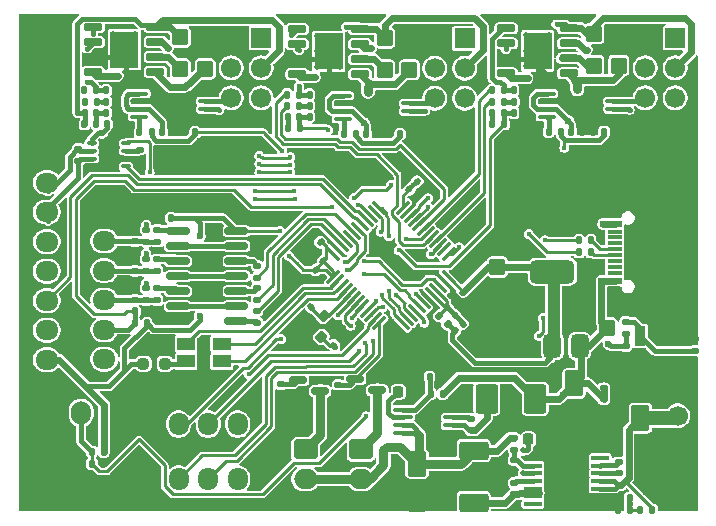
<source format=gbr>
%TF.GenerationSoftware,KiCad,Pcbnew,9.0.3*%
%TF.CreationDate,2025-08-23T19:54:00-03:00*%
%TF.ProjectId,TorqController,546f7271-436f-46e7-9472-6f6c6c65722e,rev?*%
%TF.SameCoordinates,Original*%
%TF.FileFunction,Copper,L1,Top*%
%TF.FilePolarity,Positive*%
%FSLAX46Y46*%
G04 Gerber Fmt 4.6, Leading zero omitted, Abs format (unit mm)*
G04 Created by KiCad (PCBNEW 9.0.3) date 2025-08-23 19:54:00*
%MOMM*%
%LPD*%
G01*
G04 APERTURE LIST*
G04 Aperture macros list*
%AMRoundRect*
0 Rectangle with rounded corners*
0 $1 Rounding radius*
0 $2 $3 $4 $5 $6 $7 $8 $9 X,Y pos of 4 corners*
0 Add a 4 corners polygon primitive as box body*
4,1,4,$2,$3,$4,$5,$6,$7,$8,$9,$2,$3,0*
0 Add four circle primitives for the rounded corners*
1,1,$1+$1,$2,$3*
1,1,$1+$1,$4,$5*
1,1,$1+$1,$6,$7*
1,1,$1+$1,$8,$9*
0 Add four rect primitives between the rounded corners*
20,1,$1+$1,$2,$3,$4,$5,0*
20,1,$1+$1,$4,$5,$6,$7,0*
20,1,$1+$1,$6,$7,$8,$9,0*
20,1,$1+$1,$8,$9,$2,$3,0*%
G04 Aperture macros list end*
%TA.AperFunction,SMDPad,CuDef*%
%ADD10RoundRect,0.135000X-0.185000X0.135000X-0.185000X-0.135000X0.185000X-0.135000X0.185000X0.135000X0*%
%TD*%
%TA.AperFunction,SMDPad,CuDef*%
%ADD11RoundRect,0.140000X0.170000X-0.140000X0.170000X0.140000X-0.170000X0.140000X-0.170000X-0.140000X0*%
%TD*%
%TA.AperFunction,SMDPad,CuDef*%
%ADD12RoundRect,0.250000X-0.550000X0.850000X-0.550000X-0.850000X0.550000X-0.850000X0.550000X0.850000X0*%
%TD*%
%TA.AperFunction,SMDPad,CuDef*%
%ADD13RoundRect,0.135000X-0.135000X-0.185000X0.135000X-0.185000X0.135000X0.185000X-0.135000X0.185000X0*%
%TD*%
%TA.AperFunction,SMDPad,CuDef*%
%ADD14RoundRect,0.075000X0.350000X0.075000X-0.350000X0.075000X-0.350000X-0.075000X0.350000X-0.075000X0*%
%TD*%
%TA.AperFunction,HeatsinkPad*%
%ADD15R,1.600000X2.400000*%
%TD*%
%TA.AperFunction,SMDPad,CuDef*%
%ADD16RoundRect,0.135000X0.135000X0.185000X-0.135000X0.185000X-0.135000X-0.185000X0.135000X-0.185000X0*%
%TD*%
%TA.AperFunction,SMDPad,CuDef*%
%ADD17RoundRect,0.100000X0.637500X0.100000X-0.637500X0.100000X-0.637500X-0.100000X0.637500X-0.100000X0*%
%TD*%
%TA.AperFunction,SMDPad,CuDef*%
%ADD18RoundRect,0.250000X0.445000X-0.457500X0.445000X0.457500X-0.445000X0.457500X-0.445000X-0.457500X0*%
%TD*%
%TA.AperFunction,SMDPad,CuDef*%
%ADD19RoundRect,0.135000X0.185000X-0.135000X0.185000X0.135000X-0.185000X0.135000X-0.185000X-0.135000X0*%
%TD*%
%TA.AperFunction,SMDPad,CuDef*%
%ADD20RoundRect,0.100000X0.687500X0.100000X-0.687500X0.100000X-0.687500X-0.100000X0.687500X-0.100000X0*%
%TD*%
%TA.AperFunction,HeatsinkPad*%
%ADD21C,0.500000*%
%TD*%
%TA.AperFunction,HeatsinkPad*%
%ADD22R,3.400000X5.000000*%
%TD*%
%TA.AperFunction,SMDPad,CuDef*%
%ADD23RoundRect,0.140000X0.219203X0.021213X0.021213X0.219203X-0.219203X-0.021213X-0.021213X-0.219203X0*%
%TD*%
%TA.AperFunction,SMDPad,CuDef*%
%ADD24RoundRect,0.140000X-0.140000X-0.170000X0.140000X-0.170000X0.140000X0.170000X-0.140000X0.170000X0*%
%TD*%
%TA.AperFunction,SMDPad,CuDef*%
%ADD25RoundRect,0.140000X-0.170000X0.140000X-0.170000X-0.140000X0.170000X-0.140000X0.170000X0.140000X0*%
%TD*%
%TA.AperFunction,SMDPad,CuDef*%
%ADD26RoundRect,0.150000X-0.587500X-0.150000X0.587500X-0.150000X0.587500X0.150000X-0.587500X0.150000X0*%
%TD*%
%TA.AperFunction,SMDPad,CuDef*%
%ADD27RoundRect,0.225000X-0.225000X-0.250000X0.225000X-0.250000X0.225000X0.250000X-0.225000X0.250000X0*%
%TD*%
%TA.AperFunction,SMDPad,CuDef*%
%ADD28RoundRect,0.100000X-0.712500X-0.100000X0.712500X-0.100000X0.712500X0.100000X-0.712500X0.100000X0*%
%TD*%
%TA.AperFunction,SMDPad,CuDef*%
%ADD29RoundRect,0.140000X-0.219203X-0.021213X-0.021213X-0.219203X0.219203X0.021213X0.021213X0.219203X0*%
%TD*%
%TA.AperFunction,SMDPad,CuDef*%
%ADD30RoundRect,0.250000X-0.700000X-1.000000X0.700000X-1.000000X0.700000X1.000000X-0.700000X1.000000X0*%
%TD*%
%TA.AperFunction,ComponentPad*%
%ADD31C,4.500000*%
%TD*%
%TA.AperFunction,SMDPad,CuDef*%
%ADD32RoundRect,0.150000X0.650000X0.150000X-0.650000X0.150000X-0.650000X-0.150000X0.650000X-0.150000X0*%
%TD*%
%TA.AperFunction,HeatsinkPad*%
%ADD33R,2.410000X3.100000*%
%TD*%
%TA.AperFunction,ComponentPad*%
%ADD34RoundRect,0.250000X-0.750000X0.600000X-0.750000X-0.600000X0.750000X-0.600000X0.750000X0.600000X0*%
%TD*%
%TA.AperFunction,ComponentPad*%
%ADD35O,2.000000X1.700000*%
%TD*%
%TA.AperFunction,SMDPad,CuDef*%
%ADD36RoundRect,0.140000X-0.021213X0.219203X-0.219203X0.021213X0.021213X-0.219203X0.219203X-0.021213X0*%
%TD*%
%TA.AperFunction,SMDPad,CuDef*%
%ADD37R,0.900000X1.700000*%
%TD*%
%TA.AperFunction,SMDPad,CuDef*%
%ADD38RoundRect,0.237500X0.250000X0.237500X-0.250000X0.237500X-0.250000X-0.237500X0.250000X-0.237500X0*%
%TD*%
%TA.AperFunction,SMDPad,CuDef*%
%ADD39RoundRect,0.140000X0.140000X0.170000X-0.140000X0.170000X-0.140000X-0.170000X0.140000X-0.170000X0*%
%TD*%
%TA.AperFunction,ComponentPad*%
%ADD40RoundRect,0.250000X-0.600000X-0.725000X0.600000X-0.725000X0.600000X0.725000X-0.600000X0.725000X0*%
%TD*%
%TA.AperFunction,ComponentPad*%
%ADD41O,1.700000X1.950000*%
%TD*%
%TA.AperFunction,SMDPad,CuDef*%
%ADD42RoundRect,0.140000X0.021213X-0.219203X0.219203X-0.021213X-0.021213X0.219203X-0.219203X0.021213X0*%
%TD*%
%TA.AperFunction,ComponentPad*%
%ADD43RoundRect,0.250000X-0.725000X0.600000X-0.725000X-0.600000X0.725000X-0.600000X0.725000X0.600000X0*%
%TD*%
%TA.AperFunction,ComponentPad*%
%ADD44O,1.950000X1.700000*%
%TD*%
%TA.AperFunction,SMDPad,CuDef*%
%ADD45RoundRect,0.250000X0.550000X-0.850000X0.550000X0.850000X-0.550000X0.850000X-0.550000X-0.850000X0*%
%TD*%
%TA.AperFunction,SMDPad,CuDef*%
%ADD46R,1.500000X1.100000*%
%TD*%
%TA.AperFunction,ComponentPad*%
%ADD47RoundRect,0.250000X-0.600000X-0.750000X0.600000X-0.750000X0.600000X0.750000X-0.600000X0.750000X0*%
%TD*%
%TA.AperFunction,ComponentPad*%
%ADD48O,1.700000X2.000000*%
%TD*%
%TA.AperFunction,SMDPad,CuDef*%
%ADD49RoundRect,0.375000X0.375000X-0.625000X0.375000X0.625000X-0.375000X0.625000X-0.375000X-0.625000X0*%
%TD*%
%TA.AperFunction,SMDPad,CuDef*%
%ADD50RoundRect,0.500000X1.400000X-0.500000X1.400000X0.500000X-1.400000X0.500000X-1.400000X-0.500000X0*%
%TD*%
%TA.AperFunction,SMDPad,CuDef*%
%ADD51RoundRect,0.075000X-0.415425X-0.521491X0.521491X0.415425X0.415425X0.521491X-0.521491X-0.415425X0*%
%TD*%
%TA.AperFunction,SMDPad,CuDef*%
%ADD52RoundRect,0.075000X0.415425X-0.521491X0.521491X-0.415425X-0.415425X0.521491X-0.521491X0.415425X0*%
%TD*%
%TA.AperFunction,SMDPad,CuDef*%
%ADD53RoundRect,0.147500X-0.226274X-0.017678X-0.017678X-0.226274X0.226274X0.017678X0.017678X0.226274X0*%
%TD*%
%TA.AperFunction,SMDPad,CuDef*%
%ADD54RoundRect,0.250000X1.000000X-0.550000X1.000000X0.550000X-1.000000X0.550000X-1.000000X-0.550000X0*%
%TD*%
%TA.AperFunction,SMDPad,CuDef*%
%ADD55RoundRect,0.200000X-0.035355X-0.318198X0.318198X0.035355X0.035355X0.318198X-0.318198X-0.035355X0*%
%TD*%
%TA.AperFunction,SMDPad,CuDef*%
%ADD56RoundRect,0.150000X-0.825000X-0.150000X0.825000X-0.150000X0.825000X0.150000X-0.825000X0.150000X0*%
%TD*%
%TA.AperFunction,SMDPad,CuDef*%
%ADD57RoundRect,0.250000X-0.445000X0.457500X-0.445000X-0.457500X0.445000X-0.457500X0.445000X0.457500X0*%
%TD*%
%TA.AperFunction,SMDPad,CuDef*%
%ADD58R,1.240000X0.600000*%
%TD*%
%TA.AperFunction,SMDPad,CuDef*%
%ADD59R,1.240000X0.300000*%
%TD*%
%TA.AperFunction,HeatsinkPad*%
%ADD60O,2.100000X1.000000*%
%TD*%
%TA.AperFunction,HeatsinkPad*%
%ADD61O,1.800000X1.000000*%
%TD*%
%TA.AperFunction,ComponentPad*%
%ADD62R,1.700000X1.700000*%
%TD*%
%TA.AperFunction,ComponentPad*%
%ADD63C,1.700000*%
%TD*%
%TA.AperFunction,ViaPad*%
%ADD64C,0.450000*%
%TD*%
%TA.AperFunction,ViaPad*%
%ADD65C,0.600000*%
%TD*%
%TA.AperFunction,ViaPad*%
%ADD66C,0.500000*%
%TD*%
%TA.AperFunction,Conductor*%
%ADD67C,0.400000*%
%TD*%
%TA.AperFunction,Conductor*%
%ADD68C,0.250000*%
%TD*%
%TA.AperFunction,Conductor*%
%ADD69C,1.000000*%
%TD*%
%TA.AperFunction,Conductor*%
%ADD70C,0.600000*%
%TD*%
%TA.AperFunction,Conductor*%
%ADD71C,0.800000*%
%TD*%
%TA.AperFunction,Conductor*%
%ADD72C,1.200000*%
%TD*%
G04 APERTURE END LIST*
D10*
%TO.P,R35,1*%
%TO.N,/Microcontroller/AUX_OUTPUT*%
X160200000Y-101340001D03*
%TO.P,R35,2*%
%TO.N,GND*%
X160200000Y-102359999D03*
%TD*%
D11*
%TO.P,C36,1*%
%TO.N,GND*%
X169900000Y-107600000D03*
%TO.P,C36,2*%
%TO.N,+12V*%
X169900000Y-106640000D03*
%TD*%
D12*
%TO.P,C42,1*%
%TO.N,+12V*%
X171750000Y-108050000D03*
%TO.P,C42,2*%
%TO.N,GND*%
X171750000Y-111050000D03*
%TD*%
D13*
%TO.P,R3,1*%
%TO.N,Net-(U2-HI)*%
X145440000Y-77400000D03*
%TO.P,R3,2*%
%TO.N,GND*%
X146460000Y-77400000D03*
%TD*%
%TO.P,R5,1*%
%TO.N,/Drivers/PA_LIN*%
X143580000Y-76450000D03*
%TO.P,R5,2*%
%TO.N,Net-(U2-LI)*%
X144600000Y-76450000D03*
%TD*%
D14*
%TO.P,U11,1,TXD*%
%TO.N,/Microcontroller/CAN_TX*%
X147100000Y-82875000D03*
%TO.P,U11,2,GND*%
%TO.N,GND*%
X147100000Y-82225000D03*
%TO.P,U11,3,VCC*%
%TO.N,+5V*%
X147100000Y-81575000D03*
%TO.P,U11,4,RXD*%
%TO.N,/Microcontroller/CAN_RX*%
X147100000Y-80925000D03*
%TO.P,U11,5,VIO*%
%TO.N,+3V3*%
X144200000Y-80925000D03*
%TO.P,U11,6,CANL*%
%TO.N,CAN_L*%
X144200000Y-81575000D03*
%TO.P,U11,7,CANH*%
%TO.N,CAN_H*%
X144200000Y-82225000D03*
%TO.P,U11,8,S*%
%TO.N,GND*%
X144200000Y-82875000D03*
D15*
%TO.P,U11,9,GND*%
X145650000Y-81900000D03*
%TD*%
D16*
%TO.P,R24,1*%
%TO.N,VBAT*%
X191659999Y-111950000D03*
%TO.P,R24,2*%
%TO.N,VBAT_REF*%
X190640001Y-111950000D03*
%TD*%
D17*
%TO.P,U1,1,GND*%
%TO.N,GND*%
X188450000Y-78675000D03*
%TO.P,U1,2,+*%
%TO.N,/Drivers/PB_CUR1*%
X188450000Y-78025000D03*
%TO.P,U1,3,-*%
%TO.N,/Drivers/PB_CUR2*%
X188450000Y-77375000D03*
%TO.P,U1,4,GND*%
%TO.N,GND*%
X188450000Y-76725000D03*
%TO.P,U1,5,V+*%
%TO.N,+3V3*%
X182725000Y-76725000D03*
%TO.P,U1,6,REF2*%
%TO.N,GND*%
X182725000Y-77375000D03*
%TO.P,U1,7,REF1*%
%TO.N,+3V3*%
X182725000Y-78025000D03*
%TO.P,U1,8*%
%TO.N,Net-(R14-Pad2)*%
X182725000Y-78675000D03*
%TD*%
D13*
%TO.P,R13,1*%
%TO.N,Net-(U4-LI)*%
X162640000Y-76800000D03*
%TO.P,R13,2*%
%TO.N,GND*%
X163660000Y-76800000D03*
%TD*%
D18*
%TO.P,C24,1*%
%TO.N,Net-(U3-HB)*%
X186700000Y-74352500D03*
%TO.P,C24,2*%
%TO.N,/Drivers/PB_HSOUT*%
X186700000Y-71647500D03*
%TD*%
D19*
%TO.P,R23,1*%
%TO.N,CAN_H*%
X143050000Y-82409999D03*
%TO.P,R23,2*%
%TO.N,CAN_L*%
X143050000Y-81390001D03*
%TD*%
D20*
%TO.P,U7,1,AGND*%
%TO.N,GND*%
X187262500Y-111463409D03*
%TO.P,U7,2,PGND*%
X187262500Y-110813409D03*
%TO.P,U7,3,VIN*%
%TO.N,VBAT*%
X187262500Y-110163409D03*
%TO.P,U7,4,EN/UVLO*%
X187262500Y-109513409D03*
%TO.P,U7,5,RON*%
%TO.N,Net-(U7-RON)*%
X187262500Y-108863409D03*
%TO.P,U7,6,SS*%
%TO.N,Net-(U7-SS)*%
X187262500Y-108213409D03*
%TO.P,U7,7,NC*%
%TO.N,unconnected-(U7-NC-Pad7)*%
X187262500Y-107563409D03*
%TO.P,U7,8,FPWM*%
%TO.N,GND*%
X181537500Y-107563409D03*
%TO.P,U7,9,FB*%
%TO.N,Net-(U7-FB)*%
X181537500Y-108213409D03*
%TO.P,U7,10,VCC*%
%TO.N,Net-(U7-VCC)*%
X181537500Y-108863409D03*
%TO.P,U7,11,BST*%
%TO.N,Net-(U7-BST)*%
X181537500Y-109513409D03*
%TO.P,U7,12,SW*%
%TO.N,Net-(C35-Pad2)*%
X181537500Y-110163409D03*
%TO.P,U7,13,SW*%
X181537500Y-110813409D03*
%TO.P,U7,14,NC*%
%TO.N,unconnected-(U7-NC-Pad14)*%
X181537500Y-111463409D03*
D21*
%TO.P,U7,15,AGND*%
%TO.N,GND*%
X185500000Y-111713409D03*
X185500000Y-110613409D03*
X185500000Y-109513409D03*
X185500000Y-108413409D03*
X185500000Y-107313409D03*
X184400000Y-111713409D03*
X184400000Y-110613409D03*
X184400000Y-109513409D03*
D22*
X184400000Y-109513409D03*
D21*
X184400000Y-108413409D03*
X184400000Y-107313409D03*
X183300000Y-111713409D03*
X183300000Y-110613409D03*
X183300000Y-109513409D03*
X183300000Y-108413409D03*
X183300000Y-107313409D03*
%TD*%
D13*
%TO.P,R4,1*%
%TO.N,/Drivers/PA_HIN*%
X143590000Y-77400000D03*
%TO.P,R4,2*%
%TO.N,Net-(U2-HI)*%
X144610000Y-77400000D03*
%TD*%
D11*
%TO.P,C32,1*%
%TO.N,Net-(U7-SS)*%
X188800000Y-107930000D03*
%TO.P,C32,2*%
%TO.N,GND*%
X188800000Y-106970000D03*
%TD*%
D23*
%TO.P,C7,1*%
%TO.N,+3V3*%
X163158713Y-91645377D03*
%TO.P,C7,2*%
%TO.N,GND*%
X162479891Y-90966555D03*
%TD*%
D18*
%TO.P,C27,1*%
%TO.N,+12V*%
X171100000Y-74702500D03*
%TO.P,C27,2*%
%TO.N,GND*%
X171100000Y-71997500D03*
%TD*%
D24*
%TO.P,C58,1*%
%TO.N,/Drivers/PC_HSOUT*%
X160820000Y-78700000D03*
%TO.P,C58,2*%
%TO.N,/Drivers/PC_VOLTAGE*%
X161780000Y-78700000D03*
%TD*%
D16*
%TO.P,R87,1*%
%TO.N,/Drivers/PA_CUR_OUT*%
X149260000Y-80000000D03*
%TO.P,R87,2*%
%TO.N,Net-(R87-Pad2)*%
X148240000Y-80000000D03*
%TD*%
D13*
%TO.P,R31,1*%
%TO.N,/Drivers/PB_VOLTAGE*%
X179940000Y-78350000D03*
%TO.P,R31,2*%
%TO.N,GND*%
X180960000Y-78350000D03*
%TD*%
%TO.P,R9,1*%
%TO.N,Net-(U3-LI)*%
X179950000Y-77400000D03*
%TO.P,R9,2*%
%TO.N,GND*%
X180970000Y-77400000D03*
%TD*%
%TO.P,R20,1*%
%TO.N,GND*%
X171780000Y-100700000D03*
%TO.P,R20,2*%
%TO.N,Net-(U8-Vfb)*%
X172800000Y-100700000D03*
%TD*%
%TO.P,R2,1*%
%TO.N,Net-(U2-LI)*%
X145430000Y-76450000D03*
%TO.P,R2,2*%
%TO.N,GND*%
X146450000Y-76450000D03*
%TD*%
%TO.P,R12,1*%
%TO.N,Net-(U4-HI)*%
X162640000Y-77750000D03*
%TO.P,R12,2*%
%TO.N,GND*%
X163660000Y-77750000D03*
%TD*%
D24*
%TO.P,C30,1*%
%TO.N,+3V3*%
X167450000Y-80150000D03*
%TO.P,C30,2*%
%TO.N,GND*%
X168410000Y-80150000D03*
%TD*%
D10*
%TO.P,R37,1*%
%TO.N,Net-(J5-Pin_6)*%
X148800000Y-93190000D03*
%TO.P,R37,2*%
%TO.N,M1_HALL_A_PORT*%
X148800000Y-94210000D03*
%TD*%
D24*
%TO.P,C52,1*%
%TO.N,Temp_1*%
X144220000Y-108050000D03*
%TO.P,C52,2*%
%TO.N,GND*%
X145180000Y-108050000D03*
%TD*%
D25*
%TO.P,C41,1*%
%TO.N,Net-(U8-BOOST)*%
X176300000Y-104270000D03*
%TO.P,C41,2*%
%TO.N,Net-(U8-SW)*%
X176300000Y-105230000D03*
%TD*%
D26*
%TO.P,Q1,1,G*%
%TO.N,/Microcontroller/PWM_FAN*%
X166512500Y-100900000D03*
%TO.P,Q1,2,S*%
%TO.N,GND*%
X166512500Y-102800000D03*
%TO.P,Q1,3,D*%
%TO.N,Net-(J9-Pin_1)*%
X168387501Y-101850000D03*
%TD*%
D27*
%TO.P,C39,1*%
%TO.N,Net-(U8-V_{CC})*%
X170150000Y-101950000D03*
%TO.P,C39,2*%
%TO.N,GND*%
X171700000Y-101950000D03*
%TD*%
D23*
%TO.P,C2,1*%
%TO.N,+3V3*%
X163569302Y-89300000D03*
%TO.P,C2,2*%
%TO.N,GND*%
X162890480Y-88621178D03*
%TD*%
D28*
%TO.P,U8,1,Vfb*%
%TO.N,Net-(U8-Vfb)*%
X170537500Y-103475000D03*
%TO.P,U8,2,V_{CC}*%
%TO.N,Net-(U8-V_{CC})*%
X170537500Y-104125000D03*
%TO.P,U8,3,EN*%
%TO.N,+12V*%
X170537500Y-104775000D03*
%TO.P,U8,4,V_{IN}*%
X170537500Y-105425000D03*
%TO.P,U8,5,GND*%
%TO.N,GND*%
X174762500Y-105425000D03*
%TO.P,U8,6,SW*%
%TO.N,Net-(U8-SW)*%
X174762500Y-104775000D03*
%TO.P,U8,7,BOOST*%
%TO.N,Net-(U8-BOOST)*%
X174762500Y-104125000D03*
%TO.P,U8,8,GND*%
%TO.N,GND*%
X174762500Y-103475000D03*
%TD*%
D11*
%TO.P,C49,1*%
%TO.N,M1_HALL_C_PORT*%
X147850000Y-89230000D03*
%TO.P,C49,2*%
%TO.N,GND*%
X147850000Y-88270000D03*
%TD*%
D13*
%TO.P,R19,1*%
%TO.N,Net-(U8-Vfb)*%
X172890000Y-102150000D03*
%TO.P,R19,2*%
%TO.N,+5V*%
X173910000Y-102150000D03*
%TD*%
D29*
%TO.P,C3,1*%
%TO.N,+3V3*%
X175640480Y-93477144D03*
%TO.P,C3,2*%
%TO.N,GND*%
X176319302Y-94155966D03*
%TD*%
D24*
%TO.P,C8,1*%
%TO.N,GND*%
X186620000Y-79950000D03*
%TO.P,C8,2*%
%TO.N,/Drivers/PB_CUR_OUT*%
X187580000Y-79950000D03*
%TD*%
D30*
%TO.P,L2,1,1*%
%TO.N,Net-(U8-SW)*%
X177650000Y-102550000D03*
%TO.P,L2,2,2*%
%TO.N,+5V*%
X181750000Y-102550000D03*
%TD*%
D24*
%TO.P,C56,1*%
%TO.N,/Drivers/PA_HSOUT*%
X143610000Y-78350000D03*
%TO.P,C56,2*%
%TO.N,/Drivers/PA_VOLTAGE*%
X144570000Y-78350000D03*
%TD*%
%TO.P,C57,1*%
%TO.N,/Drivers/PB_HSOUT*%
X178120000Y-78350000D03*
%TO.P,C57,2*%
%TO.N,/Drivers/PB_VOLTAGE*%
X179080000Y-78350000D03*
%TD*%
D31*
%TO.P,,1,1*%
%TO.N,GND*%
X192500000Y-109000000D03*
%TD*%
D19*
%TO.P,R49,1*%
%TO.N,/Microcontroller/HALL2*%
X158200000Y-94209999D03*
%TO.P,R49,2*%
%TO.N,Net-(R49-Pad2)*%
X158200000Y-93190001D03*
%TD*%
D17*
%TO.P,U9,1,GND*%
%TO.N,GND*%
X153962500Y-78675000D03*
%TO.P,U9,2,+*%
%TO.N,/Drivers/PA_CUR1*%
X153962500Y-78025000D03*
%TO.P,U9,3,-*%
%TO.N,/Drivers/PA_CUR2*%
X153962500Y-77375000D03*
%TO.P,U9,4,GND*%
%TO.N,GND*%
X153962500Y-76725000D03*
%TO.P,U9,5,V+*%
%TO.N,+3V3*%
X148237500Y-76725000D03*
%TO.P,U9,6,REF2*%
%TO.N,GND*%
X148237500Y-77375000D03*
%TO.P,U9,7,REF1*%
%TO.N,+3V3*%
X148237500Y-78025000D03*
%TO.P,U9,8*%
%TO.N,Net-(R87-Pad2)*%
X148237500Y-78675000D03*
%TD*%
D19*
%TO.P,R45,1*%
%TO.N,M1_HALL_A_PORT*%
X149750000Y-94209999D03*
%TO.P,R45,2*%
%TO.N,Net-(R45-Pad2)*%
X149750000Y-93190001D03*
%TD*%
D24*
%TO.P,C29,1*%
%TO.N,GND*%
X169350000Y-80150000D03*
%TO.P,C29,2*%
%TO.N,/Drivers/PC_CUR_OUT*%
X170310000Y-80150000D03*
%TD*%
D19*
%TO.P,R50,1*%
%TO.N,M1_HALL_B_PORT*%
X149750000Y-91759999D03*
%TO.P,R50,2*%
%TO.N,Net-(R50-Pad2)*%
X149750000Y-90740001D03*
%TD*%
D29*
%TO.P,C4,1*%
%TO.N,+3V3*%
X171090480Y-84827144D03*
%TO.P,C4,2*%
%TO.N,GND*%
X171769302Y-85505966D03*
%TD*%
D11*
%TO.P,C45,1*%
%TO.N,+5V*%
X187550000Y-101680000D03*
%TO.P,C45,2*%
%TO.N,GND*%
X187550000Y-100720000D03*
%TD*%
D16*
%TO.P,R26,1*%
%TO.N,+3V3*%
X145209999Y-107050000D03*
%TO.P,R26,2*%
%TO.N,Temp_1*%
X144190001Y-107050000D03*
%TD*%
D31*
%TO.P,,1,1*%
%TO.N,GND*%
X192750000Y-82500000D03*
%TD*%
D32*
%TO.P,U4,1,VDD*%
%TO.N,+12V*%
X166900000Y-75055000D03*
%TO.P,U4,2,HB*%
%TO.N,Net-(U4-HB)*%
X166900000Y-73785000D03*
%TO.P,U4,3,HO*%
%TO.N,/Drivers/PC_HOUT*%
X166900000Y-72515000D03*
%TO.P,U4,4,HS*%
%TO.N,/Drivers/PC_HSOUT*%
X166900000Y-71245000D03*
%TO.P,U4,5,HI*%
%TO.N,Net-(U4-HI)*%
X161600000Y-71245000D03*
%TO.P,U4,6,LI*%
%TO.N,Net-(U4-LI)*%
X161600000Y-72515000D03*
%TO.P,U4,7,VSS*%
%TO.N,GND*%
X161600000Y-73785000D03*
%TO.P,U4,8,LO*%
%TO.N,/Drivers/PC_LOUT*%
X161600000Y-75055000D03*
D21*
%TO.P,U4,9*%
%TO.N,N/C*%
X165205000Y-74450000D03*
X165205000Y-73150000D03*
X165205000Y-71850000D03*
D33*
X164250000Y-73150000D03*
D21*
X163295000Y-74450000D03*
X163295000Y-73150000D03*
X163295000Y-71850000D03*
%TD*%
D19*
%TO.P,R1,1*%
%TO.N,+3V3*%
X189400000Y-97059999D03*
%TO.P,R1,2*%
%TO.N,RST*%
X189400000Y-96040001D03*
%TD*%
D31*
%TO.P,H4,1,1*%
%TO.N,GND*%
X140500000Y-109000000D03*
%TD*%
D13*
%TO.P,R6,1*%
%TO.N,/Drivers/PB_HIN*%
X178090000Y-76450000D03*
%TO.P,R6,2*%
%TO.N,Net-(U3-HI)*%
X179110000Y-76450000D03*
%TD*%
D19*
%TO.P,R46,1*%
%TO.N,/Microcontroller/HALL1*%
X158200000Y-92309999D03*
%TO.P,R46,2*%
%TO.N,Net-(R46-Pad2)*%
X158200000Y-91290001D03*
%TD*%
D29*
%TO.P,C9,1*%
%TO.N,+3V3*%
X174940480Y-96827144D03*
%TO.P,C9,2*%
%TO.N,GND*%
X175619302Y-97505966D03*
%TD*%
D19*
%TO.P,R17,1*%
%TO.N,GND*%
X179950000Y-108760000D03*
%TO.P,R17,2*%
%TO.N,Net-(U7-FB)*%
X179950000Y-107740000D03*
%TD*%
D34*
%TO.P,J10,1,Pin_1*%
%TO.N,Net-(J10-Pin_1)*%
X162300000Y-106850000D03*
D35*
%TO.P,J10,2,Pin_2*%
%TO.N,+12V*%
X162300000Y-109350000D03*
%TD*%
D36*
%TO.P,C14,1*%
%TO.N,PF0-OSC-IN*%
X162789411Y-94810589D03*
%TO.P,C14,2*%
%TO.N,GND*%
X162110589Y-95489411D03*
%TD*%
D26*
%TO.P,Q2,1,G*%
%TO.N,/Microcontroller/AUX_OUTPUT*%
X161674999Y-100950000D03*
%TO.P,Q2,2,S*%
%TO.N,GND*%
X161674999Y-102850000D03*
%TO.P,Q2,3,D*%
%TO.N,Net-(J10-Pin_1)*%
X163550000Y-101900000D03*
%TD*%
D16*
%TO.P,R22,1*%
%TO.N,D+*%
X186450000Y-90150000D03*
%TO.P,R22,2*%
%TO.N,/Microcontroller/USB_DP*%
X185430002Y-90150000D03*
%TD*%
%TO.P,R15,1*%
%TO.N,/Drivers/PC_CUR_OUT*%
X166570000Y-80150000D03*
%TO.P,R15,2*%
%TO.N,Net-(R15-Pad2)*%
X165550000Y-80150000D03*
%TD*%
D37*
%TO.P,SW1,1,1*%
%TO.N,RST*%
X190649999Y-97250000D03*
%TO.P,SW1,2,2*%
%TO.N,GND*%
X194050001Y-97250000D03*
%TD*%
D24*
%TO.P,C1,1*%
%TO.N,GND*%
X151990000Y-80000000D03*
%TO.P,C1,2*%
%TO.N,/Drivers/PA_CUR_OUT*%
X152950000Y-80000000D03*
%TD*%
D34*
%TO.P,J9,1,Pin_1*%
%TO.N,Net-(J9-Pin_1)*%
X167000000Y-106850000D03*
D35*
%TO.P,J9,2,Pin_2*%
%TO.N,+12V*%
X167000000Y-109350000D03*
%TD*%
D25*
%TO.P,C50,1*%
%TO.N,+5V*%
X148250000Y-81470000D03*
%TO.P,C50,2*%
%TO.N,GND*%
X148250000Y-82430000D03*
%TD*%
D18*
%TO.P,C22,1*%
%TO.N,+12V*%
X153800000Y-74652500D03*
%TO.P,C22,2*%
%TO.N,GND*%
X153800000Y-71947500D03*
%TD*%
D27*
%TO.P,C33,1*%
%TO.N,Net-(U7-VCC)*%
X181175000Y-106000000D03*
%TO.P,C33,2*%
%TO.N,GND*%
X182725000Y-106000000D03*
%TD*%
D38*
%TO.P,R58,1*%
%TO.N,Net-(D1-A)*%
X150400000Y-99600000D03*
%TO.P,R58,2*%
%TO.N,+3V3*%
X148575000Y-99600000D03*
%TD*%
D13*
%TO.P,R11,1*%
%TO.N,/Drivers/PC_LIN*%
X160740000Y-76800000D03*
%TO.P,R11,2*%
%TO.N,Net-(U4-LI)*%
X161760000Y-76800000D03*
%TD*%
D11*
%TO.P,C13,1*%
%TO.N,RST*%
X195300000Y-98480000D03*
%TO.P,C13,2*%
%TO.N,GND*%
X195300000Y-97520000D03*
%TD*%
D36*
%TO.P,C15,1*%
%TO.N,GND*%
X165369302Y-97377144D03*
%TO.P,C15,2*%
%TO.N,PF1-OSC-OUT*%
X164690480Y-98055966D03*
%TD*%
D10*
%TO.P,R34,1*%
%TO.N,/Microcontroller/PWM_FAN*%
X165050000Y-101380002D03*
%TO.P,R34,2*%
%TO.N,GND*%
X165050000Y-102400000D03*
%TD*%
D24*
%TO.P,C54,1*%
%TO.N,Temp_2*%
X147870000Y-95150000D03*
%TO.P,C54,2*%
%TO.N,GND*%
X148830000Y-95150000D03*
%TD*%
D10*
%TO.P,R47,1*%
%TO.N,/Microcontroller/HALL3*%
X158200000Y-95090001D03*
%TO.P,R47,2*%
%TO.N,Net-(R47-Pad2)*%
X158200000Y-96109999D03*
%TD*%
%TO.P,R38,1*%
%TO.N,Net-(J5-Pin_6)*%
X148800000Y-90740000D03*
%TO.P,R38,2*%
%TO.N,M1_HALL_B_PORT*%
X148800000Y-91760000D03*
%TD*%
D39*
%TO.P,C47,1*%
%TO.N,+3V3*%
X150900000Y-87250000D03*
%TO.P,C47,2*%
%TO.N,GND*%
X149940000Y-87250000D03*
%TD*%
D13*
%TO.P,R10,1*%
%TO.N,/Drivers/PC_HIN*%
X160740000Y-77750000D03*
%TO.P,R10,2*%
%TO.N,Net-(U4-HI)*%
X161760000Y-77750000D03*
%TD*%
D40*
%TO.P,J3,1,Pin_1*%
%TO.N,GND*%
X149050000Y-109350000D03*
D41*
%TO.P,J3,2,Pin_2*%
%TO.N,/Microcontroller/SWCLK*%
X151550000Y-109350000D03*
%TO.P,J3,3,Pin_3*%
%TO.N,/Microcontroller/SWDIO*%
X154050000Y-109350000D03*
%TO.P,J3,4,Pin_4*%
%TO.N,+3V3*%
X156550000Y-109350000D03*
%TD*%
D11*
%TO.P,C37,1*%
%TO.N,GND*%
X187550000Y-103580000D03*
%TO.P,C37,2*%
%TO.N,+5V*%
X187550000Y-102620000D03*
%TD*%
D42*
%TO.P,C12,1*%
%TO.N,Net-(U5-VDDA)*%
X174940480Y-95505966D03*
%TO.P,C12,2*%
%TO.N,GND*%
X175619302Y-94827144D03*
%TD*%
D43*
%TO.P,J4,1,Pin_1*%
%TO.N,GND*%
X140400000Y-81750000D03*
D44*
%TO.P,J4,2,Pin_2*%
%TO.N,CAN_L*%
X140400000Y-84250000D03*
%TO.P,J4,3,Pin_3*%
%TO.N,CAN_H*%
X140400000Y-86750000D03*
%TO.P,J4,4,Pin_4*%
%TO.N,/Microcontroller/UART_RX*%
X140400000Y-89250000D03*
%TO.P,J4,5,Pin_5*%
%TO.N,/Microcontroller/UART_TX*%
X140400000Y-91750000D03*
%TO.P,J4,6,Pin_6*%
%TO.N,/Microcontroller/PPM_INPUT*%
X140400000Y-94250000D03*
%TO.P,J4,7,Pin_7*%
%TO.N,+5V*%
X140400000Y-96750000D03*
%TO.P,J4,8,Pin_8*%
%TO.N,+3V3*%
X140400000Y-99250000D03*
%TD*%
D24*
%TO.P,C28,1*%
%TO.N,+3V3*%
X184770000Y-79950000D03*
%TO.P,C28,2*%
%TO.N,GND*%
X185730000Y-79950000D03*
%TD*%
D31*
%TO.P,,1,1*%
%TO.N,GND*%
X192750000Y-82500000D03*
%TD*%
D42*
%TO.P,C10,1*%
%TO.N,Net-(U5-VDDA)*%
X175601069Y-96195377D03*
%TO.P,C10,2*%
%TO.N,GND*%
X176279891Y-95516555D03*
%TD*%
D45*
%TO.P,C16,1*%
%TO.N,VBAT*%
X190650000Y-104200000D03*
%TO.P,C16,2*%
%TO.N,GND*%
X190650000Y-101200000D03*
%TD*%
D43*
%TO.P,J5,1,Pin_1*%
%TO.N,GND*%
X145250000Y-86700000D03*
D44*
%TO.P,J5,2,Pin_2*%
%TO.N,M1_HALL_C_PORT*%
X145250000Y-89200000D03*
%TO.P,J5,3,Pin_3*%
%TO.N,M1_HALL_B_PORT*%
X145250000Y-91700000D03*
%TO.P,J5,4,Pin_4*%
%TO.N,M1_HALL_A_PORT*%
X145250000Y-94200000D03*
%TO.P,J5,5,Pin_5*%
%TO.N,Temp_2*%
X145250000Y-96700000D03*
%TO.P,J5,6,Pin_6*%
%TO.N,Net-(J5-Pin_6)*%
X145250000Y-99200000D03*
%TD*%
D25*
%TO.P,C46,1*%
%TO.N,+3V3*%
X189400000Y-98090000D03*
%TO.P,C46,2*%
%TO.N,GND*%
X189400000Y-99050000D03*
%TD*%
D10*
%TO.P,R39,1*%
%TO.N,Net-(J5-Pin_6)*%
X148800000Y-88230000D03*
%TO.P,R39,2*%
%TO.N,M1_HALL_C_PORT*%
X148800000Y-89250000D03*
%TD*%
D13*
%TO.P,R7,1*%
%TO.N,/Drivers/PB_LIN*%
X178100000Y-77400000D03*
%TO.P,R7,2*%
%TO.N,Net-(U3-LI)*%
X179120000Y-77400000D03*
%TD*%
D19*
%TO.P,R16,1*%
%TO.N,VBAT*%
X188800000Y-109873409D03*
%TO.P,R16,2*%
%TO.N,Net-(U7-RON)*%
X188800000Y-108853409D03*
%TD*%
D46*
%TO.P,D1,1,RK*%
%TO.N,LED_R*%
X152200000Y-97900000D03*
%TO.P,D1,2,GK*%
%TO.N,LED_G*%
X155200000Y-97900000D03*
%TO.P,D1,3,BK*%
%TO.N,LED_B*%
X155200000Y-99400000D03*
%TO.P,D1,4,A*%
%TO.N,Net-(D1-A)*%
X152200000Y-99400000D03*
%TD*%
D16*
%TO.P,R14,1*%
%TO.N,/Drivers/PB_CUR_OUT*%
X183910000Y-79950000D03*
%TO.P,R14,2*%
%TO.N,Net-(R14-Pad2)*%
X182890000Y-79950000D03*
%TD*%
D29*
%TO.P,C6,1*%
%TO.N,+3V3*%
X171740480Y-84177144D03*
%TO.P,C6,2*%
%TO.N,GND*%
X172419302Y-84855966D03*
%TD*%
D47*
%TO.P,J1,1,Pin_1*%
%TO.N,GND*%
X140800000Y-103750000D03*
D48*
%TO.P,J1,2,Pin_2*%
%TO.N,Temp_1*%
X143300000Y-103750000D03*
%TD*%
D16*
%TO.P,R25,1*%
%TO.N,VBAT_REF*%
X189759999Y-110950000D03*
%TO.P,R25,2*%
%TO.N,GND*%
X188740001Y-110950000D03*
%TD*%
D49*
%TO.P,U10,1,ADJ*%
%TO.N,GND*%
X180900000Y-98100000D03*
%TO.P,U10,2,VO*%
%TO.N,+3V3*%
X183200000Y-98099999D03*
D50*
X183200000Y-91800001D03*
D49*
%TO.P,U10,3,VI*%
%TO.N,+5V*%
X185500000Y-98100000D03*
%TD*%
D13*
%TO.P,R30,1*%
%TO.N,/Drivers/PB_HSOUT*%
X178090000Y-79300000D03*
%TO.P,R30,2*%
%TO.N,/Drivers/PB_VOLTAGE*%
X179110000Y-79300000D03*
%TD*%
D17*
%TO.P,U6,1,GND*%
%TO.N,GND*%
X171162500Y-78850000D03*
%TO.P,U6,2,+*%
%TO.N,/Drivers/PC_CUR1*%
X171162500Y-78200000D03*
%TO.P,U6,3,-*%
%TO.N,/Drivers/PC_CUR2*%
X171162500Y-77550000D03*
%TO.P,U6,4,GND*%
%TO.N,GND*%
X171162500Y-76900000D03*
%TO.P,U6,5,V+*%
%TO.N,+3V3*%
X165437500Y-76900000D03*
%TO.P,U6,6,REF2*%
%TO.N,GND*%
X165437500Y-77550000D03*
%TO.P,U6,7,REF1*%
%TO.N,+3V3*%
X165437500Y-78200000D03*
%TO.P,U6,8*%
%TO.N,Net-(R15-Pad2)*%
X165437500Y-78850000D03*
%TD*%
D31*
%TO.P,H2,1,1*%
%TO.N,GND*%
X140250000Y-76250000D03*
%TD*%
D16*
%TO.P,R21,1*%
%TO.N,D-*%
X186459999Y-89150000D03*
%TO.P,R21,2*%
%TO.N,/Microcontroller/USB_DM*%
X185440001Y-89150000D03*
%TD*%
D32*
%TO.P,U3,1,VDD*%
%TO.N,+12V*%
X184595000Y-75005000D03*
%TO.P,U3,2,HB*%
%TO.N,Net-(U3-HB)*%
X184595000Y-73735000D03*
%TO.P,U3,3,HO*%
%TO.N,/Drivers/PB_HOUT*%
X184595000Y-72465000D03*
%TO.P,U3,4,HS*%
%TO.N,/Drivers/PB_HSOUT*%
X184595000Y-71195000D03*
%TO.P,U3,5,HI*%
%TO.N,Net-(U3-HI)*%
X179295000Y-71195000D03*
%TO.P,U3,6,LI*%
%TO.N,Net-(U3-LI)*%
X179295000Y-72465000D03*
%TO.P,U3,7,VSS*%
%TO.N,GND*%
X179295000Y-73735000D03*
%TO.P,U3,8,LO*%
%TO.N,/Drivers/PB_LOUT*%
X179295000Y-75005000D03*
D21*
%TO.P,U3,9*%
%TO.N,N/C*%
X182900000Y-74400000D03*
X182900000Y-73100000D03*
X182900000Y-71800000D03*
D33*
X181945000Y-73100000D03*
D21*
X180990000Y-74400000D03*
X180990000Y-73100000D03*
X180990000Y-71800000D03*
%TD*%
D18*
%TO.P,C26,1*%
%TO.N,Net-(U4-HB)*%
X169000000Y-74702500D03*
%TO.P,C26,2*%
%TO.N,/Drivers/PC_HSOUT*%
X169000000Y-71997500D03*
%TD*%
D12*
%TO.P,C38,1*%
%TO.N,+5V*%
X185050000Y-101250000D03*
%TO.P,C38,2*%
%TO.N,GND*%
X185050000Y-104250000D03*
%TD*%
D39*
%TO.P,C55,1*%
%TO.N,VBAT_REF*%
X189740000Y-111950000D03*
%TO.P,C55,2*%
%TO.N,GND*%
X188780000Y-111950000D03*
%TD*%
D25*
%TO.P,C35,1*%
%TO.N,Net-(U7-BST)*%
X179950000Y-109670000D03*
%TO.P,C35,2*%
%TO.N,Net-(C35-Pad2)*%
X179950000Y-110630000D03*
%TD*%
D11*
%TO.P,C51,1*%
%TO.N,M1_HALL_B_PORT*%
X147850000Y-91730000D03*
%TO.P,C51,2*%
%TO.N,GND*%
X147850000Y-90770000D03*
%TD*%
D51*
%TO.P,U5,1,VBAT*%
%TO.N,+3V3*%
X164642015Y-92265343D03*
%TO.P,U5,2,PC13*%
%TO.N,LED_R*%
X164995569Y-92618897D03*
%TO.P,U5,3,PC14*%
%TO.N,LED_G*%
X165349122Y-92972450D03*
%TO.P,U5,4,PC15*%
%TO.N,LED_B*%
X165702676Y-93326004D03*
%TO.P,U5,5,PF0*%
%TO.N,PF0-OSC-IN*%
X166056229Y-93679557D03*
%TO.P,U5,6,PF1*%
%TO.N,PF1-OSC-OUT*%
X166409782Y-94033110D03*
%TO.P,U5,7,PG10*%
%TO.N,RST*%
X166763336Y-94386664D03*
%TO.P,U5,8,PA0*%
%TO.N,/Drivers/PA_CUR_OUT*%
X167116889Y-94740217D03*
%TO.P,U5,9,PA1*%
%TO.N,/Drivers/PB_CUR_OUT*%
X167470442Y-95093770D03*
%TO.P,U5,10,PA2*%
%TO.N,/Drivers/PC_CUR_OUT*%
X167823996Y-95447324D03*
%TO.P,U5,11,PA3*%
%TO.N,/Microcontroller/CAN_RX*%
X168177549Y-95800877D03*
%TO.P,U5,12,PA4*%
%TO.N,/Microcontroller/PWM_FAN*%
X168531103Y-96154431D03*
D52*
%TO.P,U5,13,PA5*%
%TO.N,/Drivers/PA_VOLTAGE*%
X170528679Y-96154431D03*
%TO.P,U5,14,PA6*%
%TO.N,/Drivers/PB_VOLTAGE*%
X170882233Y-95800877D03*
%TO.P,U5,15,PA7*%
%TO.N,/Drivers/PC_VOLTAGE*%
X171235786Y-95447324D03*
%TO.P,U5,16,PB0*%
%TO.N,Temp_1*%
X171589340Y-95093770D03*
%TO.P,U5,17,PB1*%
%TO.N,Temp_2*%
X171942893Y-94740217D03*
%TO.P,U5,18,PB2*%
%TO.N,VBAT_REF*%
X172296446Y-94386664D03*
%TO.P,U5,19,VSSA*%
%TO.N,GND*%
X172650000Y-94033110D03*
%TO.P,U5,20,VREF+*%
%TO.N,Net-(U5-VDDA)*%
X173003553Y-93679557D03*
%TO.P,U5,21,VDDA*%
X173357106Y-93326004D03*
%TO.P,U5,22,PB10*%
%TO.N,/Microcontroller/UART_TX*%
X173710660Y-92972450D03*
%TO.P,U5,23,VSS*%
%TO.N,GND*%
X174064213Y-92618897D03*
%TO.P,U5,24,VDD*%
%TO.N,+3V3*%
X174417767Y-92265343D03*
D51*
%TO.P,U5,25,PB11*%
%TO.N,/Microcontroller/UART_RX*%
X174417767Y-90267767D03*
%TO.P,U5,26,PB12*%
%TO.N,/Microcontroller/ANALOG_IN*%
X174064213Y-89914213D03*
%TO.P,U5,27,PB13*%
%TO.N,/Drivers/PA_LIN*%
X173710660Y-89560660D03*
%TO.P,U5,28,PB14*%
%TO.N,/Drivers/PB_LIN*%
X173357106Y-89207106D03*
%TO.P,U5,29,PB15*%
%TO.N,/Drivers/PC_LIN*%
X173003553Y-88853553D03*
%TO.P,U5,30,PA8*%
%TO.N,/Drivers/PA_HIN*%
X172650000Y-88500000D03*
%TO.P,U5,31,PA9*%
%TO.N,/Drivers/PB_HIN*%
X172296446Y-88146446D03*
%TO.P,U5,32,PA10*%
%TO.N,/Drivers/PC_HIN*%
X171942893Y-87792893D03*
%TO.P,U5,33,PA11*%
%TO.N,/Microcontroller/USB_DM*%
X171589340Y-87439340D03*
%TO.P,U5,34,PA12*%
%TO.N,/Microcontroller/USB_DP*%
X171235786Y-87085786D03*
%TO.P,U5,35,VSS*%
%TO.N,GND*%
X170882233Y-86732233D03*
%TO.P,U5,36,VDD*%
%TO.N,+3V3*%
X170528679Y-86378679D03*
D52*
%TO.P,U5,37,PA13*%
%TO.N,/Microcontroller/SWDIO*%
X168531103Y-86378679D03*
%TO.P,U5,38,PA14*%
%TO.N,/Microcontroller/SWCLK*%
X168177549Y-86732233D03*
%TO.P,U5,39,PA15*%
%TO.N,/Microcontroller/I2C_SCL*%
X167823996Y-87085786D03*
%TO.P,U5,40,PB3*%
%TO.N,/Microcontroller/CAN_TX*%
X167470442Y-87439340D03*
%TO.P,U5,41,PB4*%
%TO.N,/Microcontroller/PPM_INPUT*%
X167116889Y-87792893D03*
%TO.P,U5,42,PB5*%
%TO.N,/Microcontroller/AUX_OUTPUT*%
X166763336Y-88146446D03*
%TO.P,U5,43,PB6*%
%TO.N,/Microcontroller/HALL1*%
X166409782Y-88500000D03*
%TO.P,U5,44,PB7*%
%TO.N,/Microcontroller/I2C_SDA*%
X166056229Y-88853553D03*
%TO.P,U5,45,PB8*%
%TO.N,/Microcontroller/HALL2*%
X165702676Y-89207106D03*
%TO.P,U5,46,PB9*%
%TO.N,/Microcontroller/HALL3*%
X165349122Y-89560660D03*
%TO.P,U5,47,VSS*%
%TO.N,GND*%
X164995569Y-89914213D03*
%TO.P,U5,48,VDD*%
%TO.N,+3V3*%
X164642015Y-90267767D03*
%TD*%
D13*
%TO.P,R8,1*%
%TO.N,Net-(U3-HI)*%
X179940000Y-76450000D03*
%TO.P,R8,2*%
%TO.N,GND*%
X180960000Y-76450000D03*
%TD*%
D18*
%TO.P,C23,1*%
%TO.N,Net-(U2-HB)*%
X151700000Y-74652500D03*
%TO.P,C23,2*%
%TO.N,/Drivers/PA_HSOUT*%
X151700000Y-71947500D03*
%TD*%
%TO.P,C25,1*%
%TO.N,+12V*%
X188800000Y-74352500D03*
%TO.P,C25,2*%
%TO.N,GND*%
X188800000Y-71647500D03*
%TD*%
D32*
%TO.P,U2,1,VDD*%
%TO.N,+12V*%
X149595000Y-74905000D03*
%TO.P,U2,2,HB*%
%TO.N,Net-(U2-HB)*%
X149595000Y-73635000D03*
%TO.P,U2,3,HO*%
%TO.N,/Drivers/PA_HOUT*%
X149595000Y-72365000D03*
%TO.P,U2,4,HS*%
%TO.N,/Drivers/PA_HSOUT*%
X149595000Y-71095000D03*
%TO.P,U2,5,HI*%
%TO.N,Net-(U2-HI)*%
X144295000Y-71095000D03*
%TO.P,U2,6,LI*%
%TO.N,Net-(U2-LI)*%
X144295000Y-72365000D03*
%TO.P,U2,7,VSS*%
%TO.N,GND*%
X144295000Y-73635000D03*
%TO.P,U2,8,LO*%
%TO.N,/Drivers/PA_LOUT*%
X144295000Y-74905000D03*
D21*
%TO.P,U2,9*%
%TO.N,N/C*%
X147900000Y-74300000D03*
X147900000Y-73000000D03*
X147900000Y-71700000D03*
D33*
X146945000Y-73000000D03*
D21*
X145990000Y-74300000D03*
X145990000Y-73000000D03*
X145990000Y-71700000D03*
%TD*%
D53*
%TO.P,FB1,1*%
%TO.N,Net-(U5-VDDA)*%
X173636944Y-95523608D03*
%TO.P,FB1,2*%
%TO.N,+3V3*%
X174322838Y-96209502D03*
%TD*%
D42*
%TO.P,C11,1*%
%TO.N,Net-(U5-VDDA)*%
X174290480Y-94805966D03*
%TO.P,C11,2*%
%TO.N,GND*%
X174969302Y-94127144D03*
%TD*%
D13*
%TO.P,R28,1*%
%TO.N,/Drivers/PA_HSOUT*%
X143580000Y-79300000D03*
%TO.P,R28,2*%
%TO.N,/Drivers/PA_VOLTAGE*%
X144600000Y-79300000D03*
%TD*%
D54*
%TO.P,L1,1,1*%
%TO.N,Net-(C35-Pad2)*%
X176550000Y-111350000D03*
%TO.P,L1,2,2*%
%TO.N,+12V*%
X176550000Y-106950000D03*
%TD*%
D23*
%TO.P,C5,1*%
%TO.N,+3V3*%
X163819302Y-90905966D03*
%TO.P,C5,2*%
%TO.N,GND*%
X163140480Y-90227144D03*
%TD*%
D55*
%TO.P,Y1,1,1*%
%TO.N,PF1-OSC-OUT*%
X163623825Y-97300438D03*
%TO.P,Y1,2,2*%
%TO.N,GND*%
X164613774Y-96310489D03*
%TO.P,Y1,3,3*%
%TO.N,PF0-OSC-IN*%
X163835957Y-95532672D03*
%TO.P,Y1,4,4*%
%TO.N,GND*%
X162846008Y-96522621D03*
%TD*%
D24*
%TO.P,C34,1*%
%TO.N,+3V3*%
X150140000Y-80000000D03*
%TO.P,C34,2*%
%TO.N,GND*%
X151100000Y-80000000D03*
%TD*%
D11*
%TO.P,C53,1*%
%TO.N,M1_HALL_A_PORT*%
X147850000Y-94180000D03*
%TO.P,C53,2*%
%TO.N,GND*%
X147850000Y-93220000D03*
%TD*%
D56*
%TO.P,U13,1*%
%TO.N,Net-(R48-Pad2)*%
X151500000Y-88380000D03*
%TO.P,U13,2*%
%TO.N,Net-(U13-Pad13)*%
X151500000Y-89650000D03*
%TO.P,U13,3*%
%TO.N,Net-(R50-Pad2)*%
X151500000Y-90920000D03*
%TO.P,U13,4*%
%TO.N,Net-(U13-Pad11)*%
X151500000Y-92190000D03*
%TO.P,U13,5*%
%TO.N,Net-(R45-Pad2)*%
X151500000Y-93460000D03*
%TO.P,U13,6*%
%TO.N,Net-(U13-Pad6)*%
X151500000Y-94730000D03*
%TO.P,U13,7,VSS*%
%TO.N,GND*%
X151500000Y-96000000D03*
%TO.P,U13,8*%
%TO.N,Net-(R47-Pad2)*%
X156450000Y-96000000D03*
%TO.P,U13,9*%
%TO.N,Net-(U13-Pad6)*%
X156450000Y-94730000D03*
%TO.P,U13,10*%
%TO.N,Net-(R49-Pad2)*%
X156450000Y-93460000D03*
%TO.P,U13,11*%
%TO.N,Net-(U13-Pad11)*%
X156450000Y-92190000D03*
%TO.P,U13,12*%
%TO.N,Net-(R46-Pad2)*%
X156450000Y-90920000D03*
%TO.P,U13,13*%
%TO.N,Net-(U13-Pad13)*%
X156450000Y-89650000D03*
%TO.P,U13,14,VDD*%
%TO.N,+3V3*%
X156450000Y-88380000D03*
%TD*%
D57*
%TO.P,C44,1*%
%TO.N,+3V3*%
X178550000Y-91397500D03*
%TO.P,C44,2*%
%TO.N,GND*%
X178550000Y-94102500D03*
%TD*%
D13*
%TO.P,R33,1*%
%TO.N,/Drivers/PC_VOLTAGE*%
X162640000Y-78700000D03*
%TO.P,R33,2*%
%TO.N,GND*%
X163660000Y-78700000D03*
%TD*%
%TO.P,R32,1*%
%TO.N,/Drivers/PC_HSOUT*%
X160840000Y-79650000D03*
%TO.P,R32,2*%
%TO.N,/Drivers/PC_VOLTAGE*%
X161860000Y-79650000D03*
%TD*%
D57*
%TO.P,C43,1*%
%TO.N,+5V*%
X187850000Y-96547500D03*
%TO.P,C43,2*%
%TO.N,GND*%
X187850000Y-99252500D03*
%TD*%
D13*
%TO.P,R29,1*%
%TO.N,/Drivers/PA_VOLTAGE*%
X145430000Y-78350000D03*
%TO.P,R29,2*%
%TO.N,GND*%
X146450000Y-78350000D03*
%TD*%
D24*
%TO.P,C48,1*%
%TO.N,+3V3*%
X145490000Y-79300000D03*
%TO.P,C48,2*%
%TO.N,GND*%
X146450000Y-79300000D03*
%TD*%
D19*
%TO.P,R48,1*%
%TO.N,M1_HALL_C_PORT*%
X149750000Y-89259999D03*
%TO.P,R48,2*%
%TO.N,Net-(R48-Pad2)*%
X149750000Y-88240001D03*
%TD*%
D40*
%TO.P,J2,1,Pin_1*%
%TO.N,GND*%
X149050000Y-104700000D03*
D41*
%TO.P,J2,2,Pin_2*%
%TO.N,/Microcontroller/I2C_SDA*%
X151550000Y-104700000D03*
%TO.P,J2,3,Pin_3*%
%TO.N,/Microcontroller/I2C_SCL*%
X154050000Y-104700000D03*
%TO.P,J2,4,Pin_4*%
%TO.N,+3V3*%
X156550000Y-104700000D03*
%TD*%
D19*
%TO.P,R18,1*%
%TO.N,Net-(U7-FB)*%
X179950000Y-106860000D03*
%TO.P,R18,2*%
%TO.N,+12V*%
X179950000Y-105840000D03*
%TD*%
D58*
%TO.P,P1,A1,GND*%
%TO.N,GND*%
X188475000Y-93350000D03*
%TO.P,P1,A4,VBUS*%
%TO.N,+5V*%
X188475000Y-92550000D03*
D59*
%TO.P,P1,A5,CC*%
%TO.N,unconnected-(P1-CC-PadA5)*%
X188475000Y-91400000D03*
%TO.P,P1,A6,D+*%
%TO.N,D+*%
X188475000Y-90400000D03*
%TO.P,P1,A7,D-*%
%TO.N,D-*%
X188475000Y-89900000D03*
%TO.P,P1,A8*%
%TO.N,N/C*%
X188475000Y-88900000D03*
D58*
%TO.P,P1,A9,VBUS*%
%TO.N,+5V*%
X188475000Y-87750000D03*
%TO.P,P1,A12,GND*%
%TO.N,GND*%
X188475000Y-86950000D03*
%TO.P,P1,B1,GND*%
X188475000Y-86950000D03*
%TO.P,P1,B4,VBUS*%
%TO.N,+5V*%
X188475000Y-87750000D03*
D59*
%TO.P,P1,B5,VCONN*%
%TO.N,unconnected-(P1-VCONN-PadB5)*%
X188475000Y-88400000D03*
%TO.P,P1,B6*%
%TO.N,N/C*%
X188475000Y-89400000D03*
%TO.P,P1,B7*%
X188475000Y-90900000D03*
%TO.P,P1,B8*%
X188475000Y-91900000D03*
D58*
%TO.P,P1,B9,VBUS*%
%TO.N,+5V*%
X188475000Y-92550000D03*
%TO.P,P1,B12,GND*%
%TO.N,GND*%
X188475000Y-93350000D03*
D60*
%TO.P,P1,S1,SHIELD*%
X189075000Y-94470000D03*
D61*
X193275000Y-94470000D03*
D60*
X189075000Y-85830000D03*
D61*
X193275000Y-85830000D03*
%TD*%
D16*
%TO.P,R27,1*%
%TO.N,+3V3*%
X148859999Y-96150000D03*
%TO.P,R27,2*%
%TO.N,Temp_2*%
X147840001Y-96150000D03*
%TD*%
D62*
%TO.P,J12,1,Pin_1*%
%TO.N,/Drivers/PA_LOUT*%
X158550000Y-72000000D03*
D63*
%TO.P,J12,2,Pin_2*%
%TO.N,GND*%
X156010000Y-72000000D03*
%TO.P,J12,3,Pin_3*%
%TO.N,/Drivers/PA_HSOUT*%
X158550000Y-74540000D03*
%TO.P,J12,4,Pin_4*%
%TO.N,/Drivers/PA_CUR1*%
X156010000Y-74540000D03*
%TO.P,J12,5,Pin_5*%
%TO.N,/Drivers/PA_HOUT*%
X158550000Y-77080000D03*
%TO.P,J12,6,Pin_6*%
%TO.N,/Drivers/PA_CUR2*%
X156010000Y-77080000D03*
%TD*%
D62*
%TO.P,J8,1,Pin_1*%
%TO.N,GND*%
X193800000Y-101460000D03*
D63*
%TO.P,J8,2,Pin_2*%
%TO.N,VBAT*%
X193800000Y-104000000D03*
%TD*%
D62*
%TO.P,J7,1,Pin_1*%
%TO.N,/Drivers/PC_LOUT*%
X175775000Y-72040000D03*
D63*
%TO.P,J7,2,Pin_2*%
%TO.N,GND*%
X173235000Y-72040000D03*
%TO.P,J7,3,Pin_3*%
%TO.N,/Drivers/PC_HSOUT*%
X175775000Y-74580000D03*
%TO.P,J7,4,Pin_4*%
%TO.N,/Drivers/PC_CUR1*%
X173235000Y-74580000D03*
%TO.P,J7,5,Pin_5*%
%TO.N,/Drivers/PC_HOUT*%
X175775000Y-77120000D03*
%TO.P,J7,6,Pin_6*%
%TO.N,/Drivers/PC_CUR2*%
X173235000Y-77120000D03*
%TD*%
D62*
%TO.P,J6,1,Pin_1*%
%TO.N,/Drivers/PB_LOUT*%
X193610000Y-72000000D03*
D63*
%TO.P,J6,2,Pin_2*%
%TO.N,GND*%
X191070000Y-72000000D03*
%TO.P,J6,3,Pin_3*%
%TO.N,/Drivers/PB_HSOUT*%
X193610000Y-74540000D03*
%TO.P,J6,4,Pin_4*%
%TO.N,/Drivers/PB_CUR1*%
X191070000Y-74540000D03*
%TO.P,J6,5,Pin_5*%
%TO.N,/Drivers/PB_HOUT*%
X193610000Y-77080000D03*
%TO.P,J6,6,Pin_6*%
%TO.N,/Drivers/PB_CUR2*%
X191070000Y-77080000D03*
%TD*%
D64*
%TO.N,+3V3*%
X171433812Y-84483812D03*
D65*
X183300000Y-96750000D03*
X184524396Y-79025604D03*
D64*
X150140000Y-80000000D03*
D65*
X183150000Y-98700000D03*
X153350000Y-95550000D03*
X167268146Y-79231854D03*
X187950000Y-97900000D03*
X145209999Y-106150000D03*
X153350000Y-88800000D03*
X182950000Y-99100000D03*
D64*
X160900000Y-90450000D03*
D65*
X145070973Y-80024218D03*
D64*
X160124999Y-88332173D03*
D65*
X145209999Y-106650000D03*
X183300000Y-92150000D03*
X183300000Y-91700001D03*
D64*
%TO.N,GND*%
X146900000Y-88000000D03*
D65*
X144500000Y-111500000D03*
D64*
X193900000Y-99800000D03*
X171500000Y-90200000D03*
D65*
X160750000Y-87050000D03*
X175500000Y-83000000D03*
X177500000Y-98500000D03*
X149500000Y-86000000D03*
X139500000Y-72500000D03*
X143500000Y-96500000D03*
X189500000Y-83500000D03*
D64*
X146900000Y-90400000D03*
X148200000Y-98500000D03*
D65*
X143500000Y-87500000D03*
X139500000Y-71500000D03*
X174500000Y-82000000D03*
X173500000Y-99500000D03*
D64*
X149100000Y-97500000D03*
D65*
X190500000Y-91500000D03*
X154500000Y-93500000D03*
X194500000Y-79000000D03*
X175500000Y-102500000D03*
X143500000Y-90500000D03*
X181500000Y-82500000D03*
D64*
X187700000Y-105000000D03*
D65*
X151000000Y-86000000D03*
X191500000Y-89500000D03*
X177500000Y-97500000D03*
X143500000Y-98500000D03*
X179500000Y-82500000D03*
X185500000Y-82500000D03*
X168920000Y-83540000D03*
X157500000Y-76000000D03*
X194500000Y-92500000D03*
X146900000Y-103300000D03*
X178500000Y-96500000D03*
X190500000Y-87500000D03*
X187500000Y-85500000D03*
X155500000Y-82500000D03*
D64*
X175900000Y-91500000D03*
D65*
X173500000Y-109500000D03*
D64*
X181500000Y-94000000D03*
D65*
X161500000Y-105000000D03*
X195000000Y-111500000D03*
X176000000Y-78500000D03*
X150400000Y-106500000D03*
D66*
X161400000Y-96350000D03*
D65*
X181500000Y-85500000D03*
X170500000Y-98500000D03*
X143500000Y-92500000D03*
X160900000Y-102850000D03*
X174500000Y-83000000D03*
X189500000Y-80500000D03*
X177500000Y-96500000D03*
X194500000Y-88500000D03*
X181500000Y-86500000D03*
D64*
X185400000Y-94100000D03*
D65*
X142500000Y-95500000D03*
X187500000Y-81500000D03*
D64*
X177000000Y-90300000D03*
D65*
X173500000Y-98500000D03*
D66*
X161500000Y-92600000D03*
D65*
X142000000Y-105000000D03*
X179500000Y-84500000D03*
X179500000Y-86500000D03*
X173400000Y-85100000D03*
X187500000Y-83500000D03*
X191500000Y-91500000D03*
X190500000Y-90500000D03*
X154000000Y-86000000D03*
X165950000Y-102800000D03*
X185500000Y-87500000D03*
X193500000Y-105500000D03*
D64*
X147850000Y-90350000D03*
D65*
X146900000Y-105100000D03*
X190500000Y-89500000D03*
D64*
X160950000Y-91700000D03*
X186200000Y-91900000D03*
X146700000Y-92900000D03*
D65*
X185500000Y-83500000D03*
X186500000Y-86500000D03*
X179500000Y-104500000D03*
X143500000Y-111500000D03*
X177000000Y-87500000D03*
X153000000Y-82000000D03*
X194500000Y-91500000D03*
D66*
X160550000Y-93550000D03*
D65*
X185500000Y-84500000D03*
X178500000Y-98500000D03*
D64*
X150000000Y-95100000D03*
D66*
X160850000Y-96850000D03*
D65*
X189500000Y-82500000D03*
X194500000Y-87500000D03*
X181500000Y-87500000D03*
X143500000Y-88500000D03*
X167900000Y-82700000D03*
D64*
X180400000Y-89900000D03*
D65*
X151000000Y-82000000D03*
X189500000Y-81500000D03*
X186500000Y-87500000D03*
X192500000Y-76000000D03*
X181500000Y-81500000D03*
D64*
X176000000Y-85600000D03*
D65*
X175500000Y-82000000D03*
D64*
X151900000Y-101500000D03*
X153600000Y-99200000D03*
D65*
X152000000Y-82000000D03*
D64*
X188812500Y-99362500D03*
D65*
X138500000Y-100500000D03*
X185500000Y-81500000D03*
D64*
X155500000Y-102300000D03*
X170800000Y-91500000D03*
D65*
X165425000Y-102775000D03*
X185500000Y-86500000D03*
D64*
X147850000Y-92750000D03*
D65*
X191500000Y-90500000D03*
D64*
X147850000Y-87850000D03*
D65*
X190500000Y-93500000D03*
X153500000Y-106500000D03*
X171500000Y-97500000D03*
X173500000Y-97500000D03*
X191500000Y-106000000D03*
X165500000Y-107500000D03*
X154500000Y-90500000D03*
X194500000Y-90500000D03*
D64*
X161900000Y-90100000D03*
D65*
X179500000Y-83500000D03*
X140500000Y-71500000D03*
X169500000Y-99500000D03*
X172750000Y-104250000D03*
D64*
X175300000Y-86200000D03*
X185500000Y-95100000D03*
X150900000Y-98600000D03*
D65*
X153500000Y-101500000D03*
X179500000Y-87500000D03*
X174500000Y-76000000D03*
X152500000Y-86000000D03*
D64*
X156400000Y-101500000D03*
D65*
X179500000Y-81500000D03*
X151500000Y-106500000D03*
X178500000Y-97500000D03*
X188500000Y-84500000D03*
X194500000Y-89500000D03*
X179500000Y-85500000D03*
X181500000Y-83500000D03*
X179500000Y-102500000D03*
D64*
X148100000Y-85900000D03*
D65*
X178500000Y-109500000D03*
X181500000Y-84500000D03*
X154500000Y-82500000D03*
X140500000Y-72500000D03*
X185500000Y-85500000D03*
D64*
%TO.N,RST*%
X189950000Y-96040001D03*
X182038361Y-97220097D03*
X182375000Y-95725000D03*
X166125000Y-96375000D03*
%TO.N,PF1-OSC-OUT*%
X165022978Y-95490626D03*
X163623825Y-97300438D03*
D65*
%TO.N,+12V*%
X151500000Y-76200000D03*
X185300000Y-76350000D03*
X167600000Y-76550000D03*
D64*
%TO.N,Net-(U2-LI)*%
X143824037Y-72910000D03*
X143800000Y-75700000D03*
%TO.N,Net-(U2-HI)*%
X144300000Y-71640000D03*
X145100000Y-77400000D03*
%TO.N,/Drivers/PB_HSOUT*%
X178090000Y-78800000D03*
X183550000Y-70850000D03*
%TO.N,/Drivers/PC_HSOUT*%
X160820000Y-79150000D03*
X165700000Y-71050000D03*
%TO.N,/Drivers/PA_HIN*%
X161000000Y-82750000D03*
X170800000Y-89000000D03*
X158400000Y-82650003D03*
X143590000Y-77400000D03*
%TO.N,/Drivers/PA_LIN*%
X158400000Y-82000000D03*
X143580000Y-76450000D03*
X161024359Y-82100454D03*
X172900000Y-90300000D03*
%TO.N,Net-(U3-LI)*%
X179400000Y-77400000D03*
X179250000Y-72950000D03*
%TO.N,Net-(U4-HI)*%
X161050000Y-71790000D03*
X161770000Y-77750000D03*
%TO.N,Net-(U4-LI)*%
X161750000Y-73060000D03*
X161750000Y-76100000D03*
D65*
%TO.N,/Drivers/PA_HOUT*%
X150640299Y-72835001D03*
%TO.N,/Drivers/PA_LOUT*%
X146400000Y-75200000D03*
%TO.N,/Drivers/PB_HOUT*%
X186100000Y-73000000D03*
%TO.N,/Drivers/PB_LOUT*%
X181100000Y-75400000D03*
%TO.N,/Drivers/PC_LOUT*%
X163100000Y-75300000D03*
%TO.N,/Drivers/PC_HOUT*%
X167850000Y-72850000D03*
D64*
%TO.N,Temp_1*%
X172350000Y-96100000D03*
X167450000Y-104050000D03*
%TO.N,/Drivers/PA_CUR_OUT*%
X160300000Y-81600000D03*
X166226018Y-95732895D03*
%TO.N,/Drivers/PB_CUR_OUT*%
X168250000Y-94300000D03*
X184200000Y-81300000D03*
%TO.N,Temp_2*%
X167211091Y-91961091D03*
X164500000Y-86300000D03*
%TO.N,/Drivers/PC_CUR_OUT*%
X166570000Y-80150000D03*
X168821116Y-94828433D03*
D66*
%TO.N,Net-(U7-VCC)*%
X180719999Y-106928504D03*
X180720000Y-108863409D03*
D64*
%TO.N,/Microcontroller/SWCLK*%
X167327018Y-97823734D03*
X168649997Y-88400000D03*
%TO.N,/Microcontroller/I2C_SCL*%
X166850000Y-98500000D03*
X166707107Y-86142893D03*
%TO.N,/Microcontroller/I2C_SDA*%
X165599000Y-90956098D03*
X160250000Y-97500000D03*
D65*
%TO.N,+5V*%
X184075000Y-102225000D03*
X187354000Y-92550000D03*
D64*
X147700000Y-81600000D03*
D65*
X187500000Y-87750000D03*
X183650000Y-102550000D03*
D64*
%TO.N,/Microcontroller/SWDIO*%
X167981103Y-97700000D03*
X169350000Y-88808364D03*
%TO.N,Net-(J5-Pin_6)*%
X148800000Y-90200000D03*
X148800000Y-92750000D03*
X148800000Y-87800000D03*
D65*
%TO.N,VBAT_REF*%
X189759999Y-111450000D03*
D64*
X171632422Y-93685110D03*
%TO.N,/Drivers/PB_CUR1*%
X189750000Y-78075000D03*
%TO.N,/Microcontroller/UART_TX*%
X167250001Y-90922183D03*
X158000000Y-85613912D03*
X161370000Y-85647757D03*
%TO.N,/Microcontroller/UART_RX*%
X166402864Y-85568492D03*
X158000000Y-84963909D03*
X169527679Y-84450000D03*
X175275000Y-89725000D03*
X161339928Y-84998451D03*
%TO.N,/Microcontroller/CAN_RX*%
X149100000Y-83400000D03*
X157486091Y-100486091D03*
%TO.N,/Drivers/PC_CUR1*%
X172400000Y-78175000D03*
%TO.N,/Drivers/PA_CUR1*%
X155000000Y-78100000D03*
%TO.N,/Drivers/PA_VOLTAGE*%
X168801000Y-93801000D03*
X144600000Y-79200000D03*
X161000000Y-83400003D03*
X158400000Y-83400000D03*
%TO.N,/Drivers/PB_VOLTAGE*%
X170200000Y-90000000D03*
X169400000Y-93465010D03*
%TO.N,/Microcontroller/USB_DP*%
X172700000Y-85600000D03*
X181200000Y-88600000D03*
%TO.N,/Microcontroller/USB_DM*%
X182550000Y-89150000D03*
X172628984Y-86328984D03*
%TO.N,/Drivers/PC_VOLTAGE*%
X164200000Y-79800000D03*
X169971378Y-93783835D03*
%TO.N,/Microcontroller/AUX_OUTPUT*%
X161662499Y-100962499D03*
X165825239Y-91690867D03*
%TD*%
D67*
%TO.N,Net-(D1-A)*%
X150400000Y-99600000D02*
X152000000Y-99600000D01*
X152000000Y-99600000D02*
X152200000Y-99400000D01*
%TO.N,+3V3*%
X146950000Y-100200000D02*
X147550000Y-99600000D01*
X147550000Y-99600000D02*
X148175000Y-99600000D01*
D68*
%TO.N,LED_R*%
X152250000Y-97850000D02*
X153300000Y-96800000D01*
X153300000Y-96800000D02*
X158485693Y-96800000D01*
X158485693Y-96800000D02*
X162096389Y-93189304D01*
X162096389Y-93189304D02*
X164425162Y-93189304D01*
X164425162Y-93189304D02*
X164995569Y-92618897D01*
%TO.N,LED_B*%
X165702676Y-93326004D02*
X164937376Y-94091304D01*
X164937376Y-94091304D02*
X162470009Y-94091304D01*
X162470009Y-94091304D02*
X157161313Y-99400000D01*
X157161313Y-99400000D02*
X155200000Y-99400000D01*
%TO.N,LED_G*%
X158023502Y-97900000D02*
X162283198Y-93640304D01*
X164709418Y-93542858D02*
X164744774Y-93542858D01*
X155750000Y-97900000D02*
X158023502Y-97900000D01*
X164871572Y-93450000D02*
X165349122Y-92972450D01*
X162283198Y-93640304D02*
X164611972Y-93640304D01*
X164611972Y-93640304D02*
X164709418Y-93542858D01*
X164744774Y-93542858D02*
X164837632Y-93450000D01*
X164837632Y-93450000D02*
X164871572Y-93450000D01*
D69*
%TO.N,+3V3*%
X183300000Y-92150000D02*
X183300000Y-96750000D01*
D68*
X163158714Y-91566555D02*
X163819302Y-90905967D01*
D70*
X177720124Y-91397500D02*
X175640480Y-93477144D01*
D68*
X163158713Y-91645377D02*
X163158714Y-91566555D01*
D67*
X152950000Y-87250000D02*
X150900000Y-87250000D01*
X189400000Y-97059999D02*
X189400000Y-98090000D01*
D68*
X163569302Y-89195055D02*
X163569302Y-89155966D01*
D67*
X183523792Y-78025000D02*
X184524396Y-79025604D01*
X181586500Y-77064708D02*
X181586500Y-77685292D01*
X174721277Y-97046347D02*
X174721277Y-97613447D01*
X181926208Y-76725000D02*
X181586500Y-77064708D01*
D68*
X163158713Y-91645377D02*
X164022049Y-91645377D01*
D67*
X182549000Y-99501000D02*
X182950000Y-99100000D01*
X164299000Y-77239708D02*
X164299000Y-77949000D01*
X149075000Y-78025000D02*
X150140000Y-79090000D01*
D70*
X182950000Y-98900000D02*
X183150000Y-98700000D01*
X141450000Y-99250000D02*
X145250000Y-103050000D01*
D67*
X152557388Y-96701000D02*
X153350000Y-95908388D01*
D70*
X182950000Y-99100000D02*
X182950000Y-98900000D01*
D67*
X155320000Y-87250000D02*
X152950000Y-87250000D01*
D70*
X145209999Y-103090001D02*
X145209999Y-106150000D01*
D69*
X183300000Y-96750000D02*
X183300000Y-97999999D01*
D68*
X175629568Y-93477144D02*
X174417767Y-92265343D01*
D67*
X166236292Y-78200000D02*
X165437500Y-78200000D01*
X142750000Y-100550000D02*
X143700000Y-101500000D01*
X167268146Y-79231854D02*
X166236292Y-78200000D01*
D68*
X163149588Y-91654502D02*
X162104502Y-91654502D01*
X164038505Y-90686764D02*
X164038505Y-89625169D01*
X163819302Y-90905967D02*
X164038505Y-90686764D01*
D67*
X164550000Y-78200000D02*
X165437500Y-78200000D01*
D68*
X161550000Y-91100000D02*
X160900000Y-90450000D01*
X159767827Y-88332173D02*
X159720000Y-88380000D01*
D67*
X144727000Y-80021000D02*
X144200000Y-80548000D01*
X174721277Y-97613447D02*
X176608830Y-99501000D01*
X146950000Y-100200000D02*
X146950000Y-98300000D01*
D70*
X178550000Y-91397500D02*
X182797499Y-91397500D01*
D67*
X184770000Y-79271208D02*
X184770000Y-79950000D01*
D68*
X162104502Y-91654502D02*
X161550000Y-91100000D01*
X164038505Y-89625169D02*
X163569302Y-89155966D01*
D67*
X174940480Y-96827144D02*
X174322839Y-96209502D01*
X147200000Y-77948792D02*
X147276208Y-78025000D01*
X156450000Y-88380000D02*
X155320000Y-87250000D01*
D68*
X171740480Y-84177144D02*
X171433812Y-84483812D01*
D67*
X148859999Y-96150000D02*
X149410999Y-96701000D01*
X147276208Y-76725000D02*
X147200000Y-76801208D01*
X188140000Y-98090000D02*
X187950000Y-97900000D01*
X145650000Y-101500000D02*
X146950000Y-100200000D01*
X165437500Y-76900000D02*
X164638708Y-76900000D01*
X145490000Y-79605191D02*
X145490000Y-79300000D01*
X184524396Y-79025604D02*
X184770000Y-79271208D01*
D68*
X164642015Y-90267768D02*
X163569302Y-89195055D01*
D67*
X189400000Y-98090000D02*
X188140000Y-98090000D01*
X147200000Y-77786292D02*
X147200000Y-77948792D01*
D70*
X145209999Y-106150000D02*
X145209999Y-107050000D01*
X140400000Y-99250000D02*
X141450000Y-99250000D01*
D68*
X170528679Y-85388946D02*
X170528679Y-86378679D01*
D69*
X183300000Y-91700001D02*
X183300000Y-92150000D01*
D70*
X178550000Y-91397500D02*
X177720124Y-91397500D01*
D67*
X174940480Y-96827144D02*
X174721277Y-97046347D01*
X147099000Y-77064708D02*
X147099000Y-77685292D01*
X149410999Y-96701000D02*
X152557388Y-96701000D01*
X181926208Y-78025000D02*
X182725000Y-78025000D01*
X164638708Y-76900000D02*
X164299000Y-77239708D01*
X145070973Y-80024218D02*
X145490000Y-79605191D01*
D68*
X159720000Y-88380000D02*
X156450000Y-88380000D01*
D67*
X164299000Y-77949000D02*
X164550000Y-78200000D01*
D68*
X171090480Y-84827144D02*
X170528679Y-85388946D01*
D67*
X167450000Y-80150000D02*
X167450000Y-79413708D01*
D68*
X175640480Y-93477144D02*
X175629568Y-93477144D01*
X160124999Y-88332173D02*
X159767827Y-88332173D01*
D67*
X153350000Y-88800000D02*
X153350000Y-87650000D01*
X144200000Y-80548000D02*
X144200000Y-80925000D01*
X167450000Y-79413708D02*
X167268146Y-79231854D01*
D70*
X182797499Y-91397500D02*
X183200000Y-91800001D01*
D67*
X148859999Y-96390001D02*
X148859999Y-96150000D01*
X147099000Y-77685292D02*
X147200000Y-77786292D01*
X143750000Y-101500000D02*
X143725000Y-101525000D01*
D68*
X171433812Y-84483812D02*
X171090480Y-84827144D01*
X164642015Y-91728680D02*
X163819302Y-90905967D01*
D67*
X147200000Y-76963708D02*
X147099000Y-77064708D01*
X143700000Y-101500000D02*
X145650000Y-101500000D01*
D68*
X163158713Y-91645377D02*
X163149588Y-91654502D01*
D67*
X153350000Y-95908388D02*
X153350000Y-95550000D01*
X145069000Y-80021000D02*
X144727000Y-80021000D01*
X176608830Y-99501000D02*
X182549000Y-99501000D01*
X147276208Y-78025000D02*
X148075000Y-78025000D01*
X150140000Y-79090000D02*
X150140000Y-80000000D01*
D68*
X164022049Y-91645377D02*
X164642015Y-92265343D01*
D67*
X182725000Y-76725000D02*
X181926208Y-76725000D01*
X182725000Y-78025000D02*
X183523792Y-78025000D01*
X148237500Y-78025000D02*
X149075000Y-78025000D01*
X153350000Y-87650000D02*
X152950000Y-87250000D01*
D68*
X164642015Y-92265343D02*
X164642015Y-91728680D01*
D67*
X181586500Y-77685292D02*
X181926208Y-78025000D01*
X148075000Y-76725000D02*
X147276208Y-76725000D01*
X146950000Y-98300000D02*
X148859999Y-96390001D01*
D70*
X145250000Y-103050000D02*
X145209999Y-103090001D01*
D67*
X147200000Y-76801208D02*
X147200000Y-76963708D01*
%TO.N,GND*%
X179950000Y-108760000D02*
X175940000Y-108760000D01*
X184300000Y-77375000D02*
X186913708Y-77375000D01*
X175619302Y-97505966D02*
X176499094Y-96626174D01*
X185700000Y-110813409D02*
X185500000Y-110613409D01*
X164250000Y-75100000D02*
X165086292Y-75100000D01*
D70*
X171100000Y-71997500D02*
X173192500Y-71997500D01*
X184400000Y-104900000D02*
X185050000Y-104250000D01*
X192750000Y-82500000D02*
X192750000Y-85305000D01*
D67*
X166576000Y-77474000D02*
X166500000Y-77550000D01*
X168901208Y-77550000D02*
X169551208Y-76900000D01*
D71*
X146500000Y-109550000D02*
X141050000Y-109550000D01*
X140500000Y-109000000D02*
X140500000Y-103900000D01*
D70*
X186313409Y-106500000D02*
X187850000Y-106500000D01*
D68*
X163140479Y-90227144D02*
X162671277Y-89757941D01*
D67*
X153001208Y-78675000D02*
X151825000Y-77498792D01*
X173888708Y-105425000D02*
X174762500Y-105425000D01*
D68*
X170882233Y-86698291D02*
X171452640Y-86127884D01*
X162671277Y-88696347D02*
X162890480Y-88477144D01*
D67*
X186350000Y-111463409D02*
X184400000Y-109513409D01*
X149959999Y-96000000D02*
X151500000Y-96000000D01*
X144200000Y-82875000D02*
X144675000Y-82875000D01*
X171162500Y-78850000D02*
X169551208Y-78850000D01*
X163660000Y-76800000D02*
X164250000Y-76210000D01*
X180960000Y-78350000D02*
X180960000Y-77400000D01*
D68*
X188740001Y-110950000D02*
X187399091Y-110950000D01*
D67*
X181945000Y-73100000D02*
X181945000Y-74395000D01*
D68*
X162479891Y-90887733D02*
X163140479Y-90227144D01*
D67*
X187563708Y-76725000D02*
X188362500Y-76725000D01*
D71*
X160690001Y-102850000D02*
X160445001Y-102604999D01*
D68*
X171769302Y-85505966D02*
X172419302Y-84855966D01*
D67*
X181537500Y-107563409D02*
X183050000Y-107563409D01*
D70*
X193800000Y-101460000D02*
X195200000Y-102860000D01*
D67*
X163600000Y-73800000D02*
X164250000Y-73150000D01*
X186913708Y-77375000D02*
X187563708Y-76725000D01*
X188362500Y-78675000D02*
X187563708Y-78675000D01*
X163670000Y-77740000D02*
X163660000Y-77750000D01*
X173650000Y-111050000D02*
X171750000Y-111050000D01*
D70*
X153800000Y-71947500D02*
X155957500Y-71947500D01*
X169900000Y-107600000D02*
X169900000Y-109200000D01*
D67*
X147101000Y-75799000D02*
X147101000Y-73156000D01*
X165086292Y-75100000D02*
X166576000Y-76589708D01*
X164250000Y-73150000D02*
X164250000Y-75100000D01*
X171162500Y-76900000D02*
X169551208Y-76900000D01*
X194050001Y-97250000D02*
X195030000Y-97250000D01*
D68*
X176100099Y-94375170D02*
X176319302Y-94155967D01*
D70*
X178496534Y-94155966D02*
X178550000Y-94102500D01*
D68*
X162040480Y-95717093D02*
X162846008Y-96522621D01*
D67*
X185986591Y-111100000D02*
X187200000Y-111100000D01*
X173549000Y-103814708D02*
X173549000Y-105085292D01*
D70*
X189075000Y-93950000D02*
X188475000Y-93350000D01*
X175619302Y-94827144D02*
X175648124Y-94827144D01*
D67*
X148045000Y-82225000D02*
X148250000Y-82430000D01*
X145975000Y-82225000D02*
X145650000Y-81900000D01*
X153800000Y-78675000D02*
X153001208Y-78675000D01*
X148540702Y-87174000D02*
X147850000Y-87864702D01*
X190550000Y-78750000D02*
X192750000Y-80950000D01*
D70*
X188812500Y-99362500D02*
X189275000Y-99825000D01*
D67*
X152475000Y-76725000D02*
X151825000Y-77375000D01*
D72*
X190650000Y-101200000D02*
X193540000Y-101200000D01*
D67*
X146450000Y-78350000D02*
X146450000Y-79300000D01*
D70*
X173192500Y-71997500D02*
X173235000Y-72040000D01*
X188850000Y-103000000D02*
X190650000Y-101200000D01*
D67*
X195030000Y-97250000D02*
X195300000Y-97520000D01*
D68*
X171452640Y-85822628D02*
X171769302Y-85505966D01*
D67*
X149940000Y-87250000D02*
X149864000Y-87174000D01*
D70*
X195200000Y-102860000D02*
X195200000Y-106300000D01*
D68*
X165369302Y-97066017D02*
X164613774Y-96310489D01*
D67*
X161615000Y-73800000D02*
X163600000Y-73800000D01*
X185500000Y-110613409D02*
X185986591Y-111100000D01*
X169551208Y-78850000D02*
X168901208Y-78200000D01*
X147101000Y-73156000D02*
X146945000Y-73000000D01*
D68*
X174064213Y-92618898D02*
X174634621Y-93189306D01*
D67*
X179310000Y-73750000D02*
X181295000Y-73750000D01*
D68*
X162671277Y-89757941D02*
X162671277Y-88696347D01*
D67*
X147850000Y-93220000D02*
X147850000Y-92750000D01*
X168901208Y-78200000D02*
X168901208Y-77550000D01*
X187550000Y-103580000D02*
X185720000Y-103580000D01*
D70*
X185500000Y-107313409D02*
X186313409Y-106500000D01*
D67*
X189400000Y-99700000D02*
X189275000Y-99825000D01*
X166576000Y-76589708D02*
X166576000Y-77474000D01*
X169350000Y-79051208D02*
X169551208Y-78850000D01*
X189400000Y-99050000D02*
X189400000Y-99700000D01*
X147850000Y-90770000D02*
X147850000Y-90350000D01*
D68*
X162479891Y-90966555D02*
X162479891Y-90887733D01*
D67*
X166500000Y-77550000D02*
X168901208Y-77550000D01*
X147850000Y-87864702D02*
X147850000Y-88270000D01*
X171700000Y-101950000D02*
X171700000Y-100780000D01*
D70*
X187850000Y-100420000D02*
X187550000Y-100720000D01*
D67*
X145650000Y-81274756D02*
X145650000Y-81900000D01*
D71*
X161674999Y-102850000D02*
X160900000Y-102850000D01*
D67*
X148830000Y-95150000D02*
X149109999Y-95150000D01*
X187563708Y-78675000D02*
X186913708Y-78025000D01*
X161600000Y-73785000D02*
X161615000Y-73800000D01*
D71*
X165950000Y-102800000D02*
X165450000Y-102800000D01*
X141050000Y-109550000D02*
X140500000Y-109000000D01*
D68*
X162040480Y-95455966D02*
X162040480Y-95717093D01*
D67*
X186913708Y-78025000D02*
X186913708Y-77375000D01*
D68*
X188780000Y-110989999D02*
X188740001Y-110950000D01*
D70*
X195200000Y-106300000D02*
X192500000Y-109000000D01*
X155957500Y-71947500D02*
X156010000Y-72000000D01*
D68*
X172419302Y-84855966D02*
X173155966Y-84855966D01*
D70*
X175648124Y-94827144D02*
X176319302Y-94155966D01*
D68*
X170882233Y-86732233D02*
X170882233Y-86698291D01*
D70*
X190717500Y-71647500D02*
X191070000Y-72000000D01*
X193950000Y-101310000D02*
X193800000Y-101460000D01*
X187850000Y-99252500D02*
X188702500Y-99252500D01*
D67*
X186620000Y-79950000D02*
X186620000Y-79618708D01*
D68*
X174634621Y-93370725D02*
X175639065Y-94375169D01*
D70*
X189075000Y-94470000D02*
X189000000Y-94545000D01*
D68*
X162916307Y-96452322D02*
X164471941Y-96452322D01*
D67*
X182637500Y-77375000D02*
X184300000Y-77375000D01*
X192750000Y-80950000D02*
X192750000Y-82500000D01*
D68*
X164471941Y-96452322D02*
X164613774Y-96310489D01*
D67*
X165437500Y-77550000D02*
X166500000Y-77550000D01*
D70*
X169900000Y-109200000D02*
X171750000Y-111050000D01*
D71*
X140500000Y-103900000D02*
X140800000Y-103600000D01*
D70*
X176319302Y-94155966D02*
X178496534Y-94155966D01*
D67*
X168410000Y-80150000D02*
X169350000Y-80150000D01*
D71*
X160445001Y-102604999D02*
X160200000Y-102359999D01*
D67*
X188320000Y-106970000D02*
X187850000Y-106500000D01*
X181295000Y-73750000D02*
X181945000Y-73100000D01*
D70*
X178550000Y-94102500D02*
X179652500Y-94102500D01*
D67*
X173549000Y-105085292D02*
X173888708Y-105425000D01*
X151990000Y-80000000D02*
X151990000Y-79686208D01*
X144675000Y-82875000D02*
X145650000Y-81900000D01*
X176499094Y-95735758D02*
X176279891Y-95516555D01*
X151100000Y-80000000D02*
X151990000Y-80000000D01*
X183050000Y-107563409D02*
X183300000Y-107313409D01*
X188450000Y-78675000D02*
X188525000Y-78750000D01*
X146450000Y-80474756D02*
X145650000Y-81274756D01*
X144310000Y-73650000D02*
X146295000Y-73650000D01*
X176279891Y-95516555D02*
X176279891Y-95437733D01*
X184300000Y-76750000D02*
X184300000Y-77375000D01*
D70*
X188475000Y-86430000D02*
X189075000Y-85830000D01*
D71*
X165425000Y-102775000D02*
X165050000Y-102400000D01*
D70*
X189075000Y-85830000D02*
X193275000Y-85830000D01*
D72*
X193540000Y-101200000D02*
X193800000Y-101460000D01*
D67*
X185730000Y-79950000D02*
X186620000Y-79950000D01*
D70*
X187850000Y-106500000D02*
X188850000Y-105500000D01*
D67*
X187262500Y-111463409D02*
X186350000Y-111463409D01*
D70*
X184400000Y-107313409D02*
X184400000Y-104900000D01*
D67*
X171700000Y-100780000D02*
X171780000Y-100700000D01*
X146295000Y-73650000D02*
X146945000Y-73000000D01*
D70*
X180900000Y-95350000D02*
X180900000Y-98100000D01*
D67*
X164250000Y-76210000D02*
X164250000Y-73150000D01*
X176279891Y-95437733D02*
X174969302Y-94127144D01*
X146450000Y-79300000D02*
X146450000Y-80474756D01*
D68*
X187399091Y-110950000D02*
X187262500Y-110813409D01*
D70*
X190655000Y-72415000D02*
X191070000Y-72000000D01*
D67*
X163670000Y-76800000D02*
X163670000Y-77740000D01*
X187262500Y-110813409D02*
X185700000Y-110813409D01*
D71*
X165450000Y-102800000D02*
X165425000Y-102775000D01*
D67*
X185720000Y-103580000D02*
X185050000Y-104250000D01*
X147100000Y-82225000D02*
X145975000Y-82225000D01*
X181179999Y-76350000D02*
X181945000Y-75584999D01*
X146450000Y-78350000D02*
X146450000Y-76450000D01*
D68*
X188780000Y-111950000D02*
X188780000Y-110989999D01*
X162846008Y-96522621D02*
X162916307Y-96452322D01*
D67*
X149109999Y-95150000D02*
X149959999Y-96000000D01*
X144295000Y-73635000D02*
X144310000Y-73650000D01*
X174762500Y-103475000D02*
X173888708Y-103475000D01*
X181945000Y-75584999D02*
X181945000Y-73100000D01*
X153800000Y-76725000D02*
X152475000Y-76725000D01*
D70*
X188850000Y-105500000D02*
X188850000Y-103000000D01*
D68*
X171452640Y-86127884D02*
X171452640Y-85822628D01*
D67*
X146450000Y-76450000D02*
X147101000Y-75799000D01*
D70*
X189075000Y-94470000D02*
X193275000Y-94470000D01*
D67*
X188525000Y-78750000D02*
X190550000Y-78750000D01*
D68*
X174634621Y-93189306D02*
X174634621Y-93370725D01*
D67*
X163660000Y-77750000D02*
X163660000Y-78700000D01*
D70*
X188475000Y-86950000D02*
X188475000Y-86430000D01*
D68*
X173155966Y-84855966D02*
X173400000Y-85100000D01*
D67*
X180910000Y-76450000D02*
X180910000Y-77440000D01*
D71*
X160900000Y-102850000D02*
X160690001Y-102850000D01*
D67*
X169350000Y-80150000D02*
X169350000Y-79051208D01*
X147850000Y-88270000D02*
X147850000Y-87850000D01*
D70*
X188800000Y-71647500D02*
X190717500Y-71647500D01*
D67*
X151825000Y-77375000D02*
X148075000Y-77375000D01*
X151990000Y-79686208D02*
X153001208Y-78675000D01*
X147100000Y-82225000D02*
X148045000Y-82225000D01*
D68*
X165369302Y-97377144D02*
X165369302Y-97066017D01*
D67*
X173888708Y-103475000D02*
X173549000Y-103814708D01*
X149864000Y-87174000D02*
X148540702Y-87174000D01*
D70*
X187850000Y-99252500D02*
X187850000Y-100420000D01*
D67*
X188800000Y-106970000D02*
X188320000Y-106970000D01*
D68*
X175639065Y-94375169D02*
X176100099Y-94375170D01*
D70*
X188702500Y-99252500D02*
X188812500Y-99362500D01*
X189075000Y-94470000D02*
X189075000Y-93950000D01*
D71*
X149050000Y-109550000D02*
X146500000Y-109550000D01*
D70*
X189275000Y-99825000D02*
X190650000Y-101200000D01*
D71*
X166512500Y-102800000D02*
X165950000Y-102800000D01*
D70*
X192750000Y-85305000D02*
X193275000Y-85830000D01*
D67*
X175940000Y-108760000D02*
X173650000Y-111050000D01*
X176499094Y-96626174D02*
X176499094Y-95735758D01*
X151825000Y-77498792D02*
X151825000Y-77375000D01*
X186620000Y-79618708D02*
X187563708Y-78675000D01*
X181945000Y-74395000D02*
X184300000Y-76750000D01*
D70*
X193275000Y-85830000D02*
X193275000Y-94470000D01*
X179652500Y-94102500D02*
X180900000Y-95350000D01*
D67*
X179295000Y-73735000D02*
X179310000Y-73750000D01*
%TO.N,RST*%
X190649999Y-97250000D02*
X191900999Y-98501000D01*
X190649999Y-96599999D02*
X190649999Y-97250000D01*
D68*
X182375000Y-95725000D02*
X182375000Y-96883458D01*
D67*
X189400000Y-96040001D02*
X189950000Y-96040001D01*
D68*
X165675018Y-95961127D02*
X166088891Y-96375000D01*
X182375000Y-96883458D02*
X182038361Y-97220097D01*
X166763336Y-94386664D02*
X165675018Y-95474982D01*
X166088891Y-96375000D02*
X166125000Y-96375000D01*
D67*
X195279000Y-98501000D02*
X191900999Y-98501000D01*
D68*
X165675018Y-95474982D02*
X165675018Y-95961127D01*
D67*
X190090001Y-96040001D02*
X190649999Y-96599999D01*
X195300000Y-98480000D02*
X195279000Y-98501000D01*
X189950000Y-96040001D02*
X190090001Y-96040001D01*
D68*
%TO.N,PF0-OSC-IN*%
X163835957Y-95532672D02*
X164203114Y-95532672D01*
X163835957Y-95532672D02*
X163474830Y-95532672D01*
X164203114Y-95532672D02*
X166056229Y-93679557D01*
X163474830Y-95532672D02*
X162719302Y-94777144D01*
%TO.N,PF1-OSC-OUT*%
X165022978Y-95419914D02*
X165022978Y-95490626D01*
X164379353Y-98055966D02*
X163623825Y-97300438D01*
X166409782Y-94033110D02*
X165022978Y-95419914D01*
X164690480Y-98055966D02*
X164379353Y-98055966D01*
X164690480Y-98055966D02*
X164909683Y-98275169D01*
D70*
%TO.N,Net-(U2-HB)*%
X150682500Y-73635000D02*
X149595000Y-73635000D01*
X151700000Y-74652500D02*
X150682500Y-73635000D01*
D67*
%TO.N,+12V*%
X170537500Y-105425000D02*
X171475000Y-105425000D01*
D70*
X171100000Y-74702500D02*
X169852500Y-75950000D01*
X152300002Y-76024000D02*
X153671502Y-74652500D01*
D71*
X185300000Y-76350000D02*
X185300000Y-75710000D01*
X171750000Y-108050000D02*
X175450000Y-108050000D01*
D70*
X166900000Y-75055000D02*
X167795000Y-75950000D01*
D71*
X168900000Y-106900000D02*
X168900000Y-108200000D01*
D67*
X172100000Y-105600000D02*
X172100000Y-107700000D01*
D71*
X167750000Y-109350000D02*
X167000000Y-109350000D01*
X167600000Y-76145000D02*
X167795000Y-75950000D01*
D67*
X171750000Y-105700000D02*
X171750000Y-108050000D01*
D70*
X167500000Y-109350000D02*
X167000000Y-109350000D01*
X185151000Y-75561000D02*
X184595000Y-75005000D01*
D71*
X169900000Y-106640000D02*
X170340000Y-106640000D01*
X185300000Y-75710000D02*
X185151000Y-75561000D01*
D70*
X149595000Y-74905000D02*
X150840000Y-76150000D01*
X152058636Y-76150000D02*
X152184636Y-76024000D01*
X178540000Y-106950000D02*
X176550000Y-106950000D01*
D71*
X169160000Y-106640000D02*
X168900000Y-106900000D01*
D70*
X179650000Y-105840000D02*
X178540000Y-106950000D01*
X188800000Y-75100000D02*
X188339000Y-75561000D01*
X179950000Y-105840000D02*
X179650000Y-105840000D01*
X169852500Y-75950000D02*
X167795000Y-75950000D01*
D71*
X162300000Y-109350000D02*
X167000000Y-109350000D01*
X175450000Y-108050000D02*
X176550000Y-106950000D01*
X170340000Y-106640000D02*
X171750000Y-108050000D01*
D67*
X171475000Y-105425000D02*
X171750000Y-105700000D01*
D70*
X150840000Y-76150000D02*
X152058636Y-76150000D01*
D71*
X167600000Y-76550000D02*
X167600000Y-76145000D01*
D67*
X171275000Y-104775000D02*
X172100000Y-105600000D01*
D70*
X152184636Y-76024000D02*
X152300002Y-76024000D01*
D67*
X172100000Y-107700000D02*
X171750000Y-108050000D01*
D71*
X169900000Y-106640000D02*
X169160000Y-106640000D01*
D67*
X170537500Y-104775000D02*
X171275000Y-104775000D01*
D71*
X168900000Y-108200000D02*
X167750000Y-109350000D01*
D70*
X153671502Y-74652500D02*
X153800000Y-74652500D01*
X188800000Y-74352500D02*
X188800000Y-75100000D01*
X188339000Y-75561000D02*
X185151000Y-75561000D01*
D67*
%TO.N,Net-(U2-LI)*%
X144295000Y-72365000D02*
X144295000Y-72439037D01*
X144550000Y-76450000D02*
X145430000Y-76450000D01*
X144600000Y-76201364D02*
X144098636Y-75700000D01*
X144098636Y-75700000D02*
X143800000Y-75700000D01*
X144295000Y-72439037D02*
X143824037Y-72910000D01*
X143981612Y-72365000D02*
X144295000Y-72365000D01*
X144600000Y-76450000D02*
X144600000Y-76201364D01*
%TO.N,Net-(U2-HI)*%
X144295000Y-71635000D02*
X144300000Y-71640000D01*
X145100000Y-77400000D02*
X145430000Y-77400000D01*
D68*
X144610000Y-77400000D02*
X145100000Y-77400000D01*
D67*
X144295000Y-71095000D02*
X144295000Y-71635000D01*
D68*
%TO.N,Net-(U5-VDDA)*%
X173003553Y-93679557D02*
X173003553Y-93690217D01*
X173636944Y-95459502D02*
X174290480Y-94805966D01*
X173357106Y-93326004D02*
X173357106Y-93343770D01*
D67*
X175601068Y-96195377D02*
X175601069Y-96116555D01*
D68*
X173636944Y-95523608D02*
X173636944Y-95459502D01*
X173003553Y-93690217D02*
X174119302Y-94805966D01*
X174290480Y-94277144D02*
X174290480Y-94805966D01*
D67*
X175601069Y-96116555D02*
X174290480Y-94805966D01*
D68*
X173357106Y-93343770D02*
X174290480Y-94277144D01*
X174119302Y-94805966D02*
X174290480Y-94805966D01*
%TO.N,VBAT*%
X189388296Y-109531311D02*
X189388296Y-109488296D01*
D70*
X189650000Y-109226591D02*
X189650000Y-105200000D01*
D67*
X187262500Y-110163409D02*
X188510000Y-110163409D01*
D70*
X189650000Y-105200000D02*
X190650000Y-104200000D01*
X188800000Y-109873409D02*
X189003182Y-109873409D01*
D67*
X188510000Y-110163409D02*
X188800000Y-109873409D01*
D72*
X193600000Y-104200000D02*
X193800000Y-104000000D01*
X190650000Y-104200000D02*
X193600000Y-104200000D01*
D67*
X187262500Y-109513409D02*
X188440000Y-109513409D01*
X188440000Y-109513409D02*
X188800000Y-109873409D01*
D70*
X189003182Y-109873409D02*
X189388296Y-109488296D01*
D68*
X191659999Y-111803014D02*
X189388296Y-109531311D01*
X191659999Y-111950000D02*
X191659999Y-111803014D01*
D70*
X189388296Y-109488296D02*
X189650000Y-109226591D01*
D67*
%TO.N,/Drivers/PA_HSOUT*%
X147894000Y-70394000D02*
X148400000Y-70900000D01*
X143412612Y-70394000D02*
X147894000Y-70394000D01*
X142953306Y-78333306D02*
X142953306Y-77845066D01*
X142919000Y-77810760D02*
X142919000Y-76989240D01*
X142909000Y-76039240D02*
X142953306Y-75994934D01*
X142953306Y-77845066D02*
X142919000Y-77810760D01*
X142909000Y-76860760D02*
X142909000Y-76039240D01*
X149400000Y-70900000D02*
X149595000Y-71095000D01*
D70*
X159500000Y-70500000D02*
X160050000Y-71050000D01*
D67*
X148400000Y-70900000D02*
X149400000Y-70900000D01*
X142953306Y-76954934D02*
X142953306Y-76905066D01*
D70*
X160050000Y-73040000D02*
X158550000Y-74540000D01*
X160050000Y-71050000D02*
X160050000Y-73040000D01*
D67*
X142953306Y-70853306D02*
X143412612Y-70394000D01*
D70*
X150847500Y-71095000D02*
X151700000Y-71947500D01*
X150190000Y-70500000D02*
X159500000Y-70500000D01*
X149595000Y-71095000D02*
X150847500Y-71095000D01*
D67*
X142953306Y-75994934D02*
X142953306Y-70853306D01*
X143610000Y-78350000D02*
X143580000Y-78380000D01*
D70*
X149595000Y-71095000D02*
X150190000Y-70500000D01*
D67*
X143610000Y-79270000D02*
X143610000Y-78350000D01*
X143580000Y-78380000D02*
X143000000Y-78380000D01*
X142919000Y-76989240D02*
X142953306Y-76954934D01*
X143000000Y-78380000D02*
X142953306Y-78333306D01*
X142953306Y-76905066D02*
X142909000Y-76860760D01*
X143580000Y-79300000D02*
X143610000Y-79270000D01*
D70*
%TO.N,/Drivers/PB_HSOUT*%
X186100000Y-71647500D02*
X187446500Y-70301000D01*
D67*
X184250000Y-70850000D02*
X184595000Y-71195000D01*
D70*
X187446500Y-70301000D02*
X194401000Y-70301000D01*
X194961000Y-70861000D02*
X194961000Y-73189000D01*
D67*
X178090000Y-79300000D02*
X178090000Y-78800000D01*
X183550000Y-70850000D02*
X184250000Y-70850000D01*
D70*
X194961000Y-73189000D02*
X193610000Y-74540000D01*
X185647500Y-71195000D02*
X184595000Y-71195000D01*
X194401000Y-70301000D02*
X194961000Y-70861000D01*
D67*
X178090000Y-78380000D02*
X178120000Y-78350000D01*
X178090000Y-78800000D02*
X178090000Y-78380000D01*
D70*
X185647500Y-71195000D02*
X186100000Y-71647500D01*
%TO.N,Net-(U3-HB)*%
X185482500Y-73735000D02*
X186100000Y-74352500D01*
X183995000Y-73735000D02*
X185482500Y-73735000D01*
%TO.N,/Drivers/PC_HSOUT*%
X176601000Y-70301000D02*
X177300000Y-71000000D01*
D67*
X160820000Y-78700000D02*
X160820000Y-79150000D01*
X160820000Y-79150000D02*
X160820000Y-79630000D01*
X166705000Y-71050000D02*
X166900000Y-71245000D01*
D70*
X169000000Y-71997500D02*
X169000000Y-70950000D01*
X169000000Y-70950000D02*
X169649000Y-70301000D01*
X177300000Y-73055000D02*
X175775000Y-74580000D01*
X169649000Y-70301000D02*
X176601000Y-70301000D01*
D67*
X160820000Y-79630000D02*
X160840000Y-79650000D01*
D70*
X177300000Y-71000000D02*
X177300000Y-73055000D01*
X166900000Y-71245000D02*
X168247500Y-71245000D01*
D67*
X165700000Y-71050000D02*
X166705000Y-71050000D01*
D70*
X168247500Y-71245000D02*
X169000000Y-71997500D01*
%TO.N,Net-(U4-HB)*%
X166900000Y-73785000D02*
X168082500Y-73785000D01*
X168082500Y-73785000D02*
X169000000Y-74702500D01*
D68*
%TO.N,/Drivers/PA_HIN*%
X160950000Y-82800000D02*
X161000000Y-82750000D01*
X170870407Y-89070407D02*
X170800000Y-89000000D01*
X158400000Y-82650003D02*
X158549997Y-82800000D01*
X158549997Y-82800000D02*
X160950000Y-82800000D01*
X172079593Y-89070407D02*
X170870407Y-89070407D01*
X172650000Y-88500000D02*
X172079593Y-89070407D01*
%TO.N,/Drivers/PA_LIN*%
X158400000Y-82000000D02*
X158499003Y-82099003D01*
X173710660Y-89560660D02*
X172971320Y-90300000D01*
X158499003Y-82099003D02*
X158628232Y-82099003D01*
X160771765Y-82199003D02*
X160771768Y-82199000D01*
X158628232Y-82099003D02*
X158728232Y-82199003D01*
X160925813Y-82199000D02*
X161024359Y-82100454D01*
X158728232Y-82199003D02*
X160771765Y-82199003D01*
X160771768Y-82199000D02*
X160925813Y-82199000D01*
X172971320Y-90300000D02*
X172900000Y-90300000D01*
D67*
%TO.N,Net-(U3-HI)*%
X178981612Y-71195000D02*
X179295000Y-71195000D01*
X179110000Y-76450000D02*
X179940000Y-76450000D01*
X178094000Y-75387388D02*
X178094000Y-72082612D01*
X178094000Y-72082612D02*
X178981612Y-71195000D01*
X179110000Y-76450000D02*
X179110000Y-76010000D01*
X178412612Y-75706000D02*
X178094000Y-75387388D01*
X179110000Y-76010000D02*
X178806000Y-75706000D01*
X178806000Y-75706000D02*
X178412612Y-75706000D01*
D68*
%TO.N,/Drivers/PB_HIN*%
X176951000Y-83491892D02*
X172296446Y-88146446D01*
X177820001Y-76450000D02*
X176951000Y-77319001D01*
X176951000Y-77319001D02*
X176951000Y-83491892D01*
X178090000Y-76450000D02*
X177820001Y-76450000D01*
%TO.N,/Drivers/PB_LIN*%
X177830001Y-77400000D02*
X177402000Y-77828001D01*
X177402000Y-85162212D02*
X173357106Y-89207106D01*
X178100000Y-77400000D02*
X177830001Y-77400000D01*
X177402000Y-77828001D02*
X177402000Y-85162212D01*
D67*
%TO.N,Net-(U3-LI)*%
X179295000Y-72465000D02*
X179295000Y-72905000D01*
X179295000Y-72905000D02*
X179250000Y-72950000D01*
X179400000Y-77400000D02*
X179950000Y-77400000D01*
X179120000Y-77400000D02*
X179400000Y-77400000D01*
%TO.N,Net-(U4-HI)*%
X161600000Y-71245000D02*
X161595000Y-71245000D01*
X162640000Y-77750000D02*
X161770000Y-77750000D01*
X161595000Y-71245000D02*
X161050000Y-71790000D01*
D68*
%TO.N,/Drivers/PC_HIN*%
X170286423Y-81036423D02*
X169935846Y-81387000D01*
X171942893Y-87792893D02*
X174050000Y-85685786D01*
X166864154Y-81387000D02*
X166273154Y-80796000D01*
X160600000Y-80550000D02*
X160214000Y-80164000D01*
X166273154Y-80796000D02*
X165220306Y-80796000D01*
X160214000Y-78276000D02*
X160740000Y-77750000D01*
X164974306Y-80550000D02*
X160600000Y-80550000D01*
X174050000Y-84800000D02*
X170286423Y-81036423D01*
X174050000Y-85685786D02*
X174050000Y-84800000D01*
X160214000Y-80164000D02*
X160214000Y-78276000D01*
X165220306Y-80796000D02*
X164974306Y-80550000D01*
X169935846Y-81387000D02*
X166864154Y-81387000D01*
D67*
%TO.N,Net-(U4-LI)*%
X161760000Y-76110000D02*
X161750000Y-76100000D01*
X161600000Y-72515000D02*
X161600000Y-72910000D01*
X161760000Y-76800000D02*
X161760000Y-76110000D01*
X162650000Y-76800000D02*
X161810000Y-76800000D01*
X161600000Y-72910000D02*
X161750000Y-73060000D01*
D68*
%TO.N,/Drivers/PC_LIN*%
X159763000Y-80350810D02*
X160413190Y-81001000D01*
X170200000Y-87554016D02*
X170200000Y-89179232D01*
X165033496Y-81247000D02*
X166086344Y-81247000D01*
X170200000Y-89179232D02*
X170571768Y-89551000D01*
X160470001Y-76800000D02*
X159763000Y-77507001D01*
X169604718Y-86958734D02*
X169948624Y-87302640D01*
X172557106Y-89300000D02*
X173003553Y-88853553D01*
X172363849Y-89423961D02*
X172399205Y-89423961D01*
X170077679Y-86156513D02*
X169604718Y-86629474D01*
X169958272Y-87302640D02*
X169958272Y-87312288D01*
X169958272Y-87312288D02*
X170200000Y-87554016D01*
X168338000Y-81838000D02*
X170077679Y-83577679D01*
X160740000Y-76800000D02*
X160470001Y-76800000D01*
X166677344Y-81838000D02*
X168338000Y-81838000D01*
X172266403Y-89521407D02*
X172363849Y-89423961D01*
X166086344Y-81247000D02*
X166677344Y-81838000D01*
X170077679Y-83577679D02*
X170077679Y-86156513D01*
X169604718Y-86629474D02*
X169604718Y-86958734D01*
X160413190Y-81001000D02*
X164787496Y-81001000D01*
X171057825Y-89521407D02*
X172266403Y-89521407D01*
X172399205Y-89423961D02*
X172523166Y-89300000D01*
X164787496Y-81001000D02*
X165033496Y-81247000D01*
X171028232Y-89551000D02*
X171057825Y-89521407D01*
X159763000Y-77507001D02*
X159763000Y-80350810D01*
X169948624Y-87302640D02*
X169958272Y-87302640D01*
X172523166Y-89300000D02*
X172557106Y-89300000D01*
X170571768Y-89551000D02*
X171028232Y-89551000D01*
D70*
%TO.N,/Drivers/PA_HOUT*%
X150170298Y-72365000D02*
X150640299Y-72835001D01*
X149595000Y-72365000D02*
X150170298Y-72365000D01*
%TO.N,/Drivers/PA_LOUT*%
X144590000Y-75200000D02*
X146400000Y-75200000D01*
X144295000Y-74905000D02*
X144590000Y-75200000D01*
%TO.N,/Drivers/PB_HOUT*%
X184595000Y-72465000D02*
X185394999Y-72465000D01*
X185394999Y-72465000D02*
X185929999Y-73000000D01*
X185929999Y-73000000D02*
X186100000Y-73000000D01*
%TO.N,/Drivers/PB_LOUT*%
X179690000Y-75400000D02*
X181100000Y-75400000D01*
X179295000Y-75005000D02*
X179690000Y-75400000D01*
%TO.N,/Drivers/PC_LOUT*%
X163100000Y-75300000D02*
X161845000Y-75300000D01*
X161845000Y-75300000D02*
X161600000Y-75055000D01*
%TO.N,/Drivers/PC_HOUT*%
X166900000Y-72515000D02*
X167235000Y-72850000D01*
X167235000Y-72850000D02*
X167850000Y-72850000D01*
D68*
%TO.N,Temp_1*%
X161304486Y-108026000D02*
X163474000Y-108026000D01*
X145516904Y-108686000D02*
X148201904Y-106001000D01*
D67*
X143300000Y-103600000D02*
X143300000Y-106159999D01*
D68*
X163474000Y-108026000D02*
X167450000Y-104050000D01*
X151062885Y-110651000D02*
X158679486Y-110651000D01*
X158679486Y-110651000D02*
X161304486Y-108026000D01*
X144220000Y-108050000D02*
X144220000Y-108062904D01*
X150374000Y-109962115D02*
X151062885Y-110651000D01*
X144220000Y-108062904D02*
X144843096Y-108686000D01*
X150374000Y-108173096D02*
X150374000Y-109962115D01*
X148201904Y-106001000D02*
X150374000Y-108173096D01*
X144843096Y-108686000D02*
X145516904Y-108686000D01*
X144220000Y-108050000D02*
X144220000Y-107079999D01*
X172350000Y-95854430D02*
X172350000Y-96100000D01*
X144220000Y-107079999D02*
X144190001Y-107050000D01*
D67*
X143300000Y-106159999D02*
X144190001Y-107050000D01*
D68*
X171589340Y-95093770D02*
X172350000Y-95854430D01*
D67*
%TO.N,/Drivers/PA_CUR_OUT*%
X149260000Y-80000000D02*
X149260000Y-80319999D01*
D68*
X158774380Y-80000000D02*
X158774380Y-80074380D01*
D67*
X149260000Y-80319999D02*
X149651001Y-80711000D01*
D68*
X152950000Y-80000000D02*
X158774380Y-80000000D01*
X166226019Y-95732894D02*
X166226019Y-95624999D01*
X158774380Y-80074380D02*
X160300000Y-81600000D01*
D67*
X152357970Y-80711000D02*
X152950000Y-80118970D01*
D68*
X166226019Y-95624999D02*
X166451018Y-95400000D01*
D67*
X149651001Y-80711000D02*
X152357970Y-80711000D01*
D68*
X166451018Y-95400000D02*
X166457106Y-95400000D01*
X166226018Y-95732895D02*
X166226019Y-95732894D01*
D67*
X152950000Y-80118970D02*
X152950000Y-80000000D01*
D68*
X166457106Y-95400000D02*
X167116889Y-94740217D01*
%TO.N,/Drivers/PB_CUR_OUT*%
X167470442Y-95079558D02*
X167470442Y-95093770D01*
D67*
X187178999Y-80661000D02*
X187580000Y-80259999D01*
D68*
X168250000Y-94300000D02*
X167470442Y-95079558D01*
D67*
X184301001Y-80661000D02*
X187178999Y-80661000D01*
X187580000Y-80259999D02*
X187580000Y-79950000D01*
D68*
X184200000Y-80762001D02*
X184301001Y-80661000D01*
X184200000Y-81300000D02*
X184200000Y-80762001D01*
D67*
X183910000Y-79950000D02*
X183910000Y-80269999D01*
X183910000Y-80269999D02*
X184301001Y-80661000D01*
%TO.N,Temp_2*%
X147840001Y-96150000D02*
X147840001Y-95179999D01*
D68*
X171081422Y-93913342D02*
X171404190Y-94236110D01*
X144390702Y-95376000D02*
X146924000Y-95376000D01*
D67*
X147290001Y-96700000D02*
X147840001Y-96150000D01*
D68*
X147802380Y-84853000D02*
X147050380Y-84101000D01*
X147150000Y-95150000D02*
X147870000Y-95150000D01*
D67*
X145250000Y-96700000D02*
X147290001Y-96700000D01*
D68*
X167211091Y-91961091D02*
X168923281Y-91961091D01*
X168923281Y-91961091D02*
X170313190Y-93351000D01*
X142851000Y-93836298D02*
X144390702Y-95376000D01*
X146924000Y-95376000D02*
X147150000Y-95150000D01*
X171081422Y-93731422D02*
X171081422Y-93913342D01*
X171438786Y-94236110D02*
X171942893Y-94740217D01*
X171404190Y-94236110D02*
X171438786Y-94236110D01*
X147050380Y-84101000D02*
X144386810Y-84101000D01*
D67*
X147840001Y-95179999D02*
X147870000Y-95150000D01*
D68*
X170701000Y-93351000D02*
X171081422Y-93731422D01*
X144386810Y-84101000D02*
X142851000Y-85636810D01*
X170313190Y-93351000D02*
X170701000Y-93351000D01*
X157700000Y-86300000D02*
X156253000Y-84853000D01*
X156253000Y-84853000D02*
X147802380Y-84853000D01*
X164500000Y-86300000D02*
X157700000Y-86300000D01*
X142851000Y-85636810D02*
X142851000Y-93836298D01*
D67*
%TO.N,/Drivers/PC_CUR_OUT*%
X169717970Y-80861000D02*
X167082030Y-80861000D01*
X167082030Y-80861000D02*
X166570000Y-80348970D01*
X166570000Y-80348970D02*
X166570000Y-80150000D01*
D68*
X168821116Y-94828433D02*
X168442887Y-94828433D01*
D67*
X170310000Y-80150000D02*
X170310000Y-80268970D01*
X170310000Y-80268970D02*
X169717970Y-80861000D01*
D68*
X168442887Y-94828433D02*
X167823996Y-95447324D01*
D67*
%TO.N,Net-(U7-SS)*%
X188547591Y-108182409D02*
X188800000Y-107930000D01*
X187262500Y-108213409D02*
X187293500Y-108182409D01*
X187293500Y-108182409D02*
X188547591Y-108182409D01*
%TO.N,Net-(U7-VCC)*%
X180719999Y-106928504D02*
X181021496Y-106928504D01*
X181537500Y-108863409D02*
X180720000Y-108863409D01*
X181175000Y-106775000D02*
X181175000Y-106000000D01*
X181021496Y-106928504D02*
X181175000Y-106775000D01*
D68*
%TO.N,/Microcontroller/SWCLK*%
X168649997Y-87238621D02*
X168747957Y-87336581D01*
X168747957Y-87336581D02*
X168747957Y-88302040D01*
X151550000Y-109350000D02*
X153551000Y-107349000D01*
X168649997Y-87204681D02*
X168649997Y-87238621D01*
X159713190Y-99849000D02*
X162300000Y-99849000D01*
X162326000Y-99823000D02*
X166313880Y-99823000D01*
X166313880Y-99823000D02*
X167400000Y-98736880D01*
X167400000Y-97896716D02*
X167327018Y-97823734D01*
X158949000Y-100613190D02*
X159713190Y-99849000D01*
X156313190Y-107349000D02*
X158949000Y-104713190D01*
X153551000Y-107349000D02*
X156313190Y-107349000D01*
X158949000Y-104713190D02*
X158949000Y-100613190D01*
X168177549Y-86732233D02*
X168649997Y-87204681D01*
X167400000Y-98736880D02*
X167400000Y-98600000D01*
X162300000Y-99849000D02*
X162326000Y-99823000D01*
X168747957Y-88302040D02*
X168649997Y-88400000D01*
X167400000Y-98600000D02*
X167400000Y-97896716D01*
D67*
%TO.N,Net-(U7-BST)*%
X181537500Y-109513409D02*
X180106591Y-109513409D01*
X180106591Y-109513409D02*
X179950000Y-109670000D01*
D68*
%TO.N,/Microcontroller/I2C_SCL*%
X159378000Y-99372000D02*
X165978000Y-99372000D01*
X165978000Y-99372000D02*
X166850000Y-98500000D01*
X166880396Y-86142186D02*
X167823996Y-87085786D01*
X166707107Y-86142893D02*
X166707814Y-86142186D01*
X154050000Y-104700000D02*
X159378000Y-99372000D01*
X166707814Y-86142186D02*
X166880396Y-86142186D01*
D70*
%TO.N,Net-(C35-Pad2)*%
X179230000Y-111350000D02*
X179950000Y-110630000D01*
X179950000Y-110630000D02*
X180320000Y-110630000D01*
X180450000Y-110500000D02*
X182050000Y-110500000D01*
X176550000Y-111350000D02*
X179230000Y-111350000D01*
X180320000Y-110630000D02*
X180450000Y-110500000D01*
D68*
%TO.N,/Microcontroller/I2C_SDA*%
X157399281Y-99935091D02*
X159834372Y-97500000D01*
X151550000Y-104700000D02*
X152261885Y-104700000D01*
X165599000Y-90956098D02*
X165793902Y-90956098D01*
X157241950Y-99951000D02*
X157257859Y-99935091D01*
X166649000Y-90101000D02*
X166649000Y-89446324D01*
X152261885Y-104700000D02*
X157010885Y-99951000D01*
X165793902Y-90956098D02*
X166649000Y-90101000D01*
X159834372Y-97500000D02*
X160250000Y-97500000D01*
X166649000Y-89446324D02*
X166056229Y-88853553D01*
X157010885Y-99951000D02*
X157241950Y-99951000D01*
X157257859Y-99935091D02*
X157399281Y-99935091D01*
D70*
%TO.N,+5V*%
X187354000Y-96051500D02*
X187354000Y-92550000D01*
X187550000Y-102620000D02*
X187550000Y-101680000D01*
X179999000Y-100799000D02*
X175261000Y-100799000D01*
X188475000Y-87750000D02*
X187500000Y-87750000D01*
X181750000Y-102550000D02*
X179999000Y-100799000D01*
X185500000Y-98100000D02*
X186297500Y-98100000D01*
X181750000Y-102550000D02*
X183650000Y-102550000D01*
X185600000Y-100700000D02*
X185050000Y-101250000D01*
X186297500Y-98100000D02*
X187850000Y-96547500D01*
X183650000Y-102550000D02*
X183750000Y-102550000D01*
D67*
X148145000Y-81575000D02*
X147100000Y-81575000D01*
X148250000Y-81470000D02*
X148145000Y-81575000D01*
D70*
X185050000Y-101250000D02*
X186180000Y-101250000D01*
X183750000Y-102550000D02*
X184075000Y-102225000D01*
X187850000Y-96547500D02*
X187354000Y-96051500D01*
X175261000Y-100799000D02*
X173910000Y-102150000D01*
X188475000Y-92550000D02*
X187354000Y-92550000D01*
X186180000Y-101250000D02*
X187550000Y-102620000D01*
X185600000Y-98000000D02*
X185600000Y-100700000D01*
X184075000Y-102225000D02*
X185050000Y-101250000D01*
D68*
%TO.N,/Microcontroller/SWDIO*%
X168000000Y-98774690D02*
X166500690Y-100274000D01*
X159400000Y-100800000D02*
X159400000Y-104900000D01*
X168743235Y-86378679D02*
X169153718Y-86789162D01*
X169153718Y-86789162D02*
X169153718Y-87104532D01*
X166500690Y-100274000D02*
X164926000Y-100274000D01*
X155600000Y-107800000D02*
X154050000Y-109350000D01*
X164926000Y-100274000D02*
X164900000Y-100300000D01*
X159400000Y-104900000D02*
X156500000Y-107800000D01*
X156500000Y-107800000D02*
X155600000Y-107800000D01*
X159900000Y-100300000D02*
X159400000Y-100800000D01*
X167981103Y-97700000D02*
X168000000Y-97718897D01*
X164900000Y-100300000D02*
X159900000Y-100300000D01*
X169300000Y-88758364D02*
X169300000Y-87291826D01*
X168531103Y-86378679D02*
X168743235Y-86378679D01*
X168000000Y-97718897D02*
X168000000Y-98774690D01*
X169350000Y-88808364D02*
X169300000Y-88758364D01*
X169300000Y-87291826D02*
X169198957Y-87190783D01*
D67*
%TO.N,Net-(J5-Pin_6)*%
X148800000Y-88210000D02*
X148800000Y-87800000D01*
X148800000Y-93190000D02*
X148800000Y-92750000D01*
X148800000Y-90740000D02*
X148800000Y-90200000D01*
%TO.N,CAN_H*%
X143234999Y-82225000D02*
X143050000Y-82409999D01*
X140500000Y-86400000D02*
X140500000Y-87500000D01*
X144200000Y-82225000D02*
X143234999Y-82225000D01*
X143050000Y-83850000D02*
X140500000Y-86400000D01*
X143050000Y-82409999D02*
X143050000Y-83850000D01*
%TO.N,Net-(R14-Pad2)*%
X182890000Y-78840000D02*
X182725000Y-78675000D01*
X182890000Y-79950000D02*
X182890000Y-78840000D01*
%TO.N,Net-(R15-Pad2)*%
X165550000Y-78962500D02*
X165437500Y-78850000D01*
X165550000Y-80150000D02*
X165550000Y-78962500D01*
D71*
%TO.N,Net-(J9-Pin_1)*%
X167000000Y-106850000D02*
X168387501Y-105462499D01*
X168387501Y-105462499D02*
X168387501Y-101850000D01*
D67*
%TO.N,CAN_L*%
X142329000Y-82049239D02*
X142329000Y-83221000D01*
X141150000Y-84350000D02*
X140500000Y-85000000D01*
X141200000Y-84350000D02*
X140400000Y-84350000D01*
X142329000Y-83221000D02*
X141200000Y-84350000D01*
X144200000Y-81575000D02*
X143234999Y-81575000D01*
X142988238Y-81390001D02*
X142329000Y-82049239D01*
X143050000Y-81390001D02*
X142988238Y-81390001D01*
X143234999Y-81575000D02*
X143050000Y-81390001D01*
D68*
%TO.N,VBAT_REF*%
X189759999Y-110950000D02*
X189759999Y-111450000D01*
X171632422Y-93685110D02*
X171632422Y-93722640D01*
X171632422Y-93722640D02*
X172296446Y-94386664D01*
X189759999Y-111854001D02*
X189740000Y-111874000D01*
X190640001Y-111950000D02*
X189740000Y-111950000D01*
X189759999Y-111450000D02*
X189759999Y-111854001D01*
D67*
%TO.N,Net-(U7-RON)*%
X187262500Y-108863409D02*
X188790000Y-108863409D01*
X188790000Y-108863409D02*
X188800000Y-108853409D01*
%TO.N,Net-(U7-FB)*%
X179950000Y-107740000D02*
X180215299Y-107740000D01*
X179950000Y-106860000D02*
X179950000Y-107740000D01*
X180688708Y-108213409D02*
X181537500Y-108213409D01*
X180215299Y-107740000D02*
X180688708Y-108213409D01*
%TO.N,Net-(R87-Pad2)*%
X148240000Y-78677500D02*
X148237500Y-78675000D01*
X148240000Y-80000000D02*
X148240000Y-78677500D01*
%TO.N,/Drivers/PB_CUR1*%
X189750000Y-78075000D02*
X189725000Y-78075000D01*
X189675000Y-78025000D02*
X188362500Y-78025000D01*
X189725000Y-78075000D02*
X189675000Y-78025000D01*
%TO.N,/Drivers/PB_CUR2*%
X188362500Y-77375000D02*
X190775000Y-77375000D01*
X190775000Y-77375000D02*
X191070000Y-77080000D01*
D68*
%TO.N,/Microcontroller/UART_TX*%
X172100000Y-92900000D02*
X172600000Y-92400000D01*
X160446020Y-85603980D02*
X160436088Y-85613912D01*
X161000000Y-85647757D02*
X160956223Y-85603980D01*
X160956223Y-85603980D02*
X160446020Y-85603980D01*
X160436088Y-85613912D02*
X158000000Y-85613912D01*
X172600000Y-92400000D02*
X173138210Y-92400000D01*
X173693689Y-92989421D02*
X173710660Y-92972450D01*
X167250001Y-90922183D02*
X168522183Y-90922183D01*
X168522183Y-90922183D02*
X170500000Y-92900000D01*
X170500000Y-92900000D02*
X172100000Y-92900000D01*
X161370000Y-85647757D02*
X161000000Y-85647757D01*
X173138210Y-92400000D02*
X173710660Y-92972450D01*
%TO.N,/Microcontroller/CAN_TX*%
X163737396Y-83951000D02*
X166479582Y-86693186D01*
X166724288Y-86693186D02*
X167470442Y-87439340D01*
X167436502Y-87439340D02*
X167470442Y-87439340D01*
X166479582Y-86693186D02*
X166724288Y-86693186D01*
X147100000Y-82875000D02*
X148176000Y-83951000D01*
X148176000Y-83951000D02*
X163737396Y-83951000D01*
%TO.N,/Microcontroller/HALL2*%
X159523000Y-90349800D02*
X162534603Y-87338197D01*
X163833767Y-87338197D02*
X165702676Y-89207106D01*
X159523000Y-92886999D02*
X159523000Y-90349800D01*
X162534603Y-87338197D02*
X163833767Y-87338197D01*
X158200000Y-94209999D02*
X159523000Y-92886999D01*
%TO.N,/Microcontroller/HALL3*%
X162721413Y-87789197D02*
X163577659Y-87789197D01*
X159974000Y-90536610D02*
X162721413Y-87789197D01*
X159974000Y-93411693D02*
X159974000Y-90536610D01*
X163577659Y-87789197D02*
X165349122Y-89560660D01*
X158200000Y-95090001D02*
X158295692Y-95090001D01*
X158295692Y-95090001D02*
X159974000Y-93411693D01*
%TO.N,/Microcontroller/UART_RX*%
X169527679Y-84450000D02*
X169127679Y-84850000D01*
X161339309Y-84997832D02*
X160497832Y-84997832D01*
X161339928Y-84998451D02*
X161339309Y-84997832D01*
X167121356Y-84850000D02*
X166402864Y-85568492D01*
X160497832Y-84997832D02*
X160463909Y-84963909D01*
X169127679Y-84850000D02*
X167121356Y-84850000D01*
X160463909Y-84963909D02*
X158000000Y-84963909D01*
X174732233Y-90267767D02*
X175275000Y-89725000D01*
X174417767Y-90267767D02*
X174732233Y-90267767D01*
%TO.N,/Microcontroller/CAN_RX*%
X167607142Y-96676554D02*
X167607142Y-96371284D01*
X159108053Y-98864129D02*
X165419567Y-98864129D01*
X149100000Y-80903874D02*
X149100000Y-83400000D01*
X157486091Y-100486091D02*
X159108053Y-98864129D01*
X148971126Y-80775000D02*
X149100000Y-80903874D01*
X147250000Y-80775000D02*
X148971126Y-80775000D01*
X147100000Y-80925000D02*
X147250000Y-80775000D01*
X167607142Y-96371284D02*
X168177549Y-95800877D01*
X165419567Y-98864129D02*
X167607142Y-96676554D01*
%TO.N,/Microcontroller/HALL1*%
X164796979Y-86887197D02*
X166409782Y-88500000D01*
X158200000Y-92309999D02*
X159072000Y-91437999D01*
X159072000Y-90162990D02*
X162347793Y-86887197D01*
X159072000Y-91437999D02*
X159072000Y-90162990D01*
X162347793Y-86887197D02*
X164796979Y-86887197D01*
D67*
%TO.N,/Drivers/PC_CUR1*%
X172375000Y-78200000D02*
X172400000Y-78175000D01*
X172400000Y-78175000D02*
X171187500Y-78175000D01*
X171187500Y-78175000D02*
X171162500Y-78200000D01*
%TO.N,/Drivers/PC_CUR2*%
X171162500Y-77550000D02*
X172805000Y-77550000D01*
X172805000Y-77550000D02*
X173235000Y-77120000D01*
%TO.N,/Drivers/PA_CUR2*%
X153800000Y-77375000D02*
X155715000Y-77375000D01*
X155715000Y-77375000D02*
X156010000Y-77080000D01*
%TO.N,/Drivers/PA_CUR1*%
X154925000Y-78025000D02*
X155000000Y-78100000D01*
X153800000Y-78025000D02*
X154925000Y-78025000D01*
%TO.N,Net-(U8-V_{CC})*%
X169324000Y-103785292D02*
X169663708Y-104125000D01*
X169324000Y-102776000D02*
X169324000Y-103785292D01*
X170150000Y-101950000D02*
X169324000Y-102776000D01*
X169663708Y-104125000D02*
X170537500Y-104125000D01*
%TO.N,Net-(U8-SW)*%
X176181030Y-105230000D02*
X176300000Y-105230000D01*
D70*
X177650000Y-102550000D02*
X177650000Y-104189999D01*
D67*
X174762500Y-104775000D02*
X175726030Y-104775000D01*
D70*
X176609999Y-105230000D02*
X176300000Y-105230000D01*
D67*
X175726030Y-104775000D02*
X176181030Y-105230000D01*
D70*
X177650000Y-104189999D02*
X176609999Y-105230000D01*
D67*
%TO.N,Net-(U8-BOOST)*%
X176180000Y-104270000D02*
X176035000Y-104125000D01*
X174762500Y-104125000D02*
X176035000Y-104125000D01*
X176300000Y-104270000D02*
X176180000Y-104270000D01*
%TO.N,Net-(U8-Vfb)*%
X170537500Y-103475000D02*
X171565000Y-103475000D01*
X171565000Y-103475000D02*
X172890000Y-102150000D01*
X172800000Y-100700000D02*
X172800000Y-102060000D01*
X172800000Y-102060000D02*
X172890000Y-102150000D01*
%TO.N,M1_HALL_C_PORT*%
X148809999Y-89259999D02*
X148800000Y-89250000D01*
X148770000Y-89200000D02*
X148800000Y-89230000D01*
X149750000Y-89259999D02*
X148809999Y-89259999D01*
X145250000Y-89200000D02*
X148770000Y-89200000D01*
%TO.N,M1_HALL_B_PORT*%
X148740000Y-91700000D02*
X148800000Y-91760000D01*
X145250000Y-91700000D02*
X148740000Y-91700000D01*
X149750000Y-91759999D02*
X148800000Y-91760000D01*
%TO.N,M1_HALL_A_PORT*%
X149750000Y-94209999D02*
X148800000Y-94210000D01*
X148790000Y-94200000D02*
X148800000Y-94210000D01*
X145250000Y-94200000D02*
X148790000Y-94200000D01*
D68*
%TO.N,/Microcontroller/PPM_INPUT*%
X167082949Y-87792893D02*
X167116889Y-87792893D01*
X166434242Y-87144186D02*
X167082949Y-87792893D01*
X142400000Y-92250000D02*
X142400000Y-85450000D01*
X147989190Y-84402000D02*
X163550586Y-84402000D01*
X140400000Y-94250000D02*
X142400000Y-92250000D01*
X163550586Y-84402000D02*
X166292772Y-87144186D01*
X147237190Y-83650000D02*
X147989190Y-84402000D01*
X144200000Y-83650000D02*
X147237190Y-83650000D01*
X142400000Y-85450000D02*
X144200000Y-83650000D01*
X166292772Y-87144186D02*
X166434242Y-87144186D01*
D67*
%TO.N,Net-(R45-Pad2)*%
X149750000Y-93190001D02*
X151230001Y-93190001D01*
X151230001Y-93190001D02*
X151500000Y-93460000D01*
%TO.N,Net-(R46-Pad2)*%
X157829999Y-90920000D02*
X158200000Y-91290001D01*
X156450000Y-90920000D02*
X157829999Y-90920000D01*
%TO.N,Net-(R47-Pad2)*%
X156450000Y-96000000D02*
X158090001Y-96000000D01*
X158090001Y-96000000D02*
X158200000Y-96109999D01*
%TO.N,Net-(R48-Pad2)*%
X149750000Y-88240001D02*
X151360001Y-88240001D01*
X151360001Y-88240001D02*
X151500000Y-88380000D01*
%TO.N,Net-(R49-Pad2)*%
X157930001Y-93460000D02*
X158200000Y-93190001D01*
X156450000Y-93460000D02*
X157930001Y-93460000D01*
%TO.N,Net-(R50-Pad2)*%
X149750000Y-90740001D02*
X151320001Y-90740001D01*
X151320001Y-90740001D02*
X151500000Y-90920000D01*
%TO.N,Net-(U13-Pad6)*%
X151500000Y-94730000D02*
X156450000Y-94730000D01*
%TO.N,Net-(U13-Pad13)*%
X151500000Y-89650000D02*
X156450000Y-89650000D01*
%TO.N,Net-(U13-Pad11)*%
X151500000Y-92190000D02*
X156450000Y-92190000D01*
D68*
%TO.N,D+*%
X188475000Y-90400000D02*
X186700000Y-90400000D01*
X186700000Y-90400000D02*
X186450000Y-90150000D01*
%TO.N,D-*%
X187209999Y-89900000D02*
X188475000Y-89900000D01*
X186459999Y-89150000D02*
X187209999Y-89900000D01*
%TO.N,/Drivers/PA_VOLTAGE*%
X158400000Y-83400000D02*
X160999997Y-83400000D01*
X168801000Y-93801000D02*
X168801000Y-94029085D01*
D67*
X145400000Y-78350000D02*
X145430000Y-78350000D01*
D68*
X169763379Y-95389131D02*
X170528679Y-96154431D01*
D67*
X144600000Y-78380000D02*
X144570000Y-78350000D01*
X144600000Y-79200000D02*
X144600000Y-78380000D01*
X144570000Y-78350000D02*
X145400000Y-78350000D01*
D68*
X169763379Y-94991464D02*
X169763379Y-95389131D01*
D67*
X144600000Y-79300000D02*
X144600000Y-79200000D01*
D68*
X160999997Y-83400000D02*
X161000000Y-83400003D01*
X170504431Y-96154431D02*
X170528679Y-96154431D01*
X168801000Y-94029085D02*
X169763379Y-94991464D01*
X170528679Y-96120489D02*
X170528679Y-96154431D01*
%TO.N,/Drivers/PB_VOLTAGE*%
X169400000Y-93990275D02*
X170214379Y-94804654D01*
X169400000Y-93465010D02*
X169400000Y-93990275D01*
D67*
X179110000Y-78800000D02*
X179110000Y-78380000D01*
D68*
X170882233Y-95766937D02*
X170882233Y-95800877D01*
X170214379Y-94804654D02*
X170214379Y-95029785D01*
X170311825Y-95196529D02*
X170882233Y-95766937D01*
X174458618Y-91341382D02*
X177924000Y-87876000D01*
D67*
X179110000Y-78380000D02*
X179080000Y-78350000D01*
D68*
X170214379Y-95029785D02*
X170311825Y-95127231D01*
X177924000Y-87876000D02*
X177924000Y-80486000D01*
X170311825Y-95127231D02*
X170311825Y-95196529D01*
X177924000Y-80486000D02*
X179110000Y-79300000D01*
D67*
X179080000Y-78350000D02*
X179940000Y-78350000D01*
X179110000Y-79300000D02*
X179110000Y-78800000D01*
D68*
X171614289Y-91341382D02*
X174458618Y-91341382D01*
X170272907Y-90000000D02*
X171614289Y-91341382D01*
X170200000Y-90000000D02*
X170272907Y-90000000D01*
%TO.N,/Microcontroller/USB_DP*%
X182750000Y-90150000D02*
X185430002Y-90150000D01*
X171938369Y-86383203D02*
X171938369Y-86211631D01*
X171235786Y-87085786D02*
X171938369Y-86383203D01*
X181200000Y-88600000D02*
X182750000Y-90150000D01*
X172550000Y-85600000D02*
X172700000Y-85600000D01*
X171938369Y-86211631D02*
X172550000Y-85600000D01*
%TO.N,/Microcontroller/USB_DM*%
X182550000Y-89150000D02*
X185440001Y-89150000D01*
X172628984Y-86399696D02*
X172628984Y-86328984D01*
X171589340Y-87439340D02*
X172628984Y-86399696D01*
%TO.N,/Drivers/PC_VOLTAGE*%
X169983835Y-93783835D02*
X169971378Y-93783835D01*
X170665379Y-94513715D02*
X170689547Y-94489547D01*
D67*
X161780000Y-79570000D02*
X161860000Y-79650000D01*
X161780000Y-78700000D02*
X161780000Y-79570000D01*
D68*
X161860000Y-79650000D02*
X164050000Y-79650000D01*
X171235786Y-95413382D02*
X170665379Y-94842975D01*
D67*
X161780000Y-78700000D02*
X162640000Y-78700000D01*
D68*
X170689547Y-94489547D02*
X169983835Y-93783835D01*
X164050000Y-79650000D02*
X164200000Y-79800000D01*
X170665379Y-94842975D02*
X170665379Y-94513715D01*
X171235786Y-95447324D02*
X171235786Y-95413382D01*
%TO.N,/Microcontroller/PWM_FAN*%
X168531103Y-96154431D02*
X168531103Y-98881397D01*
D67*
X166032498Y-101380002D02*
X166512500Y-100900000D01*
X165050000Y-101380002D02*
X166032498Y-101380002D01*
D68*
X168531103Y-98881397D02*
X166512500Y-100900000D01*
D71*
%TO.N,Net-(J10-Pin_1)*%
X162300000Y-106850000D02*
X163550000Y-105600000D01*
X163550000Y-105600000D02*
X163550000Y-101900000D01*
D67*
%TO.N,/Microcontroller/AUX_OUTPUT*%
X161284998Y-101340001D02*
X161662499Y-100962499D01*
X160200000Y-101340001D02*
X161284998Y-101340001D01*
D68*
X167333743Y-90059209D02*
X167333743Y-88716853D01*
D67*
X161662499Y-100962499D02*
X161674999Y-100950000D01*
D68*
X166018471Y-91690867D02*
X166699001Y-91010337D01*
X166699001Y-90693951D02*
X167333743Y-90059209D01*
X167333743Y-88716853D02*
X166763336Y-88146446D01*
X165825239Y-91690867D02*
X166018471Y-91690867D01*
X166699001Y-91010337D02*
X166699001Y-90693951D01*
%TD*%
%TA.AperFunction,Conductor*%
%TO.N,GND*%
G36*
X143113393Y-70022174D02*
G01*
X143135067Y-70074500D01*
X143113393Y-70126826D01*
X142632823Y-70607396D01*
X142580101Y-70698713D01*
X142580097Y-70698722D01*
X142565171Y-70754426D01*
X142565172Y-70754427D01*
X142554575Y-70793979D01*
X142552806Y-70800580D01*
X142552806Y-75835356D01*
X142542893Y-75872354D01*
X142535794Y-75884649D01*
X142535791Y-75884656D01*
X142522097Y-75935762D01*
X142522098Y-75935763D01*
X142508500Y-75986513D01*
X142508500Y-76808033D01*
X142508500Y-76913487D01*
X142512925Y-76930000D01*
X142515979Y-76941399D01*
X142518500Y-76960551D01*
X142518500Y-77758033D01*
X142518500Y-77863487D01*
X142541547Y-77949500D01*
X142545794Y-77965350D01*
X142547171Y-77968674D01*
X142552806Y-77996997D01*
X142552806Y-78280579D01*
X142552806Y-78386033D01*
X142575706Y-78471500D01*
X142580099Y-78487894D01*
X142580101Y-78487898D01*
X142632823Y-78579215D01*
X142632824Y-78579216D01*
X142632826Y-78579219D01*
X142754087Y-78700480D01*
X142754089Y-78700481D01*
X142754090Y-78700482D01*
X142786798Y-78719366D01*
X142845412Y-78753207D01*
X142947273Y-78780500D01*
X143052727Y-78780500D01*
X143126379Y-78780500D01*
X143178705Y-78802174D01*
X143200379Y-78854500D01*
X143178705Y-78906826D01*
X143165935Y-78919595D01*
X143115931Y-79026828D01*
X143109500Y-79075685D01*
X143109500Y-79524314D01*
X143115931Y-79573171D01*
X143140743Y-79626380D01*
X143165935Y-79680404D01*
X143249596Y-79764065D01*
X143356827Y-79814068D01*
X143405684Y-79820500D01*
X143405686Y-79820500D01*
X143754314Y-79820500D01*
X143754316Y-79820500D01*
X143803173Y-79814068D01*
X143910404Y-79764065D01*
X143994065Y-79680404D01*
X144022933Y-79618495D01*
X144064690Y-79580232D01*
X144121273Y-79582702D01*
X144157066Y-79618495D01*
X144157456Y-79619330D01*
X144185933Y-79680402D01*
X144185935Y-79680404D01*
X144269596Y-79764065D01*
X144274711Y-79766450D01*
X144312974Y-79808208D01*
X144310504Y-79864791D01*
X144295763Y-79885843D01*
X143879517Y-80302090D01*
X143826793Y-80393410D01*
X143826791Y-80393415D01*
X143808816Y-80460498D01*
X143808817Y-80460499D01*
X143799500Y-80495272D01*
X143799500Y-80518417D01*
X143777826Y-80570743D01*
X143748672Y-80586329D01*
X143749238Y-80587696D01*
X143742505Y-80590484D01*
X143651377Y-80651375D01*
X143651375Y-80651377D01*
X143590485Y-80742504D01*
X143574500Y-80822868D01*
X143574500Y-80941380D01*
X143552826Y-80993706D01*
X143500500Y-81015380D01*
X143448174Y-80993706D01*
X143430404Y-80975936D01*
X143323173Y-80925933D01*
X143323171Y-80925932D01*
X143287178Y-80921194D01*
X143274316Y-80919501D01*
X142825684Y-80919501D01*
X142814318Y-80920997D01*
X142776828Y-80925932D01*
X142669595Y-80975936D01*
X142585935Y-81059596D01*
X142535931Y-81166829D01*
X142529500Y-81215686D01*
X142529500Y-81251694D01*
X142507826Y-81304020D01*
X142008517Y-81803329D01*
X141955795Y-81894646D01*
X141955794Y-81894648D01*
X141955793Y-81894650D01*
X141955793Y-81894651D01*
X141940595Y-81951376D01*
X141939048Y-81957148D01*
X141939047Y-81957148D01*
X141928500Y-81996509D01*
X141928500Y-83024454D01*
X141906826Y-83076780D01*
X141424445Y-83559161D01*
X141372119Y-83580835D01*
X141319793Y-83559161D01*
X141194654Y-83434022D01*
X141022598Y-83319059D01*
X140831420Y-83239870D01*
X140831413Y-83239868D01*
X140678516Y-83209455D01*
X140628465Y-83199500D01*
X140171535Y-83199500D01*
X140131385Y-83207486D01*
X139968586Y-83239868D01*
X139968579Y-83239870D01*
X139777401Y-83319059D01*
X139605345Y-83434022D01*
X139605344Y-83434024D01*
X139459024Y-83580344D01*
X139459022Y-83580345D01*
X139344059Y-83752401D01*
X139264870Y-83943579D01*
X139264868Y-83943586D01*
X139224500Y-84146535D01*
X139224500Y-84353464D01*
X139264868Y-84556413D01*
X139264870Y-84556420D01*
X139344059Y-84747598D01*
X139451162Y-84907891D01*
X139459023Y-84919655D01*
X139605345Y-85065977D01*
X139777402Y-85180941D01*
X139968580Y-85260130D01*
X140171535Y-85300500D01*
X140203456Y-85300500D01*
X140248878Y-85319314D01*
X140250246Y-85317532D01*
X140254084Y-85320477D01*
X140254087Y-85320480D01*
X140345412Y-85373207D01*
X140447273Y-85400500D01*
X140447274Y-85400500D01*
X140552726Y-85400500D01*
X140552727Y-85400500D01*
X140654588Y-85373207D01*
X140745913Y-85320480D01*
X140784144Y-85282247D01*
X140810434Y-85265306D01*
X140816096Y-85263177D01*
X140831420Y-85260130D01*
X140902084Y-85230859D01*
X140903217Y-85230434D01*
X140930390Y-85231336D01*
X140957569Y-85231336D01*
X140958502Y-85232269D01*
X140959823Y-85232313D01*
X140978399Y-85252166D01*
X140997618Y-85271384D01*
X140997618Y-85272705D01*
X140998520Y-85273669D01*
X140997618Y-85300842D01*
X140997618Y-85328021D01*
X140996668Y-85329441D01*
X140996641Y-85330275D01*
X140995229Y-85331595D01*
X140981577Y-85352029D01*
X140655781Y-85677826D01*
X140603455Y-85699500D01*
X140171535Y-85699500D01*
X140150043Y-85703775D01*
X139968586Y-85739868D01*
X139968579Y-85739870D01*
X139777401Y-85819059D01*
X139605345Y-85934022D01*
X139605344Y-85934024D01*
X139459024Y-86080344D01*
X139459022Y-86080345D01*
X139344059Y-86252401D01*
X139264870Y-86443579D01*
X139264868Y-86443586D01*
X139224500Y-86646535D01*
X139224500Y-86853464D01*
X139264868Y-87056413D01*
X139264870Y-87056420D01*
X139344059Y-87247598D01*
X139448997Y-87404651D01*
X139459023Y-87419655D01*
X139605345Y-87565977D01*
X139777402Y-87680941D01*
X139968580Y-87760130D01*
X140171535Y-87800500D01*
X140203455Y-87800500D01*
X140248869Y-87819311D01*
X140250238Y-87817527D01*
X140254084Y-87820478D01*
X140254086Y-87820479D01*
X140254087Y-87820480D01*
X140345413Y-87873207D01*
X140447270Y-87900499D01*
X140447271Y-87900500D01*
X140447273Y-87900500D01*
X140552729Y-87900500D01*
X140552729Y-87900499D01*
X140654587Y-87873207D01*
X140745913Y-87820480D01*
X140784143Y-87782248D01*
X140822031Y-87761997D01*
X140831420Y-87760130D01*
X141022598Y-87680941D01*
X141194655Y-87565977D01*
X141340977Y-87419655D01*
X141455941Y-87247598D01*
X141535130Y-87056420D01*
X141575500Y-86853465D01*
X141575500Y-86646535D01*
X141535130Y-86443580D01*
X141455941Y-86252402D01*
X141392767Y-86157856D01*
X141381719Y-86102310D01*
X141401969Y-86064422D01*
X141948174Y-85518218D01*
X142000500Y-85496544D01*
X142052826Y-85518218D01*
X142074500Y-85570544D01*
X142074500Y-92084520D01*
X142052826Y-92136846D01*
X140950091Y-93239580D01*
X140897765Y-93261254D01*
X140869447Y-93255621D01*
X140831424Y-93239871D01*
X140831413Y-93239868D01*
X140649811Y-93203746D01*
X140628465Y-93199500D01*
X140171535Y-93199500D01*
X140150189Y-93203746D01*
X139968586Y-93239868D01*
X139968579Y-93239870D01*
X139777401Y-93319059D01*
X139605345Y-93434022D01*
X139605344Y-93434024D01*
X139459024Y-93580344D01*
X139459022Y-93580345D01*
X139344059Y-93752401D01*
X139264870Y-93943579D01*
X139264868Y-93943586D01*
X139224500Y-94146535D01*
X139224500Y-94353464D01*
X139264868Y-94556413D01*
X139264870Y-94556420D01*
X139344059Y-94747598D01*
X139454752Y-94913264D01*
X139459023Y-94919655D01*
X139605345Y-95065977D01*
X139777402Y-95180941D01*
X139968580Y-95260130D01*
X140171535Y-95300500D01*
X140171536Y-95300500D01*
X140628464Y-95300500D01*
X140628465Y-95300500D01*
X140831420Y-95260130D01*
X141022598Y-95180941D01*
X141194655Y-95065977D01*
X141340977Y-94919655D01*
X141455941Y-94747598D01*
X141535130Y-94556420D01*
X141575500Y-94353465D01*
X141575500Y-94146535D01*
X141535130Y-93943580D01*
X141455941Y-93752402D01*
X141450418Y-93744137D01*
X141439371Y-93688590D01*
X141459621Y-93650704D01*
X142399175Y-92711151D01*
X142451500Y-92689478D01*
X142503826Y-92711152D01*
X142525500Y-92763478D01*
X142525500Y-93793445D01*
X142525500Y-93879151D01*
X142547682Y-93961937D01*
X142549897Y-93965773D01*
X142590532Y-94036156D01*
X142590533Y-94036157D01*
X142590535Y-94036160D01*
X144130236Y-95575861D01*
X144130237Y-95575862D01*
X144190840Y-95636465D01*
X144265064Y-95679318D01*
X144347846Y-95701499D01*
X144347847Y-95701500D01*
X144347849Y-95701500D01*
X144433554Y-95701500D01*
X144484565Y-95701500D01*
X144536891Y-95723174D01*
X144558565Y-95775500D01*
X144536891Y-95827826D01*
X144525677Y-95837029D01*
X144455345Y-95884022D01*
X144455344Y-95884024D01*
X144309024Y-96030344D01*
X144309022Y-96030345D01*
X144194059Y-96202401D01*
X144114870Y-96393579D01*
X144114868Y-96393586D01*
X144086469Y-96536361D01*
X144074500Y-96596535D01*
X144074500Y-96803465D01*
X144078504Y-96823594D01*
X144114868Y-97006413D01*
X144114870Y-97006420D01*
X144194059Y-97197598D01*
X144302247Y-97359515D01*
X144309023Y-97369655D01*
X144455345Y-97515977D01*
X144627402Y-97630941D01*
X144818580Y-97710130D01*
X145021535Y-97750500D01*
X145021536Y-97750500D01*
X145478464Y-97750500D01*
X145478465Y-97750500D01*
X145681420Y-97710130D01*
X145872598Y-97630941D01*
X146044655Y-97515977D01*
X146190977Y-97369655D01*
X146305941Y-97197598D01*
X146327239Y-97146181D01*
X146367288Y-97106133D01*
X146395606Y-97100500D01*
X147342728Y-97100500D01*
X147404330Y-97083994D01*
X147460483Y-97091386D01*
X147494961Y-97136319D01*
X147487569Y-97192472D01*
X147475809Y-97207798D01*
X146629517Y-98054090D01*
X146576795Y-98145407D01*
X146576791Y-98145416D01*
X146561006Y-98204326D01*
X146561007Y-98204327D01*
X146549500Y-98247274D01*
X146549500Y-98968590D01*
X146527826Y-99020916D01*
X146475500Y-99042590D01*
X146423174Y-99020916D01*
X146402922Y-98983027D01*
X146385131Y-98893585D01*
X146385130Y-98893584D01*
X146385130Y-98893580D01*
X146305941Y-98702402D01*
X146190977Y-98530345D01*
X146044655Y-98384023D01*
X146040801Y-98381448D01*
X145872598Y-98269059D01*
X145681420Y-98189870D01*
X145681413Y-98189868D01*
X145528516Y-98159455D01*
X145478465Y-98149500D01*
X145021535Y-98149500D01*
X144981385Y-98157486D01*
X144818586Y-98189868D01*
X144818579Y-98189870D01*
X144627401Y-98269059D01*
X144455345Y-98384022D01*
X144455344Y-98384024D01*
X144309024Y-98530344D01*
X144309022Y-98530345D01*
X144194059Y-98702401D01*
X144114870Y-98893579D01*
X144114868Y-98893586D01*
X144077539Y-99081258D01*
X144074500Y-99096535D01*
X144074500Y-99303465D01*
X144078178Y-99321956D01*
X144114868Y-99506413D01*
X144114870Y-99506420D01*
X144194059Y-99697598D01*
X144276833Y-99821480D01*
X144309023Y-99869655D01*
X144455345Y-100015977D01*
X144627402Y-100130941D01*
X144818580Y-100210130D01*
X145021535Y-100250500D01*
X145021536Y-100250500D01*
X145478464Y-100250500D01*
X145478465Y-100250500D01*
X145681420Y-100210130D01*
X145872598Y-100130941D01*
X146044655Y-100015977D01*
X146190977Y-99869655D01*
X146305941Y-99697598D01*
X146385130Y-99506420D01*
X146402922Y-99416972D01*
X146434388Y-99369880D01*
X146489936Y-99358831D01*
X146537029Y-99390297D01*
X146549500Y-99431409D01*
X146549500Y-100003455D01*
X146527826Y-100055781D01*
X145505781Y-101077826D01*
X145453455Y-101099500D01*
X144037966Y-101099500D01*
X143985640Y-101077826D01*
X141757314Y-98849500D01*
X141643190Y-98783610D01*
X141643181Y-98783606D01*
X141515894Y-98749500D01*
X141515892Y-98749500D01*
X141493556Y-98749500D01*
X141441230Y-98727826D01*
X141432027Y-98716612D01*
X141422481Y-98702326D01*
X141340977Y-98580345D01*
X141194655Y-98434023D01*
X141162151Y-98412305D01*
X141022598Y-98319059D01*
X140831420Y-98239870D01*
X140831413Y-98239868D01*
X140652727Y-98204326D01*
X140628465Y-98199500D01*
X140171535Y-98199500D01*
X140147273Y-98204326D01*
X139968586Y-98239868D01*
X139968579Y-98239870D01*
X139777401Y-98319059D01*
X139605345Y-98434022D01*
X139605344Y-98434024D01*
X139459024Y-98580344D01*
X139459022Y-98580345D01*
X139344059Y-98752401D01*
X139264870Y-98943579D01*
X139264868Y-98943586D01*
X139225429Y-99141863D01*
X139224500Y-99146535D01*
X139224500Y-99353465D01*
X139227193Y-99367005D01*
X139264868Y-99556413D01*
X139264870Y-99556420D01*
X139344059Y-99747598D01*
X139439374Y-99890249D01*
X139459023Y-99919655D01*
X139605345Y-100065977D01*
X139777402Y-100180941D01*
X139968580Y-100260130D01*
X140171535Y-100300500D01*
X140171536Y-100300500D01*
X140628464Y-100300500D01*
X140628465Y-100300500D01*
X140831420Y-100260130D01*
X141022598Y-100180941D01*
X141194655Y-100065977D01*
X141324083Y-99936549D01*
X141376409Y-99914875D01*
X141428735Y-99936549D01*
X144687825Y-103195639D01*
X144709499Y-103247965D01*
X144709499Y-106596377D01*
X144687825Y-106648703D01*
X144635499Y-106670377D01*
X144583173Y-106648703D01*
X144520405Y-106585935D01*
X144520401Y-106585933D01*
X144413174Y-106535932D01*
X144413172Y-106535931D01*
X144377179Y-106531193D01*
X144364317Y-106529500D01*
X144364315Y-106529500D01*
X144266546Y-106529500D01*
X144214220Y-106507826D01*
X143722174Y-106015780D01*
X143700500Y-105963454D01*
X143700500Y-104920605D01*
X143722174Y-104868279D01*
X143746182Y-104852238D01*
X143797598Y-104830941D01*
X143969655Y-104715977D01*
X144115977Y-104569655D01*
X144230941Y-104397598D01*
X144310130Y-104206420D01*
X144350500Y-104003465D01*
X144350500Y-103496535D01*
X144310130Y-103293580D01*
X144230941Y-103102402D01*
X144115977Y-102930345D01*
X143969655Y-102784023D01*
X143907789Y-102742686D01*
X143797598Y-102669059D01*
X143606420Y-102589870D01*
X143606413Y-102589868D01*
X143440999Y-102556966D01*
X143403465Y-102549500D01*
X143196535Y-102549500D01*
X143159001Y-102556966D01*
X142993586Y-102589868D01*
X142993579Y-102589870D01*
X142802401Y-102669059D01*
X142630345Y-102784022D01*
X142630344Y-102784024D01*
X142484024Y-102930344D01*
X142484022Y-102930345D01*
X142369059Y-103102401D01*
X142289870Y-103293579D01*
X142289868Y-103293586D01*
X142269084Y-103398078D01*
X142249500Y-103496535D01*
X142249500Y-104003465D01*
X142255018Y-104031205D01*
X142289868Y-104206413D01*
X142289870Y-104206420D01*
X142369059Y-104397598D01*
X142484022Y-104569654D01*
X142630345Y-104715977D01*
X142802402Y-104830941D01*
X142853818Y-104852238D01*
X142893867Y-104892286D01*
X142899500Y-104920605D01*
X142899500Y-106107272D01*
X142899500Y-106212726D01*
X142916321Y-106275505D01*
X142926793Y-106314587D01*
X142926795Y-106314591D01*
X142979517Y-106405908D01*
X142979518Y-106405909D01*
X142979520Y-106405912D01*
X143697827Y-107124219D01*
X143719501Y-107176544D01*
X143719501Y-107274314D01*
X143725932Y-107323171D01*
X143775936Y-107430404D01*
X143859670Y-107514138D01*
X143881344Y-107566464D01*
X143859670Y-107618790D01*
X143796776Y-107681683D01*
X143746027Y-107790514D01*
X143739500Y-107840100D01*
X143739500Y-108259899D01*
X143746027Y-108309485D01*
X143746028Y-108309487D01*
X143796776Y-108418316D01*
X143881684Y-108503224D01*
X143990513Y-108553972D01*
X144040099Y-108560500D01*
X144226616Y-108560499D01*
X144278942Y-108582173D01*
X144444848Y-108748078D01*
X144582629Y-108885859D01*
X144582631Y-108885862D01*
X144643234Y-108946465D01*
X144656746Y-108954266D01*
X144717457Y-108989318D01*
X144800243Y-109011500D01*
X144800245Y-109011500D01*
X145559755Y-109011500D01*
X145559757Y-109011500D01*
X145642543Y-108989318D01*
X145716766Y-108946465D01*
X148149578Y-106513651D01*
X148201904Y-106491978D01*
X148254230Y-106513652D01*
X150026826Y-108286248D01*
X150048500Y-108338574D01*
X150048500Y-109919262D01*
X150048500Y-110004968D01*
X150052436Y-110019656D01*
X150070683Y-110087756D01*
X150070684Y-110087758D01*
X150113532Y-110161973D01*
X150113533Y-110161974D01*
X150113535Y-110161977D01*
X150467173Y-110515614D01*
X150799831Y-110848272D01*
X150799836Y-110848278D01*
X150802420Y-110850862D01*
X150863023Y-110911465D01*
X150907795Y-110937314D01*
X150937243Y-110954316D01*
X150937247Y-110954318D01*
X150937248Y-110954318D01*
X150937250Y-110954319D01*
X150959075Y-110960167D01*
X151020030Y-110976500D01*
X151020031Y-110976501D01*
X151020033Y-110976501D01*
X151110268Y-110976501D01*
X151110284Y-110976500D01*
X158722337Y-110976500D01*
X158722339Y-110976500D01*
X158805125Y-110954318D01*
X158879348Y-110911465D01*
X161417638Y-108373173D01*
X161469964Y-108351500D01*
X161509565Y-108351500D01*
X161561891Y-108373174D01*
X161583565Y-108425500D01*
X161561891Y-108477826D01*
X161550677Y-108487029D01*
X161480345Y-108534022D01*
X161480344Y-108534024D01*
X161334024Y-108680344D01*
X161334022Y-108680345D01*
X161219059Y-108852401D01*
X161139870Y-109043579D01*
X161139868Y-109043586D01*
X161099500Y-109246535D01*
X161099500Y-109453464D01*
X161139868Y-109656413D01*
X161139870Y-109656420D01*
X161219059Y-109847598D01*
X161333280Y-110018544D01*
X161334023Y-110019655D01*
X161480345Y-110165977D01*
X161652402Y-110280941D01*
X161843580Y-110360130D01*
X162046535Y-110400500D01*
X162046536Y-110400500D01*
X162553464Y-110400500D01*
X162553465Y-110400500D01*
X162756420Y-110360130D01*
X162947598Y-110280941D01*
X163119655Y-110165977D01*
X163265977Y-110019655D01*
X163290210Y-109983388D01*
X163337303Y-109951922D01*
X163351739Y-109950500D01*
X165948261Y-109950500D01*
X166000587Y-109972174D01*
X166009790Y-109983388D01*
X166033280Y-110018544D01*
X166034023Y-110019655D01*
X166180345Y-110165977D01*
X166352402Y-110280941D01*
X166543580Y-110360130D01*
X166746535Y-110400500D01*
X166746536Y-110400500D01*
X167253464Y-110400500D01*
X167253465Y-110400500D01*
X167456420Y-110360130D01*
X167647598Y-110280941D01*
X167819655Y-110165977D01*
X167965977Y-110019655D01*
X168066209Y-109869645D01*
X168090736Y-109846673D01*
X168118716Y-109830520D01*
X168230520Y-109718716D01*
X168230521Y-109718713D01*
X169380520Y-108568716D01*
X169459577Y-108431784D01*
X169463080Y-108418713D01*
X169475282Y-108373174D01*
X169500500Y-108279059D01*
X169500501Y-108279059D01*
X169500501Y-108116413D01*
X169500500Y-108116395D01*
X169500500Y-107314500D01*
X169522174Y-107262174D01*
X169574500Y-107240500D01*
X169820943Y-107240500D01*
X170060613Y-107240500D01*
X170112939Y-107262174D01*
X170727826Y-107877061D01*
X170749500Y-107929387D01*
X170749500Y-108954266D01*
X170752354Y-108984699D01*
X170752354Y-108984701D01*
X170752355Y-108984704D01*
X170797206Y-109112881D01*
X170797207Y-109112883D01*
X170877846Y-109222146D01*
X170877853Y-109222153D01*
X170987116Y-109302792D01*
X170987118Y-109302793D01*
X171115295Y-109347644D01*
X171115301Y-109347646D01*
X171145734Y-109350500D01*
X171145741Y-109350500D01*
X172354258Y-109350500D01*
X172354266Y-109350500D01*
X172384699Y-109347646D01*
X172512882Y-109302793D01*
X172622150Y-109222150D01*
X172702793Y-109112882D01*
X172747646Y-108984699D01*
X172750500Y-108954266D01*
X172750500Y-108724500D01*
X172772174Y-108672174D01*
X172824500Y-108650500D01*
X175366397Y-108650500D01*
X175366413Y-108650501D01*
X175370943Y-108650501D01*
X175529059Y-108650501D01*
X175529059Y-108650500D01*
X175681785Y-108609577D01*
X175757929Y-108565615D01*
X175818716Y-108530520D01*
X175930520Y-108418716D01*
X175930521Y-108418713D01*
X176377061Y-107972174D01*
X176429387Y-107950500D01*
X177604258Y-107950500D01*
X177604266Y-107950500D01*
X177634699Y-107947646D01*
X177762882Y-107902793D01*
X177872150Y-107822150D01*
X177952793Y-107712882D01*
X177997646Y-107584699D01*
X178000500Y-107554266D01*
X178000500Y-107524500D01*
X178022174Y-107472174D01*
X178074500Y-107450500D01*
X178605894Y-107450500D01*
X178605894Y-107450499D01*
X178733186Y-107416392D01*
X178847314Y-107350500D01*
X179303174Y-106894640D01*
X179355500Y-106872966D01*
X179407826Y-106894640D01*
X179429500Y-106946966D01*
X179429500Y-107034314D01*
X179435931Y-107083171D01*
X179485935Y-107190404D01*
X179527826Y-107232295D01*
X179549500Y-107284621D01*
X179549500Y-107315379D01*
X179527826Y-107367705D01*
X179485935Y-107409595D01*
X179435931Y-107516828D01*
X179429500Y-107565685D01*
X179429500Y-107914314D01*
X179435931Y-107963171D01*
X179473350Y-108043416D01*
X179485935Y-108070404D01*
X179569596Y-108154065D01*
X179676827Y-108204068D01*
X179725684Y-108210500D01*
X180088754Y-108210500D01*
X180141080Y-108232174D01*
X180375280Y-108466374D01*
X180396954Y-108518700D01*
X180375281Y-108571025D01*
X180359511Y-108586795D01*
X180300201Y-108689521D01*
X180300199Y-108689526D01*
X180269500Y-108804097D01*
X180269500Y-108922720D01*
X180295501Y-109019756D01*
X180288109Y-109075909D01*
X180243176Y-109110387D01*
X180224023Y-109112909D01*
X180159318Y-109112909D01*
X180053864Y-109112909D01*
X180021671Y-109121535D01*
X179952002Y-109140202D01*
X179951998Y-109140204D01*
X179883785Y-109179586D01*
X179846787Y-109189500D01*
X179740100Y-109189500D01*
X179690514Y-109196027D01*
X179690512Y-109196028D01*
X179581683Y-109246776D01*
X179496776Y-109331683D01*
X179446027Y-109440514D01*
X179439500Y-109490100D01*
X179439500Y-109849899D01*
X179446027Y-109899485D01*
X179446028Y-109899487D01*
X179496776Y-110008316D01*
X179586134Y-110097674D01*
X179607808Y-110150000D01*
X179586134Y-110202326D01*
X179496776Y-110291683D01*
X179446026Y-110400517D01*
X179446026Y-110400518D01*
X179445417Y-110405144D01*
X179424377Y-110447807D01*
X179044360Y-110827826D01*
X178992034Y-110849500D01*
X178074500Y-110849500D01*
X178022174Y-110827826D01*
X178000500Y-110775500D01*
X178000500Y-110745740D01*
X178000500Y-110745734D01*
X177997646Y-110715301D01*
X177952793Y-110587118D01*
X177952792Y-110587116D01*
X177872153Y-110477853D01*
X177872146Y-110477846D01*
X177762883Y-110397207D01*
X177762881Y-110397206D01*
X177634704Y-110352355D01*
X177634705Y-110352355D01*
X177634700Y-110352354D01*
X177634699Y-110352354D01*
X177604266Y-110349500D01*
X175495734Y-110349500D01*
X175465301Y-110352354D01*
X175465299Y-110352354D01*
X175465295Y-110352355D01*
X175337118Y-110397206D01*
X175337116Y-110397207D01*
X175227853Y-110477846D01*
X175227846Y-110477853D01*
X175147207Y-110587116D01*
X175147206Y-110587118D01*
X175102355Y-110715295D01*
X175102354Y-110715299D01*
X175102354Y-110715301D01*
X175099500Y-110745734D01*
X175099500Y-111954266D01*
X175101719Y-111977936D01*
X175102354Y-111984701D01*
X175102356Y-111984708D01*
X175108078Y-112001060D01*
X175104903Y-112057608D01*
X175062671Y-112095347D01*
X175038231Y-112099500D01*
X138074500Y-112099500D01*
X138022174Y-112077826D01*
X138000500Y-112025500D01*
X138000500Y-96646535D01*
X139224500Y-96646535D01*
X139224500Y-96853465D01*
X139226988Y-96865971D01*
X139264868Y-97056413D01*
X139264870Y-97056420D01*
X139344059Y-97247598D01*
X139457183Y-97416902D01*
X139459023Y-97419655D01*
X139605345Y-97565977D01*
X139777402Y-97680941D01*
X139968580Y-97760130D01*
X140171535Y-97800500D01*
X140171536Y-97800500D01*
X140628464Y-97800500D01*
X140628465Y-97800500D01*
X140831420Y-97760130D01*
X141022598Y-97680941D01*
X141194655Y-97565977D01*
X141340977Y-97419655D01*
X141455941Y-97247598D01*
X141535130Y-97056420D01*
X141575500Y-96853465D01*
X141575500Y-96646535D01*
X141535130Y-96443580D01*
X141455941Y-96252402D01*
X141340977Y-96080345D01*
X141194655Y-95934023D01*
X141182176Y-95925685D01*
X141022598Y-95819059D01*
X140831420Y-95739870D01*
X140831413Y-95739868D01*
X140677251Y-95709204D01*
X140628465Y-95699500D01*
X140171535Y-95699500D01*
X140132864Y-95707192D01*
X139968586Y-95739868D01*
X139968579Y-95739870D01*
X139777401Y-95819059D01*
X139605345Y-95934022D01*
X139605344Y-95934024D01*
X139459024Y-96080344D01*
X139459022Y-96080345D01*
X139344059Y-96252401D01*
X139264870Y-96443579D01*
X139264868Y-96443586D01*
X139229590Y-96620944D01*
X139224500Y-96646535D01*
X138000500Y-96646535D01*
X138000500Y-91646535D01*
X139224500Y-91646535D01*
X139224500Y-91853465D01*
X139232948Y-91895934D01*
X139264868Y-92056413D01*
X139264870Y-92056420D01*
X139344059Y-92247598D01*
X139452247Y-92409515D01*
X139459023Y-92419655D01*
X139605345Y-92565977D01*
X139777402Y-92680941D01*
X139968580Y-92760130D01*
X140171535Y-92800500D01*
X140171536Y-92800500D01*
X140628464Y-92800500D01*
X140628465Y-92800500D01*
X140831420Y-92760130D01*
X141022598Y-92680941D01*
X141194655Y-92565977D01*
X141340977Y-92419655D01*
X141455941Y-92247598D01*
X141535130Y-92056420D01*
X141575500Y-91853465D01*
X141575500Y-91646535D01*
X141535130Y-91443580D01*
X141455941Y-91252402D01*
X141340977Y-91080345D01*
X141194655Y-90934023D01*
X141190295Y-90931110D01*
X141022598Y-90819059D01*
X140831420Y-90739870D01*
X140831413Y-90739868D01*
X140678516Y-90709455D01*
X140628465Y-90699500D01*
X140171535Y-90699500D01*
X140131385Y-90707486D01*
X139968586Y-90739868D01*
X139968579Y-90739870D01*
X139777401Y-90819059D01*
X139605345Y-90934022D01*
X139605344Y-90934024D01*
X139459024Y-91080344D01*
X139459022Y-91080345D01*
X139344059Y-91252401D01*
X139264870Y-91443579D01*
X139264868Y-91443586D01*
X139226557Y-91636195D01*
X139224500Y-91646535D01*
X138000500Y-91646535D01*
X138000500Y-89146535D01*
X139224500Y-89146535D01*
X139224500Y-89353465D01*
X139229597Y-89379090D01*
X139264868Y-89556413D01*
X139264870Y-89556420D01*
X139344059Y-89747598D01*
X139425613Y-89869654D01*
X139459023Y-89919655D01*
X139605345Y-90065977D01*
X139777402Y-90180941D01*
X139968580Y-90260130D01*
X140171535Y-90300500D01*
X140171536Y-90300500D01*
X140628464Y-90300500D01*
X140628465Y-90300500D01*
X140831420Y-90260130D01*
X141022598Y-90180941D01*
X141194655Y-90065977D01*
X141340977Y-89919655D01*
X141455941Y-89747598D01*
X141535130Y-89556420D01*
X141575500Y-89353465D01*
X141575500Y-89146535D01*
X141535130Y-88943580D01*
X141455941Y-88752402D01*
X141340977Y-88580345D01*
X141194655Y-88434023D01*
X141119698Y-88383939D01*
X141022598Y-88319059D01*
X140831420Y-88239870D01*
X140831413Y-88239868D01*
X140648549Y-88203495D01*
X140628465Y-88199500D01*
X140171535Y-88199500D01*
X140151451Y-88203495D01*
X139968586Y-88239868D01*
X139968579Y-88239870D01*
X139777401Y-88319059D01*
X139605345Y-88434022D01*
X139605344Y-88434024D01*
X139459024Y-88580344D01*
X139459022Y-88580345D01*
X139344059Y-88752401D01*
X139264870Y-88943579D01*
X139264868Y-88943586D01*
X139226557Y-89136195D01*
X139224500Y-89146535D01*
X138000500Y-89146535D01*
X138000500Y-70074500D01*
X138022174Y-70022174D01*
X138074500Y-70000500D01*
X143061067Y-70000500D01*
X143113393Y-70022174D01*
G37*
%TD.AperFunction*%
%TA.AperFunction,Conductor*%
G36*
X187427826Y-97782140D02*
G01*
X187449500Y-97834466D01*
X187449500Y-97965894D01*
X187483606Y-98093181D01*
X187483610Y-98093190D01*
X187539429Y-98189870D01*
X187549500Y-98207314D01*
X187642686Y-98300500D01*
X187756814Y-98366392D01*
X187865238Y-98395443D01*
X187883755Y-98403227D01*
X187891290Y-98407683D01*
X187894087Y-98410480D01*
X187974917Y-98457147D01*
X187975319Y-98457379D01*
X187975400Y-98457427D01*
X187985407Y-98463204D01*
X187985410Y-98463205D01*
X187985413Y-98463207D01*
X187985414Y-98463207D01*
X187985416Y-98463208D01*
X188029540Y-98475031D01*
X188087270Y-98490500D01*
X188087271Y-98490501D01*
X188087273Y-98490501D01*
X188197257Y-98490501D01*
X188197273Y-98490500D01*
X188978308Y-98490500D01*
X189025890Y-98510209D01*
X189026380Y-98509510D01*
X189029533Y-98511718D01*
X189030634Y-98512174D01*
X189031684Y-98513224D01*
X189140513Y-98563972D01*
X189190099Y-98570500D01*
X189609900Y-98570499D01*
X189659487Y-98563972D01*
X189768316Y-98513224D01*
X189853224Y-98428316D01*
X189903972Y-98319487D01*
X189910500Y-98269901D01*
X189910499Y-98269898D01*
X189910501Y-98269891D01*
X189910659Y-98267482D01*
X189912184Y-98267581D01*
X189932104Y-98219311D01*
X189984401Y-98197568D01*
X190036756Y-98219173D01*
X190046026Y-98230453D01*
X190055447Y-98244552D01*
X190089764Y-98267482D01*
X190121766Y-98288866D01*
X190121767Y-98288866D01*
X190121768Y-98288867D01*
X190180251Y-98300500D01*
X190180253Y-98300500D01*
X191103454Y-98300500D01*
X191155780Y-98322174D01*
X191655086Y-98821480D01*
X191655088Y-98821481D01*
X191655089Y-98821482D01*
X191684641Y-98838544D01*
X191746411Y-98874207D01*
X191848272Y-98901500D01*
X194911581Y-98901500D01*
X194942854Y-98908432D01*
X195040513Y-98953972D01*
X195090099Y-98960500D01*
X195425500Y-98960499D01*
X195477826Y-98982173D01*
X195499500Y-99034499D01*
X195499500Y-112025500D01*
X195477826Y-112077826D01*
X195425500Y-112099500D01*
X192204499Y-112099500D01*
X192152173Y-112077826D01*
X192130499Y-112025500D01*
X192130499Y-111725685D01*
X192124067Y-111676828D01*
X192124067Y-111676827D01*
X192074064Y-111569596D01*
X191990403Y-111485935D01*
X191883172Y-111435932D01*
X191883170Y-111435931D01*
X191847177Y-111431193D01*
X191834315Y-111429500D01*
X191834313Y-111429500D01*
X191777464Y-111429500D01*
X191725138Y-111407826D01*
X190003184Y-109685872D01*
X189981510Y-109633546D01*
X190003183Y-109581220D01*
X190050500Y-109533905D01*
X190096942Y-109453465D01*
X190116392Y-109419777D01*
X190150500Y-109292483D01*
X190150500Y-105574500D01*
X190172174Y-105522174D01*
X190224500Y-105500500D01*
X191254258Y-105500500D01*
X191254266Y-105500500D01*
X191284699Y-105497646D01*
X191412882Y-105452793D01*
X191520172Y-105373610D01*
X191522146Y-105372153D01*
X191522146Y-105372152D01*
X191522150Y-105372150D01*
X191602793Y-105262882D01*
X191647646Y-105134699D01*
X191650500Y-105104266D01*
X191650500Y-105074500D01*
X191672174Y-105022174D01*
X191724500Y-105000500D01*
X193455612Y-105000500D01*
X193483930Y-105006133D01*
X193493580Y-105010130D01*
X193696535Y-105050500D01*
X193696536Y-105050500D01*
X193903464Y-105050500D01*
X193903465Y-105050500D01*
X194106420Y-105010130D01*
X194297598Y-104930941D01*
X194469655Y-104815977D01*
X194615977Y-104669655D01*
X194730941Y-104497598D01*
X194810130Y-104306420D01*
X194850500Y-104103465D01*
X194850500Y-103896535D01*
X194810130Y-103693580D01*
X194730941Y-103502402D01*
X194615977Y-103330345D01*
X194469655Y-103184023D01*
X194399456Y-103137118D01*
X194297598Y-103069059D01*
X194106420Y-102989870D01*
X194106413Y-102989868D01*
X193947786Y-102958316D01*
X193903465Y-102949500D01*
X193696535Y-102949500D01*
X193656385Y-102957486D01*
X193493586Y-102989868D01*
X193493579Y-102989870D01*
X193302401Y-103069059D01*
X193130345Y-103184022D01*
X193130344Y-103184023D01*
X192984021Y-103330347D01*
X192984020Y-103330348D01*
X192959790Y-103366612D01*
X192912697Y-103398078D01*
X192898261Y-103399500D01*
X191724500Y-103399500D01*
X191672174Y-103377826D01*
X191650500Y-103325500D01*
X191650500Y-103295740D01*
X191650500Y-103295734D01*
X191647646Y-103265301D01*
X191641563Y-103247918D01*
X191602793Y-103137118D01*
X191602792Y-103137116D01*
X191522153Y-103027853D01*
X191522146Y-103027846D01*
X191412883Y-102947207D01*
X191412881Y-102947206D01*
X191284704Y-102902355D01*
X191284705Y-102902355D01*
X191284700Y-102902354D01*
X191284699Y-102902354D01*
X191254266Y-102899500D01*
X190045734Y-102899500D01*
X190015301Y-102902354D01*
X190015299Y-102902354D01*
X190015295Y-102902355D01*
X189887118Y-102947206D01*
X189887116Y-102947207D01*
X189777853Y-103027846D01*
X189777846Y-103027853D01*
X189697207Y-103137116D01*
X189697206Y-103137118D01*
X189652355Y-103265295D01*
X189652354Y-103265299D01*
X189652354Y-103265301D01*
X189649500Y-103295734D01*
X189649500Y-103295740D01*
X189649500Y-104462034D01*
X189627826Y-104514360D01*
X189249500Y-104892685D01*
X189183610Y-105006809D01*
X189183606Y-105006818D01*
X189149500Y-105134105D01*
X189149500Y-107383615D01*
X189127826Y-107435941D01*
X189075500Y-107457615D01*
X189065181Y-107456148D01*
X189065100Y-107456767D01*
X189059487Y-107456028D01*
X189009901Y-107449500D01*
X189009899Y-107449500D01*
X188590100Y-107449500D01*
X188540514Y-107456027D01*
X188540512Y-107456028D01*
X188431683Y-107506776D01*
X188431679Y-107506779D01*
X188376824Y-107561634D01*
X188324498Y-107583308D01*
X188272173Y-107561633D01*
X188250499Y-107509308D01*
X188250499Y-107418545D01*
X188247585Y-107393422D01*
X188247585Y-107393420D01*
X188247585Y-107393418D01*
X188202206Y-107290644D01*
X188122765Y-107211203D01*
X188019991Y-107165824D01*
X188019990Y-107165823D01*
X188019988Y-107165823D01*
X187998659Y-107163349D01*
X187994865Y-107162909D01*
X187994864Y-107162909D01*
X186530136Y-107162909D01*
X186505013Y-107165823D01*
X186505007Y-107165824D01*
X186402234Y-107211203D01*
X186322794Y-107290643D01*
X186277414Y-107393420D01*
X186274500Y-107418544D01*
X186274500Y-107708272D01*
X186277414Y-107733395D01*
X186277415Y-107733401D01*
X186322795Y-107836177D01*
X186326669Y-107841832D01*
X186325434Y-107842677D01*
X186344377Y-107888409D01*
X186325434Y-107934140D01*
X186326669Y-107934986D01*
X186322795Y-107940640D01*
X186277414Y-108043420D01*
X186274500Y-108068544D01*
X186274500Y-108358272D01*
X186277414Y-108383395D01*
X186277415Y-108383401D01*
X186322795Y-108486177D01*
X186326669Y-108491832D01*
X186325434Y-108492677D01*
X186344377Y-108538409D01*
X186325434Y-108584140D01*
X186326669Y-108584986D01*
X186322795Y-108590640D01*
X186277414Y-108693420D01*
X186274500Y-108718544D01*
X186274500Y-109008272D01*
X186277414Y-109033395D01*
X186277415Y-109033401D01*
X186322795Y-109136177D01*
X186326669Y-109141832D01*
X186325434Y-109142677D01*
X186344377Y-109188409D01*
X186325434Y-109234140D01*
X186326669Y-109234986D01*
X186322795Y-109240640D01*
X186277414Y-109343420D01*
X186274500Y-109368544D01*
X186274500Y-109658272D01*
X186277414Y-109683395D01*
X186277415Y-109683401D01*
X186322795Y-109786177D01*
X186326669Y-109791832D01*
X186325434Y-109792677D01*
X186344377Y-109838409D01*
X186325434Y-109884140D01*
X186326669Y-109884986D01*
X186322795Y-109890640D01*
X186277414Y-109993420D01*
X186274500Y-110018544D01*
X186274500Y-110308272D01*
X186277414Y-110333395D01*
X186277415Y-110333401D01*
X186285784Y-110352354D01*
X186322794Y-110436174D01*
X186402235Y-110515615D01*
X186505009Y-110560994D01*
X186530135Y-110563909D01*
X187201152Y-110563908D01*
X187201162Y-110563909D01*
X187209773Y-110563909D01*
X188562726Y-110563909D01*
X188562727Y-110563909D01*
X188664588Y-110536616D01*
X188755913Y-110483889D01*
X188844219Y-110395583D01*
X188896545Y-110373909D01*
X189069076Y-110373909D01*
X189069076Y-110373908D01*
X189196368Y-110339801D01*
X189310496Y-110273909D01*
X189403682Y-110180723D01*
X189403681Y-110180723D01*
X189438205Y-110146199D01*
X189490531Y-110124525D01*
X189542857Y-110146199D01*
X189699832Y-110303174D01*
X189721506Y-110355500D01*
X189699832Y-110407826D01*
X189647506Y-110429500D01*
X189585683Y-110429500D01*
X189574317Y-110430996D01*
X189536827Y-110435931D01*
X189429594Y-110485935D01*
X189345934Y-110569595D01*
X189295930Y-110676828D01*
X189290867Y-110715295D01*
X189289499Y-110725684D01*
X189289499Y-111174316D01*
X189290904Y-111184986D01*
X189296214Y-111225321D01*
X189294326Y-111254133D01*
X189293608Y-111256811D01*
X189293607Y-111256814D01*
X189259499Y-111384108D01*
X189259499Y-111384109D01*
X189259499Y-111515891D01*
X189284625Y-111609666D01*
X189280213Y-111660091D01*
X189266028Y-111690511D01*
X189266028Y-111690513D01*
X189259500Y-111740099D01*
X189259500Y-111915246D01*
X189259501Y-112025500D01*
X189237827Y-112077826D01*
X189185501Y-112099500D01*
X178061769Y-112099500D01*
X178009443Y-112077826D01*
X177987769Y-112025500D01*
X177988350Y-112016246D01*
X177989331Y-112008461D01*
X177997646Y-111984699D01*
X178000500Y-111954266D01*
X178000500Y-111919855D01*
X178001081Y-111915246D01*
X178012978Y-111894374D01*
X178022174Y-111872174D01*
X178026702Y-111870298D01*
X178029129Y-111866041D01*
X178052301Y-111859694D01*
X178074500Y-111850500D01*
X179295894Y-111850500D01*
X179295894Y-111850499D01*
X179423186Y-111816392D01*
X179537314Y-111750500D01*
X180135640Y-111152174D01*
X180187966Y-111130500D01*
X180385894Y-111130500D01*
X180385894Y-111130499D01*
X180507083Y-111098027D01*
X180563233Y-111105419D01*
X180597712Y-111150352D01*
X180593929Y-111199394D01*
X180552414Y-111293419D01*
X180549500Y-111318544D01*
X180549500Y-111608272D01*
X180552414Y-111633395D01*
X180552415Y-111633400D01*
X180597794Y-111736174D01*
X180677235Y-111815615D01*
X180780009Y-111860994D01*
X180805135Y-111863909D01*
X182269864Y-111863908D01*
X182294991Y-111860994D01*
X182397765Y-111815615D01*
X182477206Y-111736174D01*
X182522585Y-111633400D01*
X182525500Y-111608274D01*
X182525499Y-111318545D01*
X182522585Y-111293418D01*
X182477206Y-111190644D01*
X182477205Y-111190643D01*
X182477204Y-111190640D01*
X182473331Y-111184986D01*
X182474565Y-111184140D01*
X182455623Y-111138409D01*
X182474565Y-111092677D01*
X182473331Y-111091832D01*
X182477204Y-111086177D01*
X182477204Y-111086175D01*
X182477206Y-111086174D01*
X182522585Y-110983400D01*
X182525500Y-110958274D01*
X182525499Y-110668936D01*
X182528021Y-110649784D01*
X182544813Y-110587116D01*
X182550499Y-110565894D01*
X182550500Y-110565894D01*
X182550500Y-110434108D01*
X182526522Y-110344620D01*
X182524494Y-110316942D01*
X182525500Y-110308274D01*
X182525499Y-110018545D01*
X182522585Y-109993418D01*
X182477206Y-109890644D01*
X182477205Y-109890643D01*
X182477204Y-109890640D01*
X182473331Y-109884986D01*
X182474565Y-109884140D01*
X182455623Y-109838409D01*
X182474565Y-109792677D01*
X182473331Y-109791832D01*
X182477204Y-109786177D01*
X182477204Y-109786175D01*
X182477206Y-109786174D01*
X182522585Y-109683400D01*
X182525500Y-109658274D01*
X182525499Y-109368545D01*
X182522585Y-109343418D01*
X182477206Y-109240644D01*
X182477205Y-109240643D01*
X182477204Y-109240640D01*
X182473331Y-109234986D01*
X182474565Y-109234140D01*
X182455623Y-109188409D01*
X182474565Y-109142677D01*
X182473331Y-109141832D01*
X182477204Y-109136177D01*
X182477204Y-109136175D01*
X182477206Y-109136174D01*
X182522585Y-109033400D01*
X182525500Y-109008274D01*
X182525499Y-108718545D01*
X182522585Y-108693418D01*
X182477206Y-108590644D01*
X182477205Y-108590643D01*
X182477204Y-108590640D01*
X182473331Y-108584986D01*
X182474565Y-108584140D01*
X182455623Y-108538409D01*
X182474565Y-108492677D01*
X182473331Y-108491832D01*
X182477204Y-108486177D01*
X182477204Y-108486175D01*
X182477206Y-108486174D01*
X182522585Y-108383400D01*
X182525500Y-108358274D01*
X182525499Y-108068545D01*
X182522585Y-108043418D01*
X182477206Y-107940644D01*
X182397765Y-107861203D01*
X182294991Y-107815824D01*
X182294990Y-107815823D01*
X182294988Y-107815823D01*
X182269865Y-107812909D01*
X181590228Y-107812909D01*
X181590227Y-107812909D01*
X180885253Y-107812909D01*
X180832927Y-107791235D01*
X180528134Y-107486442D01*
X180506460Y-107434116D01*
X180528134Y-107381790D01*
X180580460Y-107360116D01*
X180599609Y-107362637D01*
X180642591Y-107374154D01*
X180660689Y-107379004D01*
X180660690Y-107379004D01*
X180779310Y-107379004D01*
X180779310Y-107379003D01*
X180893885Y-107348303D01*
X180893887Y-107348301D01*
X180893889Y-107348301D01*
X180910139Y-107338919D01*
X180947140Y-107329004D01*
X181074222Y-107329004D01*
X181074223Y-107329004D01*
X181176084Y-107301711D01*
X181267409Y-107248984D01*
X181495480Y-107020913D01*
X181503428Y-107007147D01*
X181548207Y-106929587D01*
X181575499Y-106827729D01*
X181575500Y-106827729D01*
X181575500Y-106683475D01*
X181597174Y-106631149D01*
X181615904Y-106617540D01*
X181653220Y-106598528D01*
X181748528Y-106503220D01*
X181809719Y-106383126D01*
X181825500Y-106283488D01*
X181825500Y-105716512D01*
X181822313Y-105696393D01*
X181809719Y-105616874D01*
X181809718Y-105616873D01*
X181799362Y-105596549D01*
X181748528Y-105496780D01*
X181653220Y-105401472D01*
X181653219Y-105401471D01*
X181533126Y-105340281D01*
X181533125Y-105340280D01*
X181433489Y-105324500D01*
X181433488Y-105324500D01*
X180916512Y-105324500D01*
X180916511Y-105324500D01*
X180816874Y-105340280D01*
X180816873Y-105340281D01*
X180696780Y-105401471D01*
X180601473Y-105496778D01*
X180569378Y-105559767D01*
X180526310Y-105596549D01*
X180469848Y-105592105D01*
X180436378Y-105557446D01*
X180414065Y-105509596D01*
X180330404Y-105425935D01*
X180223173Y-105375932D01*
X180223171Y-105375931D01*
X180187178Y-105371193D01*
X180174316Y-105369500D01*
X180174314Y-105369500D01*
X180137598Y-105369500D01*
X180118446Y-105366979D01*
X180070343Y-105354090D01*
X180015892Y-105339500D01*
X179715892Y-105339500D01*
X179584108Y-105339500D01*
X179584106Y-105339500D01*
X179456818Y-105373606D01*
X179456809Y-105373610D01*
X179342685Y-105439500D01*
X178354360Y-106427826D01*
X178302034Y-106449500D01*
X178074500Y-106449500D01*
X178022174Y-106427826D01*
X178000500Y-106375500D01*
X178000500Y-106345740D01*
X178000500Y-106345734D01*
X177997646Y-106315301D01*
X177993715Y-106304068D01*
X177952793Y-106187118D01*
X177952792Y-106187116D01*
X177872153Y-106077853D01*
X177872146Y-106077846D01*
X177762883Y-105997207D01*
X177762881Y-105997206D01*
X177634704Y-105952355D01*
X177634705Y-105952355D01*
X177634700Y-105952354D01*
X177634699Y-105952354D01*
X177604266Y-105949500D01*
X175495734Y-105949500D01*
X175465301Y-105952354D01*
X175465299Y-105952354D01*
X175465295Y-105952355D01*
X175337118Y-105997206D01*
X175337116Y-105997207D01*
X175227853Y-106077846D01*
X175227846Y-106077853D01*
X175147207Y-106187116D01*
X175147206Y-106187118D01*
X175102355Y-106315295D01*
X175102354Y-106315299D01*
X175102354Y-106315301D01*
X175099500Y-106345734D01*
X175099500Y-106345740D01*
X175099500Y-107375500D01*
X175077826Y-107427826D01*
X175025500Y-107449500D01*
X172824500Y-107449500D01*
X172772174Y-107427826D01*
X172750500Y-107375500D01*
X172750500Y-107145740D01*
X172750500Y-107145734D01*
X172747646Y-107115301D01*
X172702793Y-106987118D01*
X172673160Y-106946966D01*
X172622153Y-106877853D01*
X172622149Y-106877849D01*
X172530557Y-106810251D01*
X172501327Y-106761740D01*
X172500500Y-106750711D01*
X172500500Y-105547275D01*
X172500500Y-105547273D01*
X172497832Y-105537314D01*
X172473207Y-105445412D01*
X172434813Y-105378912D01*
X172420482Y-105354090D01*
X172420481Y-105354089D01*
X172420480Y-105354087D01*
X171526394Y-104460001D01*
X171504721Y-104407677D01*
X171511024Y-104377792D01*
X171547585Y-104294991D01*
X171550500Y-104269865D01*
X171550499Y-103980136D01*
X171550437Y-103979601D01*
X171547935Y-103958023D01*
X171563437Y-103903549D01*
X171612919Y-103875993D01*
X171614816Y-103875883D01*
X171617724Y-103875500D01*
X171617727Y-103875500D01*
X171719588Y-103848207D01*
X171810913Y-103795480D01*
X172914219Y-102692174D01*
X172966545Y-102670500D01*
X173064314Y-102670500D01*
X173064316Y-102670500D01*
X173113173Y-102664068D01*
X173220404Y-102614065D01*
X173304065Y-102530404D01*
X173332933Y-102468495D01*
X173374690Y-102430232D01*
X173431273Y-102432702D01*
X173467067Y-102468496D01*
X173495933Y-102530402D01*
X173495935Y-102530404D01*
X173579596Y-102614065D01*
X173686827Y-102664068D01*
X173735684Y-102670500D01*
X173735686Y-102670500D01*
X174084314Y-102670500D01*
X174084316Y-102670500D01*
X174133173Y-102664068D01*
X174240404Y-102614065D01*
X174324065Y-102530404D01*
X174374068Y-102423173D01*
X174375250Y-102414191D01*
X174396290Y-102371523D01*
X175446640Y-101321174D01*
X175498966Y-101299500D01*
X176456077Y-101299500D01*
X176508403Y-101321174D01*
X176530077Y-101373500D01*
X176525924Y-101397941D01*
X176502355Y-101465295D01*
X176502354Y-101465299D01*
X176502354Y-101465301D01*
X176499500Y-101495734D01*
X176499500Y-103604266D01*
X176502354Y-103634699D01*
X176502355Y-103634705D01*
X176502355Y-103634707D01*
X176522074Y-103691060D01*
X176518899Y-103747608D01*
X176476667Y-103785347D01*
X176452227Y-103789500D01*
X176274727Y-103789500D01*
X176237727Y-103779586D01*
X176189592Y-103751795D01*
X176189588Y-103751793D01*
X176173969Y-103747608D01*
X176087727Y-103724500D01*
X174709773Y-103724500D01*
X174709771Y-103724500D01*
X174005136Y-103724500D01*
X173980013Y-103727414D01*
X173980007Y-103727415D01*
X173877234Y-103772794D01*
X173797794Y-103852234D01*
X173752414Y-103955011D01*
X173749500Y-103980135D01*
X173749500Y-104269863D01*
X173752414Y-104294986D01*
X173752415Y-104294992D01*
X173797795Y-104397768D01*
X173801669Y-104403423D01*
X173800434Y-104404268D01*
X173819377Y-104450000D01*
X173800434Y-104495731D01*
X173801669Y-104496577D01*
X173797795Y-104502231D01*
X173752414Y-104605011D01*
X173749500Y-104630135D01*
X173749500Y-104919863D01*
X173752414Y-104944986D01*
X173752415Y-104944992D01*
X173788022Y-105025633D01*
X173797794Y-105047765D01*
X173877235Y-105127206D01*
X173980009Y-105172585D01*
X174005135Y-105175500D01*
X174701152Y-105175499D01*
X174701162Y-105175500D01*
X174709773Y-105175500D01*
X175529485Y-105175500D01*
X175581811Y-105197174D01*
X175770974Y-105386337D01*
X175792015Y-105429004D01*
X175793397Y-105439500D01*
X175796028Y-105459487D01*
X175846776Y-105568316D01*
X175931684Y-105653224D01*
X176040513Y-105703972D01*
X176090099Y-105710500D01*
X176149724Y-105710499D01*
X176168876Y-105713020D01*
X176201300Y-105721709D01*
X176234107Y-105730500D01*
X176234108Y-105730500D01*
X176675893Y-105730500D01*
X176675893Y-105730499D01*
X176803185Y-105696392D01*
X176917313Y-105630500D01*
X178050500Y-104497313D01*
X178065383Y-104471535D01*
X178116392Y-104383185D01*
X178150499Y-104255893D01*
X178150500Y-104255893D01*
X178150500Y-104074500D01*
X178172174Y-104022174D01*
X178224500Y-104000500D01*
X178404258Y-104000500D01*
X178404266Y-104000500D01*
X178434699Y-103997646D01*
X178562882Y-103952793D01*
X178672150Y-103872150D01*
X178752793Y-103762882D01*
X178797646Y-103634699D01*
X178800500Y-103604266D01*
X178800500Y-101495734D01*
X178797646Y-101465301D01*
X178792472Y-101450514D01*
X178774076Y-101397941D01*
X178777251Y-101341393D01*
X178819482Y-101303653D01*
X178843923Y-101299500D01*
X179761034Y-101299500D01*
X179813360Y-101321174D01*
X180577826Y-102085640D01*
X180599500Y-102137966D01*
X180599500Y-103604266D01*
X180602354Y-103634699D01*
X180602354Y-103634701D01*
X180602355Y-103634704D01*
X180647206Y-103762881D01*
X180647207Y-103762883D01*
X180727846Y-103872146D01*
X180727853Y-103872153D01*
X180837116Y-103952792D01*
X180837118Y-103952793D01*
X180965295Y-103997644D01*
X180965301Y-103997646D01*
X180995734Y-104000500D01*
X180995741Y-104000500D01*
X182504258Y-104000500D01*
X182504266Y-104000500D01*
X182534699Y-103997646D01*
X182662882Y-103952793D01*
X182772150Y-103872150D01*
X182852793Y-103762882D01*
X182897646Y-103634699D01*
X182900500Y-103604266D01*
X182900500Y-103124500D01*
X182922174Y-103072174D01*
X182974500Y-103050500D01*
X183815894Y-103050500D01*
X183815894Y-103050499D01*
X183943186Y-103016392D01*
X184057314Y-102950500D01*
X184435640Y-102572174D01*
X184487966Y-102550500D01*
X185654258Y-102550500D01*
X185654266Y-102550500D01*
X185684699Y-102547646D01*
X185812882Y-102502793D01*
X185922150Y-102422150D01*
X186002793Y-102312882D01*
X186047646Y-102184699D01*
X186050500Y-102154266D01*
X186050500Y-102006966D01*
X186072174Y-101954640D01*
X186124500Y-101932966D01*
X186176826Y-101954640D01*
X187024377Y-102802191D01*
X187045417Y-102844854D01*
X187046026Y-102849480D01*
X187046027Y-102849484D01*
X187046027Y-102849485D01*
X187046028Y-102849487D01*
X187096776Y-102958316D01*
X187181684Y-103043224D01*
X187290513Y-103093972D01*
X187340099Y-103100500D01*
X187399724Y-103100499D01*
X187418876Y-103103020D01*
X187451300Y-103111709D01*
X187484107Y-103120500D01*
X187484108Y-103120500D01*
X187615895Y-103120500D01*
X187615895Y-103120499D01*
X187681125Y-103103021D01*
X187700278Y-103100499D01*
X187759900Y-103100499D01*
X187809487Y-103093972D01*
X187918316Y-103043224D01*
X188003224Y-102958316D01*
X188053972Y-102849487D01*
X188060500Y-102799901D01*
X188060499Y-102440100D01*
X188053972Y-102390513D01*
X188053971Y-102390511D01*
X188053971Y-102390508D01*
X188053455Y-102388737D01*
X188050500Y-102368036D01*
X188050500Y-101931964D01*
X188053457Y-101911255D01*
X188053972Y-101909488D01*
X188055155Y-101900500D01*
X188060500Y-101859901D01*
X188060499Y-101500100D01*
X188053972Y-101450513D01*
X188003224Y-101341684D01*
X187918316Y-101256776D01*
X187809487Y-101206028D01*
X187809485Y-101206027D01*
X187772955Y-101201218D01*
X187759901Y-101199500D01*
X187759899Y-101199500D01*
X187700277Y-101199500D01*
X187681125Y-101196979D01*
X187615892Y-101179500D01*
X187484108Y-101179500D01*
X187418870Y-101196979D01*
X187399720Y-101199500D01*
X187340100Y-101199500D01*
X187290514Y-101206027D01*
X187290512Y-101206028D01*
X187181683Y-101256776D01*
X187092198Y-101346262D01*
X187090084Y-101344148D01*
X187051254Y-101368858D01*
X186995966Y-101356571D01*
X186986116Y-101348302D01*
X186487314Y-100849500D01*
X186373190Y-100783610D01*
X186373181Y-100783606D01*
X186245894Y-100749500D01*
X186245892Y-100749500D01*
X186174500Y-100749500D01*
X186122174Y-100727826D01*
X186100500Y-100675500D01*
X186100500Y-99303956D01*
X186122174Y-99251630D01*
X186146182Y-99235589D01*
X186165233Y-99227698D01*
X186285451Y-99135451D01*
X186377698Y-99015233D01*
X186435687Y-98875236D01*
X186450500Y-98762720D01*
X186450500Y-98632316D01*
X186472174Y-98579990D01*
X186487500Y-98568230D01*
X186490681Y-98566393D01*
X186490686Y-98566392D01*
X186604814Y-98500500D01*
X187323174Y-97782140D01*
X187375500Y-97760466D01*
X187427826Y-97782140D01*
G37*
%TD.AperFunction*%
%TA.AperFunction,Conductor*%
G36*
X165558345Y-100621174D02*
G01*
X165580019Y-100673500D01*
X165579246Y-100684162D01*
X165578181Y-100691478D01*
X165574500Y-100716737D01*
X165574500Y-100905502D01*
X165552826Y-100957828D01*
X165500500Y-100979502D01*
X165473109Y-100979502D01*
X165436590Y-100967987D01*
X165436271Y-100968673D01*
X165431065Y-100966245D01*
X165430664Y-100966119D01*
X165430404Y-100965937D01*
X165373712Y-100939501D01*
X165323173Y-100915934D01*
X165323171Y-100915933D01*
X165281904Y-100910501D01*
X165274316Y-100909502D01*
X164825684Y-100909502D01*
X164818096Y-100910501D01*
X164776828Y-100915933D01*
X164669595Y-100965937D01*
X164585935Y-101049597D01*
X164535931Y-101156830D01*
X164529500Y-101205687D01*
X164529500Y-101467667D01*
X164507826Y-101519993D01*
X164455500Y-101541667D01*
X164403174Y-101519993D01*
X164343982Y-101460801D01*
X164238894Y-101409427D01*
X164170764Y-101399500D01*
X164170760Y-101399500D01*
X163903937Y-101399500D01*
X163866937Y-101389586D01*
X163809753Y-101356571D01*
X163781784Y-101340423D01*
X163781781Y-101340422D01*
X163781779Y-101340421D01*
X163629059Y-101299500D01*
X163629057Y-101299500D01*
X163470943Y-101299500D01*
X163470941Y-101299500D01*
X163318220Y-101340421D01*
X163318214Y-101340424D01*
X163233063Y-101389586D01*
X163196063Y-101399500D01*
X162929235Y-101399500D01*
X162861106Y-101409427D01*
X162861105Y-101409427D01*
X162756017Y-101460801D01*
X162673301Y-101543517D01*
X162621927Y-101648605D01*
X162621927Y-101648606D01*
X162612000Y-101716735D01*
X162612000Y-102083264D01*
X162621927Y-102151393D01*
X162621927Y-102151394D01*
X162673301Y-102256482D01*
X162673302Y-102256483D01*
X162756017Y-102339198D01*
X162861107Y-102390573D01*
X162886170Y-102394224D01*
X162934823Y-102423216D01*
X162949500Y-102467451D01*
X162949500Y-105320613D01*
X162927826Y-105372939D01*
X162522939Y-105777826D01*
X162470613Y-105799500D01*
X161495734Y-105799500D01*
X161465301Y-105802354D01*
X161465299Y-105802354D01*
X161465295Y-105802355D01*
X161337118Y-105847206D01*
X161337116Y-105847207D01*
X161227853Y-105927846D01*
X161227846Y-105927853D01*
X161147207Y-106037116D01*
X161147206Y-106037118D01*
X161102355Y-106165295D01*
X161102354Y-106165299D01*
X161102354Y-106165301D01*
X161099500Y-106195734D01*
X161099500Y-107504266D01*
X161102354Y-107534699D01*
X161102354Y-107534701D01*
X161102355Y-107534704D01*
X161149038Y-107668116D01*
X161146392Y-107669041D01*
X161150796Y-107716077D01*
X161117089Y-107758338D01*
X161104623Y-107765535D01*
X158566333Y-110303826D01*
X158514007Y-110325500D01*
X157363784Y-110325500D01*
X157311458Y-110303826D01*
X157289784Y-110251500D01*
X157311458Y-110199174D01*
X157365976Y-110144656D01*
X157365977Y-110144655D01*
X157480941Y-109972598D01*
X157560130Y-109781420D01*
X157600500Y-109578465D01*
X157600500Y-109121535D01*
X157560130Y-108918580D01*
X157480941Y-108727402D01*
X157365977Y-108555345D01*
X157219655Y-108409023D01*
X157181307Y-108383400D01*
X157047598Y-108294059D01*
X156856420Y-108214870D01*
X156856414Y-108214868D01*
X156732473Y-108190215D01*
X156685381Y-108158749D01*
X156674332Y-108103200D01*
X156697881Y-108065343D01*
X156696432Y-108063894D01*
X156699859Y-108060466D01*
X156699862Y-108060465D01*
X159660465Y-105099862D01*
X159663975Y-105093783D01*
X159703318Y-105025638D01*
X159725499Y-104942855D01*
X159725500Y-104942855D01*
X159725500Y-101826345D01*
X159747174Y-101774019D01*
X159799500Y-101752345D01*
X159830772Y-101759277D01*
X159926827Y-101804069D01*
X159975684Y-101810501D01*
X159975686Y-101810501D01*
X160424314Y-101810501D01*
X160424316Y-101810501D01*
X160473173Y-101804069D01*
X160580404Y-101754066D01*
X160580407Y-101754062D01*
X160580664Y-101753884D01*
X160581065Y-101753757D01*
X160586271Y-101751330D01*
X160586590Y-101752015D01*
X160623109Y-101740501D01*
X161337724Y-101740501D01*
X161337725Y-101740501D01*
X161439586Y-101713208D01*
X161530911Y-101660481D01*
X161719217Y-101472173D01*
X161771543Y-101450500D01*
X162295753Y-101450500D01*
X162295759Y-101450500D01*
X162363892Y-101440573D01*
X162468982Y-101389198D01*
X162551697Y-101306483D01*
X162603072Y-101201393D01*
X162612999Y-101133260D01*
X162612999Y-100766740D01*
X162604756Y-100710168D01*
X162618659Y-100655266D01*
X162667313Y-100626273D01*
X162677983Y-100625500D01*
X164942851Y-100625500D01*
X164942853Y-100625500D01*
X165025639Y-100603318D01*
X165025642Y-100603316D01*
X165030323Y-100602062D01*
X165030645Y-100603264D01*
X165049575Y-100599500D01*
X165506019Y-100599500D01*
X165558345Y-100621174D01*
G37*
%TD.AperFunction*%
%TA.AperFunction,Conductor*%
G36*
X165777826Y-106287152D02*
G01*
X165799500Y-106339478D01*
X165799500Y-107504266D01*
X165802354Y-107534699D01*
X165802354Y-107534701D01*
X165802355Y-107534704D01*
X165847206Y-107662881D01*
X165847207Y-107662883D01*
X165927846Y-107772146D01*
X165927853Y-107772153D01*
X166037116Y-107852792D01*
X166037118Y-107852793D01*
X166165295Y-107897644D01*
X166165301Y-107897646D01*
X166195734Y-107900500D01*
X166195741Y-107900500D01*
X167804258Y-107900500D01*
X167804266Y-107900500D01*
X167834699Y-107897646D01*
X167962882Y-107852793D01*
X168072150Y-107772150D01*
X168152793Y-107662882D01*
X168155652Y-107654710D01*
X168193391Y-107612479D01*
X168249939Y-107609302D01*
X168292171Y-107647041D01*
X168299500Y-107679150D01*
X168299500Y-107920611D01*
X168277826Y-107972937D01*
X167800904Y-108449858D01*
X167748578Y-108471532D01*
X167707466Y-108459061D01*
X167647598Y-108419059D01*
X167456420Y-108339870D01*
X167456413Y-108339868D01*
X167303516Y-108309455D01*
X167253465Y-108299500D01*
X166746535Y-108299500D01*
X166706385Y-108307486D01*
X166543586Y-108339868D01*
X166543579Y-108339870D01*
X166352401Y-108419059D01*
X166180345Y-108534022D01*
X166180344Y-108534023D01*
X166034021Y-108680347D01*
X166034020Y-108680348D01*
X166009790Y-108716612D01*
X165962697Y-108748078D01*
X165948261Y-108749500D01*
X163351739Y-108749500D01*
X163299413Y-108727826D01*
X163290210Y-108716612D01*
X163265979Y-108680348D01*
X163265978Y-108680347D01*
X163265977Y-108680345D01*
X163119655Y-108534023D01*
X163114412Y-108530520D01*
X163049323Y-108487029D01*
X163017857Y-108439937D01*
X163028906Y-108384388D01*
X163075998Y-108352922D01*
X163090435Y-108351500D01*
X163516851Y-108351500D01*
X163516853Y-108351500D01*
X163599639Y-108329318D01*
X163673862Y-108286465D01*
X165673174Y-106287151D01*
X165725500Y-106265478D01*
X165777826Y-106287152D01*
G37*
%TD.AperFunction*%
%TA.AperFunction,Conductor*%
G36*
X149032324Y-96888717D02*
G01*
X149035366Y-96891759D01*
X149087930Y-96944323D01*
X149087935Y-96944329D01*
X149090519Y-96946913D01*
X149165086Y-97021480D01*
X149232610Y-97060465D01*
X149256412Y-97074207D01*
X149256413Y-97074207D01*
X149256415Y-97074208D01*
X149307342Y-97087854D01*
X149358269Y-97101500D01*
X149358270Y-97101501D01*
X149358272Y-97101501D01*
X149468256Y-97101501D01*
X149468272Y-97101500D01*
X151236460Y-97101500D01*
X151288786Y-97123174D01*
X151310460Y-97175500D01*
X151297988Y-97216612D01*
X151297140Y-97217882D01*
X151261133Y-97271767D01*
X151254781Y-97303701D01*
X151250117Y-97327153D01*
X151249500Y-97330253D01*
X151249500Y-98469746D01*
X151261133Y-98528232D01*
X151285014Y-98563971D01*
X151305448Y-98594552D01*
X151305451Y-98594554D01*
X151308571Y-98597674D01*
X151330245Y-98650000D01*
X151308571Y-98702326D01*
X151305447Y-98705449D01*
X151261133Y-98771767D01*
X151253377Y-98810757D01*
X151251245Y-98821482D01*
X151249500Y-98830253D01*
X151249500Y-99125500D01*
X151227826Y-99177826D01*
X151175500Y-99199500D01*
X151109447Y-99199500D01*
X151057121Y-99177826D01*
X151044023Y-99160080D01*
X151041614Y-99155522D01*
X151001006Y-99100500D01*
X150963211Y-99049289D01*
X150897104Y-99000500D01*
X150856973Y-98970882D01*
X150732354Y-98927276D01*
X150732355Y-98927276D01*
X150732350Y-98927275D01*
X150732349Y-98927275D01*
X150702756Y-98924500D01*
X150097244Y-98924500D01*
X150067651Y-98927275D01*
X150067649Y-98927275D01*
X150067645Y-98927276D01*
X149943026Y-98970882D01*
X149836790Y-99049288D01*
X149836788Y-99049290D01*
X149758382Y-99155526D01*
X149714776Y-99280145D01*
X149714775Y-99280149D01*
X149714775Y-99280151D01*
X149712000Y-99309744D01*
X149712000Y-99890256D01*
X149714775Y-99919849D01*
X149714775Y-99919851D01*
X149714776Y-99919854D01*
X149758382Y-100044473D01*
X149783018Y-100077853D01*
X149836789Y-100150711D01*
X149915195Y-100208576D01*
X149943026Y-100229117D01*
X150067645Y-100272723D01*
X150067651Y-100272725D01*
X150097244Y-100275500D01*
X150097251Y-100275500D01*
X150702749Y-100275500D01*
X150702756Y-100275500D01*
X150732349Y-100272725D01*
X150837488Y-100235935D01*
X150856973Y-100229117D01*
X150856973Y-100229116D01*
X150856975Y-100229116D01*
X150963211Y-100150711D01*
X151041616Y-100044475D01*
X151041617Y-100044469D01*
X151044023Y-100039920D01*
X151052773Y-100032670D01*
X151057121Y-100022174D01*
X151073764Y-100015280D01*
X151087637Y-100003787D01*
X151109447Y-100000500D01*
X151203050Y-100000500D01*
X151255376Y-100022174D01*
X151264578Y-100033387D01*
X151305448Y-100094552D01*
X151349560Y-100124027D01*
X151371767Y-100138866D01*
X151371768Y-100138866D01*
X151371769Y-100138867D01*
X151430252Y-100150500D01*
X151430254Y-100150500D01*
X152969746Y-100150500D01*
X152969748Y-100150500D01*
X153028231Y-100138867D01*
X153094552Y-100094552D01*
X153138867Y-100028231D01*
X153150500Y-99969748D01*
X153150500Y-98830252D01*
X153138867Y-98771769D01*
X153094552Y-98705448D01*
X153094548Y-98705445D01*
X153091429Y-98702326D01*
X153069755Y-98650000D01*
X153091429Y-98597674D01*
X153094545Y-98594556D01*
X153094552Y-98594552D01*
X153138867Y-98528231D01*
X153150500Y-98469748D01*
X153150500Y-97440479D01*
X153172174Y-97388153D01*
X153413153Y-97147174D01*
X153465479Y-97125500D01*
X154220423Y-97125500D01*
X154272749Y-97147174D01*
X154294423Y-97199500D01*
X154281951Y-97240613D01*
X154261133Y-97271767D01*
X154254781Y-97303701D01*
X154250117Y-97327153D01*
X154249500Y-97330253D01*
X154249500Y-98469746D01*
X154261133Y-98528232D01*
X154285014Y-98563971D01*
X154305448Y-98594552D01*
X154305451Y-98594554D01*
X154308571Y-98597674D01*
X154330245Y-98650000D01*
X154308571Y-98702326D01*
X154305447Y-98705449D01*
X154261133Y-98771767D01*
X154253377Y-98810757D01*
X154251245Y-98821482D01*
X154249500Y-98830253D01*
X154249500Y-99969746D01*
X154261133Y-100028232D01*
X154286354Y-100065976D01*
X154305448Y-100094552D01*
X154349560Y-100124027D01*
X154371767Y-100138866D01*
X154371768Y-100138866D01*
X154371769Y-100138867D01*
X154430252Y-100150500D01*
X154430254Y-100150500D01*
X155969746Y-100150500D01*
X155969748Y-100150500D01*
X156028231Y-100138867D01*
X156094552Y-100094552D01*
X156138867Y-100028231D01*
X156150500Y-99969748D01*
X156150500Y-99799500D01*
X156172174Y-99747174D01*
X156224500Y-99725500D01*
X156597406Y-99725500D01*
X156649732Y-99747174D01*
X156671406Y-99799500D01*
X156649732Y-99851826D01*
X152521955Y-103979601D01*
X152469629Y-104001275D01*
X152417303Y-103979601D01*
X152408100Y-103968387D01*
X152365977Y-103905345D01*
X152219654Y-103759022D01*
X152047598Y-103644059D01*
X151856420Y-103564870D01*
X151856413Y-103564868D01*
X151703516Y-103534455D01*
X151653465Y-103524500D01*
X151446535Y-103524500D01*
X151406385Y-103532486D01*
X151243586Y-103564868D01*
X151243579Y-103564870D01*
X151052401Y-103644059D01*
X150880345Y-103759022D01*
X150880344Y-103759024D01*
X150734024Y-103905344D01*
X150734022Y-103905345D01*
X150619059Y-104077401D01*
X150539870Y-104268579D01*
X150539868Y-104268586D01*
X150502884Y-104454520D01*
X150499500Y-104471535D01*
X150499500Y-104928465D01*
X150509455Y-104978516D01*
X150539868Y-105131413D01*
X150539870Y-105131420D01*
X150619059Y-105322598D01*
X150710524Y-105459487D01*
X150734023Y-105494655D01*
X150880345Y-105640977D01*
X151052402Y-105755941D01*
X151243580Y-105835130D01*
X151446535Y-105875500D01*
X151446536Y-105875500D01*
X151653464Y-105875500D01*
X151653465Y-105875500D01*
X151856420Y-105835130D01*
X152047598Y-105755941D01*
X152219655Y-105640977D01*
X152365977Y-105494655D01*
X152480941Y-105322598D01*
X152560130Y-105131420D01*
X152600500Y-104928465D01*
X152600500Y-104852363D01*
X152622173Y-104800038D01*
X152873174Y-104549036D01*
X152925500Y-104527363D01*
X152977826Y-104549037D01*
X152999500Y-104601363D01*
X152999500Y-104928465D01*
X153009455Y-104978516D01*
X153039868Y-105131413D01*
X153039870Y-105131420D01*
X153119059Y-105322598D01*
X153210524Y-105459487D01*
X153234023Y-105494655D01*
X153380345Y-105640977D01*
X153552402Y-105755941D01*
X153743580Y-105835130D01*
X153946535Y-105875500D01*
X153946536Y-105875500D01*
X154153464Y-105875500D01*
X154153465Y-105875500D01*
X154356420Y-105835130D01*
X154547598Y-105755941D01*
X154719655Y-105640977D01*
X154865977Y-105494655D01*
X154980941Y-105322598D01*
X155060130Y-105131420D01*
X155100500Y-104928465D01*
X155100500Y-104471535D01*
X155499500Y-104471535D01*
X155499500Y-104928465D01*
X155509455Y-104978516D01*
X155539868Y-105131413D01*
X155539870Y-105131420D01*
X155619059Y-105322598D01*
X155710524Y-105459487D01*
X155734023Y-105494655D01*
X155880345Y-105640977D01*
X156052402Y-105755941D01*
X156243580Y-105835130D01*
X156446535Y-105875500D01*
X156446536Y-105875500D01*
X156653464Y-105875500D01*
X156653465Y-105875500D01*
X156856420Y-105835130D01*
X157047598Y-105755941D01*
X157219655Y-105640977D01*
X157365977Y-105494655D01*
X157480941Y-105322598D01*
X157560130Y-105131420D01*
X157600500Y-104928465D01*
X157600500Y-104471535D01*
X157560130Y-104268580D01*
X157480941Y-104077402D01*
X157365977Y-103905345D01*
X157219655Y-103759023D01*
X157208837Y-103751795D01*
X157047598Y-103644059D01*
X156856420Y-103564870D01*
X156856413Y-103564868D01*
X156703516Y-103534455D01*
X156653465Y-103524500D01*
X156446535Y-103524500D01*
X156406385Y-103532486D01*
X156243586Y-103564868D01*
X156243579Y-103564870D01*
X156052401Y-103644059D01*
X155880345Y-103759022D01*
X155880344Y-103759024D01*
X155734024Y-103905344D01*
X155734022Y-103905345D01*
X155619059Y-104077401D01*
X155539870Y-104268579D01*
X155539868Y-104268586D01*
X155502884Y-104454520D01*
X155499500Y-104471535D01*
X155100500Y-104471535D01*
X155060130Y-104268580D01*
X155054874Y-104255891D01*
X155044378Y-104230550D01*
X155044378Y-104173913D01*
X155060416Y-104149909D01*
X158497175Y-100713151D01*
X158549500Y-100691478D01*
X158601826Y-100713152D01*
X158623500Y-100765478D01*
X158623500Y-104547711D01*
X158601826Y-104600037D01*
X156200037Y-107001826D01*
X156147711Y-107023500D01*
X153508145Y-107023500D01*
X153425366Y-107045680D01*
X153425357Y-107045684D01*
X153360569Y-107083088D01*
X153360570Y-107083089D01*
X153351141Y-107088533D01*
X153351139Y-107088534D01*
X152149296Y-108290375D01*
X152096970Y-108312049D01*
X152055858Y-108299578D01*
X152047598Y-108294059D01*
X151856420Y-108214870D01*
X151856413Y-108214868D01*
X151703516Y-108184455D01*
X151653465Y-108174500D01*
X151446535Y-108174500D01*
X151406385Y-108182486D01*
X151243586Y-108214868D01*
X151243579Y-108214870D01*
X151052401Y-108294059D01*
X150880345Y-108409022D01*
X150880344Y-108409024D01*
X150825826Y-108463542D01*
X150773500Y-108485216D01*
X150721174Y-108463542D01*
X150699500Y-108411216D01*
X150699500Y-108221920D01*
X150699501Y-108221907D01*
X150699501Y-108130241D01*
X150699500Y-108130240D01*
X150697007Y-108120938D01*
X150683467Y-108070404D01*
X150677319Y-108047461D01*
X150677317Y-108047456D01*
X150634464Y-107973233D01*
X150571283Y-107910052D01*
X150571272Y-107910042D01*
X149488957Y-106827727D01*
X148401766Y-105740535D01*
X148401763Y-105740533D01*
X148401762Y-105740532D01*
X148327547Y-105697684D01*
X148327545Y-105697683D01*
X148327544Y-105697682D01*
X148327543Y-105697682D01*
X148244757Y-105675500D01*
X148159051Y-105675500D01*
X148076265Y-105697682D01*
X148076264Y-105697682D01*
X148076262Y-105697683D01*
X148076260Y-105697684D01*
X148019423Y-105730500D01*
X148019422Y-105730500D01*
X148002046Y-105740531D01*
X145403751Y-108338826D01*
X145351425Y-108360500D01*
X145008574Y-108360500D01*
X144956248Y-108338826D01*
X144722173Y-108104750D01*
X144700499Y-108052424D01*
X144700499Y-107840100D01*
X144693972Y-107790514D01*
X144693972Y-107790513D01*
X144643224Y-107681684D01*
X144567174Y-107605634D01*
X144545500Y-107553308D01*
X144545500Y-107519622D01*
X144567174Y-107467296D01*
X144584970Y-107449500D01*
X144604066Y-107430404D01*
X144632933Y-107368497D01*
X144674690Y-107330235D01*
X144731274Y-107332705D01*
X144767066Y-107368497D01*
X144795934Y-107430404D01*
X144879595Y-107514065D01*
X144986826Y-107564068D01*
X145035683Y-107570500D01*
X145035685Y-107570500D01*
X145384313Y-107570500D01*
X145384315Y-107570500D01*
X145433172Y-107564068D01*
X145540403Y-107514065D01*
X145624064Y-107430404D01*
X145674067Y-107323173D01*
X145680499Y-107274316D01*
X145680499Y-107237598D01*
X145683020Y-107218446D01*
X145710499Y-107115891D01*
X145710499Y-103272132D01*
X145715315Y-103247918D01*
X145715137Y-103247871D01*
X145715868Y-103245142D01*
X145716133Y-103243811D01*
X145716389Y-103243189D01*
X145716392Y-103243186D01*
X145750499Y-103115895D01*
X145750500Y-103115895D01*
X145750500Y-102984109D01*
X145741227Y-102949500D01*
X145741227Y-102949499D01*
X145716393Y-102856817D01*
X145716391Y-102856812D01*
X145683532Y-102799899D01*
X145650500Y-102742686D01*
X145557314Y-102649500D01*
X144934640Y-102026826D01*
X144912966Y-101974500D01*
X144934640Y-101922174D01*
X144986966Y-101900500D01*
X145702726Y-101900500D01*
X145702727Y-101900500D01*
X145804588Y-101873207D01*
X145895913Y-101820480D01*
X147195910Y-100520481D01*
X147195913Y-100520480D01*
X147694219Y-100022174D01*
X147746545Y-100000500D01*
X147865553Y-100000500D01*
X147917879Y-100022174D01*
X147930977Y-100039920D01*
X147933385Y-100044477D01*
X147958018Y-100077853D01*
X148011789Y-100150711D01*
X148090195Y-100208576D01*
X148118026Y-100229117D01*
X148242645Y-100272723D01*
X148242651Y-100272725D01*
X148272244Y-100275500D01*
X148272251Y-100275500D01*
X148877749Y-100275500D01*
X148877756Y-100275500D01*
X148907349Y-100272725D01*
X149012488Y-100235935D01*
X149031973Y-100229117D01*
X149031973Y-100229116D01*
X149031975Y-100229116D01*
X149138211Y-100150711D01*
X149216616Y-100044475D01*
X149226589Y-100015976D01*
X149242765Y-99969746D01*
X149260225Y-99919849D01*
X149263000Y-99890256D01*
X149263000Y-99309744D01*
X149260225Y-99280151D01*
X149251253Y-99254511D01*
X149216617Y-99155526D01*
X149176006Y-99100500D01*
X149138211Y-99049289D01*
X149072104Y-99000500D01*
X149031973Y-98970882D01*
X148907354Y-98927276D01*
X148907355Y-98927276D01*
X148907350Y-98927275D01*
X148907349Y-98927275D01*
X148877756Y-98924500D01*
X148272244Y-98924500D01*
X148242651Y-98927275D01*
X148242649Y-98927275D01*
X148242645Y-98927276D01*
X148118026Y-98970882D01*
X148011790Y-99049288D01*
X148011788Y-99049290D01*
X147933385Y-99155522D01*
X147930977Y-99160080D01*
X147887363Y-99196213D01*
X147865553Y-99199500D01*
X147497273Y-99199500D01*
X147443651Y-99213867D01*
X147387499Y-99206473D01*
X147353021Y-99161539D01*
X147350500Y-99142388D01*
X147350500Y-98496544D01*
X147372173Y-98444219D01*
X148927674Y-96888717D01*
X148979999Y-96867044D01*
X149032324Y-96888717D01*
G37*
%TD.AperFunction*%
%TA.AperFunction,Conductor*%
G36*
X185971275Y-90432705D02*
G01*
X186007067Y-90468497D01*
X186035935Y-90530404D01*
X186119596Y-90614065D01*
X186226827Y-90664068D01*
X186275684Y-90670500D01*
X186497691Y-90670500D01*
X186534690Y-90680414D01*
X186551069Y-90689870D01*
X186574362Y-90703318D01*
X186657144Y-90725499D01*
X186657145Y-90725500D01*
X186657147Y-90725500D01*
X186742853Y-90725500D01*
X187580500Y-90725500D01*
X187632826Y-90747174D01*
X187654500Y-90799500D01*
X187654500Y-91069748D01*
X187665837Y-91126743D01*
X187667555Y-91135379D01*
X187663448Y-91136195D01*
X187663448Y-91163804D01*
X187667555Y-91164621D01*
X187666133Y-91171768D01*
X187666133Y-91171769D01*
X187654500Y-91230252D01*
X187654500Y-91569748D01*
X187664904Y-91622053D01*
X187667555Y-91635379D01*
X187663448Y-91636195D01*
X187663448Y-91663804D01*
X187667555Y-91664621D01*
X187666133Y-91671768D01*
X187666133Y-91671769D01*
X187660632Y-91699427D01*
X187654500Y-91730253D01*
X187654500Y-91975500D01*
X187632826Y-92027826D01*
X187580500Y-92049500D01*
X187288106Y-92049500D01*
X187160818Y-92083606D01*
X187160809Y-92083610D01*
X187046685Y-92149500D01*
X186953500Y-92242685D01*
X186887610Y-92356809D01*
X186887606Y-92356818D01*
X186853500Y-92484105D01*
X186853500Y-96117394D01*
X186887606Y-96244681D01*
X186887610Y-96244690D01*
X186906741Y-96277826D01*
X186935958Y-96328431D01*
X186944586Y-96343374D01*
X186954500Y-96380374D01*
X186954500Y-96704533D01*
X186932826Y-96756859D01*
X186492456Y-97197228D01*
X186440130Y-97218902D01*
X186387804Y-97197228D01*
X186380994Y-97188351D01*
X186380651Y-97188615D01*
X186352326Y-97151702D01*
X186285451Y-97064549D01*
X186165233Y-96972302D01*
X186127854Y-96956819D01*
X186025235Y-96914312D01*
X185938897Y-96902946D01*
X185912720Y-96899500D01*
X185087280Y-96899500D01*
X185061102Y-96902946D01*
X184974765Y-96914312D01*
X184974764Y-96914312D01*
X184834766Y-96972302D01*
X184714549Y-97064549D01*
X184622302Y-97184766D01*
X184564312Y-97324764D01*
X184564312Y-97324765D01*
X184551820Y-97419655D01*
X184549500Y-97437280D01*
X184549500Y-98762720D01*
X184552250Y-98783606D01*
X184564312Y-98875234D01*
X184564312Y-98875235D01*
X184602982Y-98968590D01*
X184622302Y-99015233D01*
X184714549Y-99135451D01*
X184834767Y-99227698D01*
X184974764Y-99285687D01*
X185035159Y-99293638D01*
X185084208Y-99321956D01*
X185099500Y-99367005D01*
X185099500Y-99875500D01*
X185077826Y-99927826D01*
X185025500Y-99949500D01*
X184445734Y-99949500D01*
X184415301Y-99952354D01*
X184415299Y-99952354D01*
X184415295Y-99952355D01*
X184287118Y-99997206D01*
X184287116Y-99997207D01*
X184177853Y-100077846D01*
X184177846Y-100077853D01*
X184097207Y-100187116D01*
X184097206Y-100187118D01*
X184052355Y-100315295D01*
X184052354Y-100315299D01*
X184052354Y-100315301D01*
X184049500Y-100345734D01*
X184049500Y-100345740D01*
X184049500Y-101512033D01*
X184027826Y-101564359D01*
X183757277Y-101834908D01*
X183564360Y-102027826D01*
X183512034Y-102049500D01*
X182974500Y-102049500D01*
X182922174Y-102027826D01*
X182900500Y-101975500D01*
X182900500Y-101495740D01*
X182900500Y-101495734D01*
X182897646Y-101465301D01*
X182892471Y-101450513D01*
X182852793Y-101337118D01*
X182852792Y-101337116D01*
X182772153Y-101227853D01*
X182772146Y-101227846D01*
X182662883Y-101147207D01*
X182662881Y-101147206D01*
X182534704Y-101102355D01*
X182534705Y-101102355D01*
X182534700Y-101102354D01*
X182534699Y-101102354D01*
X182504266Y-101099500D01*
X182504260Y-101099500D01*
X181037966Y-101099500D01*
X180985640Y-101077826D01*
X180306314Y-100398500D01*
X180192190Y-100332610D01*
X180192181Y-100332606D01*
X180064894Y-100298500D01*
X180064892Y-100298500D01*
X175195108Y-100298500D01*
X175195106Y-100298500D01*
X175067818Y-100332606D01*
X175067809Y-100332610D01*
X174963756Y-100392686D01*
X174960399Y-100394624D01*
X174953688Y-100398498D01*
X173738476Y-101613708D01*
X173695811Y-101634749D01*
X173686828Y-101635931D01*
X173579595Y-101685935D01*
X173495935Y-101769595D01*
X173490849Y-101780502D01*
X173469473Y-101826345D01*
X173467067Y-101831504D01*
X173425309Y-101869767D01*
X173368726Y-101867297D01*
X173332933Y-101831504D01*
X173304065Y-101769596D01*
X173222174Y-101687705D01*
X173200500Y-101635379D01*
X173200500Y-101123109D01*
X173212014Y-101086590D01*
X173211329Y-101086271D01*
X173213756Y-101081065D01*
X173213883Y-101080664D01*
X173214061Y-101080407D01*
X173214065Y-101080404D01*
X173264068Y-100973173D01*
X173270500Y-100924316D01*
X173270500Y-100475684D01*
X173264068Y-100426827D01*
X173214065Y-100319596D01*
X173130404Y-100235935D01*
X173023173Y-100185932D01*
X173023171Y-100185931D01*
X172987178Y-100181193D01*
X172974316Y-100179500D01*
X172625684Y-100179500D01*
X172614746Y-100180940D01*
X172576828Y-100185931D01*
X172469595Y-100235935D01*
X172385935Y-100319595D01*
X172335931Y-100426828D01*
X172330784Y-100465931D01*
X172329500Y-100475684D01*
X172329500Y-100924316D01*
X172330884Y-100934826D01*
X172335931Y-100973171D01*
X172385935Y-101080404D01*
X172386117Y-101080664D01*
X172386243Y-101081065D01*
X172388671Y-101086271D01*
X172387985Y-101086590D01*
X172399500Y-101123109D01*
X172399500Y-102043455D01*
X172377826Y-102095781D01*
X171420781Y-103052826D01*
X171368455Y-103074500D01*
X169798500Y-103074500D01*
X169746174Y-103052826D01*
X169724500Y-103000500D01*
X169724500Y-102972545D01*
X169746174Y-102920219D01*
X170019219Y-102647174D01*
X170071545Y-102625500D01*
X170408489Y-102625500D01*
X170480686Y-102614065D01*
X170508126Y-102609719D01*
X170628220Y-102548528D01*
X170723528Y-102453220D01*
X170784719Y-102333126D01*
X170800500Y-102233488D01*
X170800500Y-101666512D01*
X170795656Y-101635931D01*
X170784719Y-101566874D01*
X170784718Y-101566873D01*
X170783437Y-101564359D01*
X170723528Y-101446780D01*
X170628220Y-101351472D01*
X170628219Y-101351471D01*
X170508126Y-101290281D01*
X170508125Y-101290280D01*
X170408489Y-101274500D01*
X170408488Y-101274500D01*
X169891512Y-101274500D01*
X169891511Y-101274500D01*
X169791874Y-101290280D01*
X169791873Y-101290281D01*
X169671780Y-101351471D01*
X169576471Y-101446780D01*
X169515281Y-101566873D01*
X169515280Y-101566874D01*
X169499500Y-101666511D01*
X169499500Y-102003455D01*
X169477826Y-102055781D01*
X169451827Y-102081780D01*
X169399501Y-102103454D01*
X169347175Y-102081780D01*
X169325501Y-102029454D01*
X169325501Y-101666746D01*
X169325501Y-101666740D01*
X169315574Y-101598607D01*
X169264199Y-101493517D01*
X169181484Y-101410802D01*
X169181483Y-101410801D01*
X169076395Y-101359427D01*
X169008265Y-101349500D01*
X169008261Y-101349500D01*
X168741438Y-101349500D01*
X168704438Y-101339586D01*
X168703766Y-101339198D01*
X168619285Y-101290423D01*
X168619282Y-101290422D01*
X168619280Y-101290421D01*
X168466560Y-101249500D01*
X168466558Y-101249500D01*
X168308444Y-101249500D01*
X168308442Y-101249500D01*
X168155721Y-101290421D01*
X168155717Y-101290423D01*
X168074839Y-101337118D01*
X168070564Y-101339586D01*
X168033564Y-101349500D01*
X167766736Y-101349500D01*
X167698607Y-101359427D01*
X167698606Y-101359427D01*
X167593518Y-101410801D01*
X167510802Y-101493517D01*
X167459428Y-101598605D01*
X167459428Y-101598606D01*
X167449501Y-101666735D01*
X167449501Y-102033264D01*
X167459428Y-102101393D01*
X167459428Y-102101394D01*
X167510802Y-102206482D01*
X167510803Y-102206483D01*
X167593518Y-102289198D01*
X167698608Y-102340573D01*
X167723671Y-102344224D01*
X167772324Y-102373216D01*
X167787001Y-102417451D01*
X167787001Y-103625070D01*
X167765327Y-103677396D01*
X167713001Y-103699070D01*
X167676001Y-103689156D01*
X167614241Y-103653499D01*
X167614232Y-103653495D01*
X167506020Y-103624500D01*
X167506018Y-103624500D01*
X167393982Y-103624500D01*
X167393980Y-103624500D01*
X167285767Y-103653495D01*
X167285758Y-103653499D01*
X167188736Y-103709515D01*
X167109515Y-103788736D01*
X167053499Y-103885758D01*
X167053495Y-103885767D01*
X167023244Y-103998667D01*
X167022155Y-103998375D01*
X167003524Y-104036148D01*
X163626826Y-107412846D01*
X163574500Y-107434520D01*
X163522174Y-107412846D01*
X163500500Y-107360520D01*
X163500500Y-106529386D01*
X163522173Y-106477061D01*
X163918713Y-106080521D01*
X163918716Y-106080520D01*
X164030520Y-105968716D01*
X164084338Y-105875500D01*
X164109577Y-105831785D01*
X164150500Y-105679059D01*
X164150501Y-105679059D01*
X164150501Y-105516414D01*
X164150500Y-105516396D01*
X164150500Y-102467451D01*
X164172174Y-102415125D01*
X164213829Y-102394224D01*
X164238893Y-102390573D01*
X164343983Y-102339198D01*
X164426698Y-102256483D01*
X164478073Y-102151393D01*
X164488000Y-102083260D01*
X164488000Y-101791123D01*
X164509674Y-101738797D01*
X164562000Y-101717123D01*
X164614326Y-101738797D01*
X164669596Y-101794067D01*
X164776827Y-101844070D01*
X164825684Y-101850502D01*
X164825686Y-101850502D01*
X165274314Y-101850502D01*
X165274316Y-101850502D01*
X165323173Y-101844070D01*
X165430404Y-101794067D01*
X165430407Y-101794063D01*
X165430664Y-101793885D01*
X165431065Y-101793758D01*
X165436271Y-101791331D01*
X165436590Y-101792016D01*
X165473109Y-101780502D01*
X166085224Y-101780502D01*
X166085225Y-101780502D01*
X166187086Y-101753209D01*
X166278411Y-101700482D01*
X166556719Y-101422174D01*
X166609045Y-101400500D01*
X167133254Y-101400500D01*
X167133260Y-101400500D01*
X167201393Y-101390573D01*
X167306483Y-101339198D01*
X167389198Y-101256483D01*
X167440573Y-101151393D01*
X167450500Y-101083260D01*
X167450500Y-100716740D01*
X167440573Y-100648607D01*
X167438874Y-100645132D01*
X167392738Y-100550757D01*
X167389229Y-100494229D01*
X167406891Y-100465933D01*
X168730962Y-99141863D01*
X168730965Y-99141862D01*
X168791568Y-99081259D01*
X168812994Y-99044147D01*
X168834421Y-99007036D01*
X168856603Y-98924252D01*
X168856604Y-98924252D01*
X168856604Y-98834015D01*
X168856603Y-98833997D01*
X168856603Y-96355263D01*
X168878276Y-96302938D01*
X169266587Y-95914628D01*
X169312110Y-95846500D01*
X169331632Y-95748352D01*
X169333491Y-95739007D01*
X169333491Y-95739004D01*
X169322935Y-95685935D01*
X169312110Y-95631511D01*
X169266588Y-95563384D01*
X169122150Y-95418947D01*
X169054023Y-95373424D01*
X169035629Y-95369765D01*
X169022889Y-95367231D01*
X169010649Y-95359052D01*
X168996213Y-95356181D01*
X168988036Y-95343943D01*
X168975797Y-95335765D01*
X168964748Y-95309088D01*
X168962201Y-95296282D01*
X168973251Y-95240734D01*
X168997776Y-95217763D01*
X169082379Y-95168918D01*
X169161601Y-95089696D01*
X169201111Y-95021261D01*
X169209043Y-95015174D01*
X169212871Y-95005935D01*
X169230720Y-94998541D01*
X169246044Y-94986783D01*
X169255957Y-94988088D01*
X169265197Y-94984261D01*
X169283045Y-94991653D01*
X169302196Y-94994175D01*
X169317523Y-95005935D01*
X169416205Y-95104617D01*
X169437879Y-95156943D01*
X169437879Y-95346278D01*
X169437879Y-95431984D01*
X169460061Y-95514770D01*
X169460062Y-95514772D01*
X169460063Y-95514774D01*
X169502911Y-95588989D01*
X169502912Y-95588990D01*
X169502914Y-95588993D01*
X169616843Y-95702922D01*
X169728633Y-95814712D01*
X169742550Y-95840734D01*
X169744883Y-95839768D01*
X169747671Y-95846500D01*
X169793189Y-95914622D01*
X169793191Y-95914624D01*
X169793194Y-95914628D01*
X170768482Y-96889915D01*
X170768485Y-96889917D01*
X170768487Y-96889919D01*
X170836608Y-96935437D01*
X170836610Y-96935438D01*
X170917413Y-96951510D01*
X170944103Y-96956819D01*
X170944104Y-96956819D01*
X170944105Y-96956819D01*
X170961938Y-96953271D01*
X171051599Y-96935438D01*
X171119726Y-96889916D01*
X171264163Y-96745478D01*
X171309686Y-96677351D01*
X171315878Y-96646218D01*
X171347343Y-96599126D01*
X171374018Y-96588076D01*
X171405153Y-96581884D01*
X171473280Y-96536362D01*
X171617717Y-96391924D01*
X171663240Y-96323797D01*
X171669432Y-96292664D01*
X171700897Y-96245573D01*
X171708786Y-96240978D01*
X171717739Y-96236479D01*
X171758706Y-96228331D01*
X171826833Y-96182809D01*
X171829132Y-96180509D01*
X171837781Y-96176164D01*
X171858086Y-96174681D01*
X171877509Y-96168573D01*
X171885397Y-96172686D01*
X171894268Y-96172039D01*
X171909674Y-96185348D01*
X171927728Y-96194763D01*
X171933563Y-96205984D01*
X171937128Y-96209063D01*
X171937448Y-96213453D01*
X171942483Y-96223134D01*
X171953495Y-96264232D01*
X171953499Y-96264241D01*
X171990559Y-96328430D01*
X172009515Y-96361263D01*
X172088737Y-96440485D01*
X172185763Y-96496503D01*
X172293979Y-96525499D01*
X172293980Y-96525500D01*
X172293982Y-96525500D01*
X172406020Y-96525500D01*
X172406020Y-96525499D01*
X172514237Y-96496503D01*
X172611263Y-96440485D01*
X172690485Y-96361263D01*
X172746503Y-96264237D01*
X172775499Y-96156020D01*
X172775500Y-96156020D01*
X172775500Y-96043980D01*
X172775499Y-96043979D01*
X172773996Y-96038371D01*
X172746503Y-95935763D01*
X172690485Y-95838737D01*
X172690484Y-95838736D01*
X172690483Y-95838734D01*
X172687604Y-95834982D01*
X172677015Y-95815893D01*
X172675501Y-95811851D01*
X172675501Y-95811577D01*
X172653318Y-95728791D01*
X172630946Y-95690042D01*
X172610465Y-95654568D01*
X172549862Y-95593965D01*
X172547283Y-95591386D01*
X172547272Y-95591376D01*
X172535094Y-95579198D01*
X172513420Y-95526872D01*
X172535092Y-95474549D01*
X172678377Y-95331264D01*
X172723900Y-95263137D01*
X172730092Y-95232004D01*
X172761557Y-95184913D01*
X172788233Y-95173863D01*
X172819366Y-95167671D01*
X172887493Y-95122149D01*
X173031930Y-94977711D01*
X173077453Y-94909584D01*
X173098834Y-94802089D01*
X173098274Y-94799276D01*
X173077453Y-94694595D01*
X173031933Y-94626470D01*
X173031932Y-94626469D01*
X173031931Y-94626467D01*
X172079226Y-93673762D01*
X172059471Y-93633698D01*
X172059178Y-93633777D01*
X172058781Y-93632298D01*
X172058184Y-93631086D01*
X172057922Y-93629100D01*
X172057922Y-93629092D01*
X172028925Y-93520873D01*
X171972907Y-93423847D01*
X171900886Y-93351826D01*
X171879212Y-93299500D01*
X171900886Y-93247174D01*
X171953212Y-93225500D01*
X172132750Y-93225500D01*
X172185076Y-93247174D01*
X172205328Y-93285064D01*
X172222545Y-93371625D01*
X172267105Y-93438313D01*
X172268068Y-93439754D01*
X173243356Y-94415041D01*
X173243359Y-94415043D01*
X173243361Y-94415045D01*
X173311721Y-94460723D01*
X173322934Y-94469925D01*
X173676016Y-94823007D01*
X173697690Y-94875333D01*
X173676016Y-94927659D01*
X173623690Y-94949333D01*
X173596551Y-94949333D01*
X173486701Y-94987044D01*
X173486698Y-94987046D01*
X173431910Y-95027899D01*
X173141235Y-95318574D01*
X173100382Y-95373362D01*
X173100380Y-95373365D01*
X173062669Y-95483215D01*
X173062669Y-95599357D01*
X173099689Y-95707192D01*
X173100381Y-95709206D01*
X173141242Y-95764005D01*
X173396547Y-96019310D01*
X173451346Y-96060171D01*
X173561195Y-96097883D01*
X173674563Y-96097883D01*
X173726889Y-96119557D01*
X173748563Y-96171883D01*
X173748563Y-96285251D01*
X173785184Y-96391924D01*
X173786275Y-96395100D01*
X173827136Y-96449899D01*
X174082441Y-96705204D01*
X174137240Y-96746065D01*
X174247089Y-96783777D01*
X174282241Y-96783777D01*
X174334567Y-96805451D01*
X174356241Y-96857777D01*
X174348500Y-96886682D01*
X174349928Y-96887274D01*
X174348068Y-96891763D01*
X174333559Y-96945911D01*
X174333560Y-96945912D01*
X174327222Y-96969567D01*
X174320777Y-96993620D01*
X174320777Y-97560720D01*
X174320777Y-97666174D01*
X174346682Y-97762853D01*
X174348070Y-97768035D01*
X174348072Y-97768039D01*
X174400794Y-97859356D01*
X174400795Y-97859357D01*
X174400797Y-97859360D01*
X176362917Y-99821480D01*
X176454242Y-99874207D01*
X176556103Y-99901500D01*
X176556104Y-99901500D01*
X182601726Y-99901500D01*
X182601727Y-99901500D01*
X182703588Y-99874207D01*
X182794913Y-99821480D01*
X183001871Y-99614519D01*
X183035044Y-99595367D01*
X183143186Y-99566392D01*
X183257314Y-99500500D01*
X183350500Y-99407314D01*
X183390808Y-99337499D01*
X183435741Y-99303021D01*
X183454894Y-99300499D01*
X183612718Y-99300499D01*
X183612720Y-99300499D01*
X183725236Y-99285686D01*
X183865233Y-99227697D01*
X183985451Y-99135450D01*
X184077698Y-99015232D01*
X184135687Y-98875235D01*
X184150500Y-98762719D01*
X184150500Y-97437279D01*
X184135687Y-97324763D01*
X184077698Y-97184766D01*
X184015791Y-97104088D01*
X184000500Y-97059040D01*
X184000500Y-93074501D01*
X184022174Y-93022175D01*
X184074500Y-93000501D01*
X184656614Y-93000501D01*
X184656616Y-93000501D01*
X184727196Y-92994087D01*
X184889606Y-92943479D01*
X185035185Y-92855473D01*
X185155472Y-92735186D01*
X185243478Y-92589607D01*
X185294086Y-92427197D01*
X185300500Y-92356617D01*
X185300500Y-91243385D01*
X185294086Y-91172805D01*
X185243478Y-91010395D01*
X185155472Y-90864816D01*
X185035185Y-90744529D01*
X185005829Y-90726783D01*
X185005817Y-90726775D01*
X184889608Y-90656524D01*
X184889607Y-90656523D01*
X184889606Y-90656523D01*
X184772874Y-90620148D01*
X184759114Y-90608680D01*
X184742565Y-90601826D01*
X184738176Y-90591231D01*
X184729368Y-90583890D01*
X184727746Y-90566050D01*
X184720891Y-90549500D01*
X184725279Y-90538906D01*
X184724241Y-90527485D01*
X184735710Y-90513723D01*
X184742565Y-90497174D01*
X184753159Y-90492785D01*
X184760501Y-90483977D01*
X184794891Y-90475500D01*
X184943191Y-90475500D01*
X184995517Y-90497174D01*
X185010257Y-90518225D01*
X185015935Y-90530401D01*
X185015937Y-90530404D01*
X185099598Y-90614065D01*
X185206829Y-90664068D01*
X185255686Y-90670500D01*
X185255688Y-90670500D01*
X185604316Y-90670500D01*
X185604318Y-90670500D01*
X185653175Y-90664068D01*
X185760406Y-90614065D01*
X185844067Y-90530404D01*
X185872934Y-90468497D01*
X185914691Y-90430235D01*
X185971275Y-90432705D01*
G37*
%TD.AperFunction*%
%TA.AperFunction,Conductor*%
G36*
X157038917Y-100487946D02*
G01*
X157059391Y-100537376D01*
X157059958Y-100537302D01*
X157060236Y-100539415D01*
X157060591Y-100540272D01*
X157060591Y-100542111D01*
X157089586Y-100650323D01*
X157089590Y-100650332D01*
X157143346Y-100743440D01*
X157145606Y-100747354D01*
X157224828Y-100826576D01*
X157292365Y-100865568D01*
X157326843Y-100910501D01*
X157319451Y-100966654D01*
X157307691Y-100981980D01*
X154649296Y-103640375D01*
X154596970Y-103662049D01*
X154555858Y-103649578D01*
X154547598Y-103644059D01*
X154356420Y-103564870D01*
X154356413Y-103564868D01*
X154203516Y-103534455D01*
X154153465Y-103524500D01*
X154076363Y-103524500D01*
X154024037Y-103502826D01*
X154002363Y-103450500D01*
X154024037Y-103398174D01*
X156934265Y-100487946D01*
X156986591Y-100466272D01*
X157038917Y-100487946D01*
G37*
%TD.AperFunction*%
%TA.AperFunction,Conductor*%
G36*
X168389568Y-87880406D02*
G01*
X168421035Y-87927497D01*
X168422457Y-87941935D01*
X168422457Y-87997321D01*
X168400783Y-88049647D01*
X168392280Y-88056171D01*
X168392581Y-88056563D01*
X168388735Y-88059513D01*
X168309512Y-88138736D01*
X168253496Y-88235758D01*
X168253492Y-88235767D01*
X168224497Y-88343979D01*
X168224497Y-88456020D01*
X168253492Y-88564232D01*
X168253496Y-88564241D01*
X168301431Y-88647266D01*
X168309512Y-88661263D01*
X168388734Y-88740485D01*
X168485760Y-88796503D01*
X168593976Y-88825499D01*
X168593977Y-88825500D01*
X168593979Y-88825500D01*
X168706017Y-88825500D01*
X168706017Y-88825499D01*
X168814234Y-88796503D01*
X168814240Y-88796499D01*
X168818719Y-88794645D01*
X168819346Y-88796160D01*
X168869639Y-88789530D01*
X168914579Y-88823999D01*
X168924500Y-88861012D01*
X168924500Y-88864384D01*
X168953495Y-88972596D01*
X168953499Y-88972605D01*
X168985394Y-89027848D01*
X169009515Y-89069627D01*
X169088737Y-89148849D01*
X169185763Y-89204867D01*
X169293979Y-89233863D01*
X169293980Y-89233864D01*
X169293982Y-89233864D01*
X169406020Y-89233864D01*
X169406020Y-89233863D01*
X169514237Y-89204867D01*
X169611263Y-89148849D01*
X169690485Y-89069627D01*
X169736414Y-88990074D01*
X169781347Y-88955597D01*
X169837500Y-88962989D01*
X169871978Y-89007922D01*
X169874500Y-89027075D01*
X169874500Y-89136379D01*
X169874500Y-89222085D01*
X169896682Y-89304871D01*
X169896683Y-89304873D01*
X169896684Y-89304875D01*
X169939532Y-89379090D01*
X169939533Y-89379091D01*
X169939535Y-89379094D01*
X170048830Y-89488389D01*
X170070504Y-89540714D01*
X170048830Y-89593040D01*
X170033505Y-89604799D01*
X169938737Y-89659514D01*
X169859515Y-89738736D01*
X169803499Y-89835758D01*
X169803495Y-89835767D01*
X169774500Y-89943979D01*
X169774500Y-90056020D01*
X169803495Y-90164232D01*
X169803499Y-90164241D01*
X169829993Y-90210129D01*
X169859515Y-90261263D01*
X169938737Y-90340485D01*
X170035763Y-90396503D01*
X170143979Y-90425499D01*
X170143980Y-90425500D01*
X170143982Y-90425500D01*
X170207428Y-90425500D01*
X170259754Y-90447174D01*
X171351235Y-91538654D01*
X171351240Y-91538660D01*
X171353824Y-91541244D01*
X171414427Y-91601847D01*
X171435333Y-91613917D01*
X171488647Y-91644698D01*
X171488651Y-91644700D01*
X171488652Y-91644700D01*
X171488654Y-91644701D01*
X171508430Y-91650000D01*
X171571433Y-91666882D01*
X171571434Y-91666883D01*
X171571436Y-91666883D01*
X171661672Y-91666883D01*
X171661688Y-91666882D01*
X173561617Y-91666882D01*
X173613943Y-91688556D01*
X173635617Y-91740882D01*
X173634195Y-91755318D01*
X173615379Y-91849916D01*
X173615379Y-91849919D01*
X173636759Y-91957411D01*
X173676650Y-92017111D01*
X173682282Y-92025540D01*
X174657570Y-93000827D01*
X174657573Y-93000829D01*
X174657575Y-93000831D01*
X174702677Y-93030967D01*
X174725698Y-93046350D01*
X174725700Y-93046351D01*
X174732434Y-93049141D01*
X174731464Y-93051481D01*
X174757486Y-93065389D01*
X175060978Y-93368881D01*
X175082652Y-93421207D01*
X175081528Y-93434053D01*
X175080777Y-93438313D01*
X175080777Y-93558397D01*
X175121844Y-93671230D01*
X175121849Y-93671240D01*
X175152292Y-93710912D01*
X175406710Y-93965329D01*
X175406718Y-93965336D01*
X175446386Y-93995775D01*
X175446393Y-93995780D01*
X175559225Y-94036846D01*
X175559226Y-94036847D01*
X175559228Y-94036847D01*
X175679308Y-94036847D01*
X175679308Y-94036846D01*
X175716918Y-94023157D01*
X175792140Y-93995780D01*
X175792141Y-93995778D01*
X175792144Y-93995778D01*
X175831822Y-93965331D01*
X175873986Y-93923165D01*
X175889297Y-93911416D01*
X175947794Y-93877644D01*
X177664907Y-92160529D01*
X177717232Y-92138856D01*
X177769558Y-92160530D01*
X177776768Y-92168909D01*
X177780573Y-92174065D01*
X177782849Y-92177149D01*
X177782855Y-92177154D01*
X177892116Y-92257792D01*
X177892118Y-92257793D01*
X178020295Y-92302644D01*
X178020301Y-92302646D01*
X178050734Y-92305500D01*
X178050741Y-92305500D01*
X179049258Y-92305500D01*
X179049266Y-92305500D01*
X179079699Y-92302646D01*
X179207882Y-92257793D01*
X179317150Y-92177150D01*
X179326846Y-92164013D01*
X179337187Y-92150000D01*
X179397793Y-92067882D01*
X179410575Y-92031353D01*
X179439897Y-91947559D01*
X179477637Y-91905328D01*
X179509744Y-91898000D01*
X181025500Y-91898000D01*
X181077826Y-91919674D01*
X181099500Y-91972000D01*
X181099500Y-92356624D01*
X181105913Y-92427191D01*
X181105913Y-92427192D01*
X181105913Y-92427194D01*
X181105914Y-92427197D01*
X181156522Y-92589607D01*
X181244528Y-92735186D01*
X181364815Y-92855473D01*
X181510394Y-92943479D01*
X181672804Y-92994087D01*
X181743384Y-93000501D01*
X182525500Y-93000501D01*
X182577826Y-93022175D01*
X182599500Y-93074501D01*
X182599500Y-95248205D01*
X182577826Y-95300531D01*
X182525500Y-95322205D01*
X182506348Y-95319684D01*
X182431018Y-95299500D01*
X182318982Y-95299500D01*
X182318980Y-95299500D01*
X182210767Y-95328495D01*
X182210758Y-95328499D01*
X182113736Y-95384515D01*
X182034515Y-95463736D01*
X181978499Y-95560758D01*
X181978495Y-95560767D01*
X181949500Y-95668979D01*
X181949500Y-95781020D01*
X181978495Y-95889232D01*
X181978499Y-95889241D01*
X182036940Y-95990463D01*
X182035960Y-95991028D01*
X182049500Y-96030911D01*
X182049500Y-96717979D01*
X182049497Y-96717984D01*
X182049500Y-96717990D01*
X182040113Y-96740642D01*
X182027826Y-96770305D01*
X182027818Y-96770313D01*
X182024501Y-96773629D01*
X181986736Y-96792253D01*
X181987028Y-96793341D01*
X181874128Y-96823592D01*
X181874119Y-96823596D01*
X181777097Y-96879612D01*
X181697876Y-96958833D01*
X181641860Y-97055855D01*
X181641856Y-97055864D01*
X181612861Y-97164076D01*
X181612861Y-97276117D01*
X181641856Y-97384329D01*
X181641860Y-97384338D01*
X181673501Y-97439142D01*
X181697876Y-97481360D01*
X181777098Y-97560582D01*
X181874124Y-97616600D01*
X181982340Y-97645596D01*
X181982341Y-97645597D01*
X181982343Y-97645597D01*
X182094381Y-97645597D01*
X182094381Y-97645596D01*
X182140119Y-97633341D01*
X182156347Y-97628993D01*
X182212500Y-97636385D01*
X182246978Y-97681318D01*
X182249500Y-97700471D01*
X182249500Y-98762719D01*
X182252250Y-98783606D01*
X182264312Y-98875233D01*
X182264312Y-98875234D01*
X182315239Y-98998181D01*
X182315239Y-99054819D01*
X182275191Y-99094867D01*
X182246872Y-99100500D01*
X176805375Y-99100500D01*
X176753049Y-99078826D01*
X175143451Y-97469228D01*
X175121777Y-97416902D01*
X175121777Y-97356027D01*
X175143450Y-97303702D01*
X175428666Y-97018486D01*
X175459114Y-96978808D01*
X175459115Y-96978804D01*
X175459116Y-96978804D01*
X175491467Y-96889917D01*
X175500183Y-96865970D01*
X175500183Y-96829080D01*
X175521857Y-96776754D01*
X175574183Y-96755080D01*
X175682323Y-96755080D01*
X175682322Y-96755079D01*
X175795159Y-96714011D01*
X175795162Y-96714008D01*
X175795165Y-96714007D01*
X175812638Y-96700598D01*
X175834838Y-96683564D01*
X176089255Y-96429146D01*
X176119703Y-96389467D01*
X176119703Y-96389464D01*
X176119705Y-96389463D01*
X176152448Y-96299500D01*
X176160772Y-96276629D01*
X176160772Y-96156551D01*
X176160772Y-96156549D01*
X176160771Y-96156548D01*
X176119705Y-96043716D01*
X176115601Y-96038368D01*
X176089256Y-96004035D01*
X175792411Y-95707191D01*
X175752733Y-95676743D01*
X175728711Y-95668000D01*
X175701695Y-95650789D01*
X175501561Y-95450655D01*
X175484350Y-95423638D01*
X175459116Y-95354306D01*
X175459114Y-95354303D01*
X175459114Y-95354302D01*
X175428667Y-95314624D01*
X175131822Y-95017780D01*
X175129472Y-95015977D01*
X175092144Y-94987332D01*
X175075826Y-94981393D01*
X175022805Y-94962095D01*
X174995791Y-94944885D01*
X174871857Y-94820950D01*
X174852147Y-94773365D01*
X174851307Y-94773514D01*
X174850638Y-94769724D01*
X174850183Y-94768624D01*
X174850183Y-94767138D01*
X174850182Y-94767137D01*
X174809116Y-94654305D01*
X174808860Y-94653972D01*
X174778667Y-94614624D01*
X174637654Y-94473611D01*
X174615980Y-94421285D01*
X174615980Y-94234292D01*
X174603256Y-94186803D01*
X174603256Y-94186802D01*
X174593799Y-94151508D01*
X174593797Y-94151503D01*
X174550947Y-94077285D01*
X174550946Y-94077284D01*
X174550945Y-94077282D01*
X174293466Y-93819803D01*
X174271792Y-93767477D01*
X174293466Y-93715151D01*
X174299132Y-93710527D01*
X174298897Y-93710241D01*
X174301700Y-93707939D01*
X174301707Y-93707935D01*
X174446144Y-93563497D01*
X174491667Y-93495370D01*
X174513048Y-93387875D01*
X174504445Y-93344625D01*
X174491667Y-93280381D01*
X174446147Y-93212256D01*
X174446146Y-93212255D01*
X174446145Y-93212253D01*
X173470857Y-92236966D01*
X173470853Y-92236963D01*
X173470851Y-92236961D01*
X173419819Y-92202862D01*
X173402729Y-92191443D01*
X173402726Y-92191442D01*
X173395993Y-92188653D01*
X173396959Y-92186319D01*
X173370942Y-92172405D01*
X173357157Y-92158620D01*
X173338072Y-92139535D01*
X173338069Y-92139533D01*
X173338068Y-92139532D01*
X173263853Y-92096684D01*
X173263851Y-92096683D01*
X173263850Y-92096682D01*
X173263849Y-92096682D01*
X173181063Y-92074500D01*
X172642853Y-92074500D01*
X172557147Y-92074500D01*
X172529551Y-92081894D01*
X172474359Y-92096682D01*
X172474357Y-92096683D01*
X172451058Y-92110136D01*
X172451057Y-92110137D01*
X172400137Y-92139535D01*
X171986847Y-92552826D01*
X171934521Y-92574500D01*
X170665478Y-92574500D01*
X170613152Y-92552826D01*
X169680731Y-91620405D01*
X168722045Y-90661718D01*
X168722042Y-90661716D01*
X168722041Y-90661715D01*
X168647826Y-90618867D01*
X168647824Y-90618866D01*
X168647823Y-90618865D01*
X168647822Y-90618865D01*
X168565036Y-90596683D01*
X168565034Y-90596683D01*
X167555913Y-90596683D01*
X167518501Y-90586529D01*
X167512689Y-90583123D01*
X167511264Y-90581698D01*
X167442715Y-90542121D01*
X167442416Y-90541946D01*
X167425475Y-90519571D01*
X167408349Y-90497252D01*
X167408382Y-90496996D01*
X167408228Y-90496792D01*
X167412060Y-90469060D01*
X167415742Y-90441100D01*
X167415965Y-90440809D01*
X167415982Y-90440688D01*
X167416163Y-90440550D01*
X167427498Y-90425778D01*
X167533602Y-90319675D01*
X167533605Y-90319674D01*
X167594208Y-90259071D01*
X167632439Y-90192853D01*
X167637061Y-90184848D01*
X167659243Y-90102064D01*
X167659244Y-90102064D01*
X167659244Y-90011827D01*
X167659243Y-90011809D01*
X167659243Y-88673998D01*
X167659242Y-88673997D01*
X167658911Y-88672763D01*
X167653902Y-88654066D01*
X167647268Y-88629307D01*
X167654660Y-88573154D01*
X167677632Y-88548626D01*
X167707936Y-88528378D01*
X167852373Y-88383940D01*
X167897896Y-88315813D01*
X167904088Y-88284680D01*
X167935553Y-88237589D01*
X167962229Y-88226539D01*
X167993362Y-88220347D01*
X168061489Y-88174825D01*
X168205926Y-88030387D01*
X168251449Y-87962260D01*
X168257641Y-87931127D01*
X168265818Y-87918889D01*
X168268690Y-87904452D01*
X168280928Y-87896273D01*
X168289106Y-87884035D01*
X168315777Y-87872986D01*
X168334021Y-87869357D01*
X168389568Y-87880406D01*
G37*
%TD.AperFunction*%
%TA.AperFunction,Conductor*%
G36*
X162199584Y-94873955D02*
G01*
X162215833Y-94874665D01*
X162224724Y-94884369D01*
X162236885Y-94889406D01*
X162254096Y-94916423D01*
X162270774Y-94962249D01*
X162270776Y-94962252D01*
X162270777Y-94962253D01*
X162301224Y-95001931D01*
X162598069Y-95298775D01*
X162637747Y-95329223D01*
X162637748Y-95329223D01*
X162637750Y-95329225D01*
X162750582Y-95370291D01*
X162750583Y-95370292D01*
X162750585Y-95370292D01*
X162821471Y-95370292D01*
X162873797Y-95391966D01*
X163106606Y-95624775D01*
X163124657Y-95654232D01*
X163156463Y-95752117D01*
X163212275Y-95828936D01*
X163539693Y-96156352D01*
X163616512Y-96212166D01*
X163737169Y-96251370D01*
X163864034Y-96251370D01*
X163864035Y-96251370D01*
X163984691Y-96212166D01*
X164061511Y-96156354D01*
X164459637Y-95758226D01*
X164514009Y-95683390D01*
X164521542Y-95674569D01*
X164527088Y-95669023D01*
X164579413Y-95647350D01*
X164631739Y-95669024D01*
X164643499Y-95684350D01*
X164663805Y-95719521D01*
X164682493Y-95751889D01*
X164761715Y-95831111D01*
X164858741Y-95887129D01*
X164966957Y-95916125D01*
X164966958Y-95916126D01*
X164966960Y-95916126D01*
X165078998Y-95916126D01*
X165078998Y-95916125D01*
X165187215Y-95887129D01*
X165238518Y-95857508D01*
X165294670Y-95850116D01*
X165339604Y-95884595D01*
X165349518Y-95921595D01*
X165349518Y-96003980D01*
X165369980Y-96080345D01*
X165371701Y-96086768D01*
X165371702Y-96086770D01*
X165414550Y-96160985D01*
X165414551Y-96160986D01*
X165414553Y-96160989D01*
X165572544Y-96318979D01*
X165690939Y-96437374D01*
X165710091Y-96470547D01*
X165728495Y-96539232D01*
X165728499Y-96539241D01*
X165752767Y-96581274D01*
X165784515Y-96636263D01*
X165863737Y-96715485D01*
X165960763Y-96771503D01*
X166068979Y-96800499D01*
X166068980Y-96800500D01*
X166068982Y-96800500D01*
X166181020Y-96800500D01*
X166181020Y-96800499D01*
X166289237Y-96771503D01*
X166386263Y-96715485D01*
X166465485Y-96636263D01*
X166521503Y-96539237D01*
X166550499Y-96431020D01*
X166550500Y-96431020D01*
X166550500Y-96318980D01*
X166550499Y-96318979D01*
X166544290Y-96295808D01*
X166521503Y-96210763D01*
X166487082Y-96151144D01*
X166479689Y-96094991D01*
X166498840Y-96061820D01*
X166566503Y-95994158D01*
X166622521Y-95897132D01*
X166651517Y-95788915D01*
X166651518Y-95788915D01*
X166651518Y-95780029D01*
X166673192Y-95727703D01*
X166725518Y-95706029D01*
X166777842Y-95727702D01*
X166879395Y-95829254D01*
X166947522Y-95874777D01*
X166978654Y-95880969D01*
X167025746Y-95912434D01*
X167036796Y-95939110D01*
X167042989Y-95970245D01*
X167075776Y-96019312D01*
X167088511Y-96038371D01*
X167232949Y-96182808D01*
X167250840Y-96194763D01*
X167263251Y-96203056D01*
X167294716Y-96250149D01*
X167293617Y-96283735D01*
X167281642Y-96328430D01*
X167281642Y-96511075D01*
X167259968Y-96563401D01*
X165324192Y-98499176D01*
X165271866Y-98520850D01*
X165219540Y-98499176D01*
X165197866Y-98446850D01*
X165207782Y-98409847D01*
X165211604Y-98403227D01*
X165213001Y-98400808D01*
X165235183Y-98318022D01*
X165235183Y-98232316D01*
X165232906Y-98223818D01*
X165234845Y-98179355D01*
X165250183Y-98137218D01*
X165250183Y-98017140D01*
X165250183Y-98017138D01*
X165250182Y-98017137D01*
X165209116Y-97904305D01*
X165190275Y-97879752D01*
X165178667Y-97864624D01*
X164881822Y-97567780D01*
X164881819Y-97567778D01*
X164862335Y-97552826D01*
X164842144Y-97537332D01*
X164842142Y-97537331D01*
X164842140Y-97537329D01*
X164729308Y-97496263D01*
X164729306Y-97496263D01*
X164609228Y-97496263D01*
X164609226Y-97496263D01*
X164496393Y-97537330D01*
X164496383Y-97537335D01*
X164456711Y-97567778D01*
X164456428Y-97568062D01*
X164456351Y-97568093D01*
X164454882Y-97569382D01*
X164454444Y-97568883D01*
X164404102Y-97589736D01*
X164351776Y-97568062D01*
X164317561Y-97533847D01*
X164295887Y-97481521D01*
X164302268Y-97454954D01*
X164301519Y-97454711D01*
X164303845Y-97447554D01*
X164342523Y-97328516D01*
X164342523Y-97201650D01*
X164303319Y-97080993D01*
X164303317Y-97080990D01*
X164303316Y-97080988D01*
X164247510Y-97004178D01*
X164247509Y-97004177D01*
X164247507Y-97004174D01*
X163920089Y-96676758D01*
X163843270Y-96620944D01*
X163722613Y-96581740D01*
X163595747Y-96581740D01*
X163595746Y-96581740D01*
X163475090Y-96620944D01*
X163398270Y-96676756D01*
X163000142Y-97074886D01*
X162947622Y-97147174D01*
X162944331Y-97151704D01*
X162933588Y-97184767D01*
X162905320Y-97271767D01*
X162905127Y-97272360D01*
X162905127Y-97399226D01*
X162919668Y-97443979D01*
X162944331Y-97519883D01*
X162944333Y-97519887D01*
X162995082Y-97589736D01*
X163000143Y-97596702D01*
X163327561Y-97924118D01*
X163404380Y-97979932D01*
X163525037Y-98019136D01*
X163651902Y-98019136D01*
X163651903Y-98019136D01*
X163772559Y-97979932D01*
X163772560Y-97979930D01*
X163778097Y-97978132D01*
X163778700Y-97979988D01*
X163827762Y-97976117D01*
X163857234Y-97994174D01*
X164179491Y-98316431D01*
X164179493Y-98316432D01*
X164179494Y-98316433D01*
X164184784Y-98319487D01*
X164253714Y-98359284D01*
X164317283Y-98376317D01*
X164350455Y-98395470D01*
X164367289Y-98412305D01*
X164388962Y-98464631D01*
X164367286Y-98516956D01*
X164314962Y-98538629D01*
X159434721Y-98538629D01*
X159382395Y-98516955D01*
X159360721Y-98464629D01*
X159382395Y-98412303D01*
X159649291Y-98145407D01*
X159926699Y-97867998D01*
X159979024Y-97846325D01*
X160016023Y-97856238D01*
X160085763Y-97896503D01*
X160193979Y-97925499D01*
X160193980Y-97925500D01*
X160193982Y-97925500D01*
X160306020Y-97925500D01*
X160306020Y-97925499D01*
X160414237Y-97896503D01*
X160511263Y-97840485D01*
X160590485Y-97761263D01*
X160646503Y-97664237D01*
X160675499Y-97556020D01*
X160675500Y-97556020D01*
X160675500Y-97443980D01*
X160675499Y-97443979D01*
X160675013Y-97442167D01*
X160646503Y-97335763D01*
X160590485Y-97238737D01*
X160511263Y-97159515D01*
X160497734Y-97151704D01*
X160414241Y-97103499D01*
X160414232Y-97103495D01*
X160306020Y-97074500D01*
X160306018Y-97074500D01*
X160193982Y-97074500D01*
X160123550Y-97093372D01*
X160067398Y-97085979D01*
X160032919Y-97041045D01*
X160040312Y-96984893D01*
X160052068Y-96969571D01*
X162132234Y-94889405D01*
X162147259Y-94883181D01*
X162159250Y-94872195D01*
X162172398Y-94872768D01*
X162184559Y-94867732D01*
X162199584Y-94873955D01*
G37*
%TD.AperFunction*%
%TA.AperFunction,Conductor*%
G36*
X192788943Y-70823174D02*
G01*
X192810617Y-70875500D01*
X192788943Y-70927826D01*
X192743873Y-70949143D01*
X192740257Y-70949499D01*
X192681767Y-70961133D01*
X192615449Y-71005447D01*
X192615447Y-71005449D01*
X192571133Y-71071767D01*
X192568396Y-71085529D01*
X192559500Y-71130252D01*
X192559500Y-72869748D01*
X192565031Y-72897556D01*
X192571133Y-72928232D01*
X192596035Y-72965499D01*
X192615448Y-72994552D01*
X192654052Y-73020347D01*
X192681767Y-73038866D01*
X192681768Y-73038866D01*
X192681769Y-73038867D01*
X192740252Y-73050500D01*
X194213034Y-73050500D01*
X194265360Y-73072174D01*
X194287034Y-73124500D01*
X194265360Y-73176826D01*
X193940964Y-73501220D01*
X193888638Y-73522894D01*
X193874202Y-73521472D01*
X193744328Y-73495639D01*
X193713465Y-73489500D01*
X193506535Y-73489500D01*
X193466385Y-73497486D01*
X193303586Y-73529868D01*
X193303579Y-73529870D01*
X193112401Y-73609059D01*
X192940345Y-73724022D01*
X192940344Y-73724024D01*
X192794024Y-73870344D01*
X192794022Y-73870345D01*
X192679059Y-74042401D01*
X192599870Y-74233579D01*
X192599868Y-74233586D01*
X192563897Y-74414428D01*
X192559500Y-74436535D01*
X192559500Y-74643465D01*
X192564728Y-74669746D01*
X192599868Y-74846413D01*
X192599870Y-74846420D01*
X192679059Y-75037598D01*
X192792124Y-75206814D01*
X192794023Y-75209655D01*
X192940345Y-75355977D01*
X193112402Y-75470941D01*
X193303580Y-75550130D01*
X193506535Y-75590500D01*
X193506536Y-75590500D01*
X193713464Y-75590500D01*
X193713465Y-75590500D01*
X193916420Y-75550130D01*
X194107598Y-75470941D01*
X194279655Y-75355977D01*
X194425977Y-75209655D01*
X194540941Y-75037598D01*
X194620130Y-74846420D01*
X194660500Y-74643465D01*
X194660500Y-74436535D01*
X194628526Y-74275795D01*
X194639575Y-74220248D01*
X194648773Y-74209039D01*
X195361500Y-73496314D01*
X195361503Y-73496309D01*
X195364458Y-73492460D01*
X195365545Y-73493294D01*
X195406342Y-73461986D01*
X195462495Y-73469374D01*
X195496977Y-73514305D01*
X195499500Y-73533463D01*
X195499500Y-97925500D01*
X195477826Y-97977826D01*
X195425500Y-97999500D01*
X195090100Y-97999500D01*
X195040514Y-98006027D01*
X195040512Y-98006028D01*
X194931683Y-98056776D01*
X194909634Y-98078826D01*
X194857308Y-98100500D01*
X192097544Y-98100500D01*
X192045218Y-98078826D01*
X191322173Y-97355781D01*
X191300499Y-97303455D01*
X191300499Y-96380253D01*
X191300499Y-96380252D01*
X191288866Y-96321769D01*
X191287002Y-96318980D01*
X191263367Y-96283608D01*
X191244551Y-96255448D01*
X191207370Y-96230604D01*
X191178231Y-96211133D01*
X191178232Y-96211133D01*
X191148988Y-96205316D01*
X191119747Y-96199500D01*
X191119745Y-96199500D01*
X190846544Y-96199500D01*
X190794218Y-96177826D01*
X190577264Y-95960872D01*
X190335914Y-95719521D01*
X190335911Y-95719519D01*
X190335910Y-95719518D01*
X190244593Y-95666796D01*
X190244589Y-95666794D01*
X190198956Y-95654567D01*
X190142728Y-95639501D01*
X190142727Y-95639501D01*
X190109063Y-95639501D01*
X190089912Y-95636980D01*
X190006018Y-95614501D01*
X189893982Y-95614501D01*
X189832293Y-95631030D01*
X189781867Y-95626618D01*
X189723712Y-95599500D01*
X189673173Y-95575933D01*
X189673171Y-95575932D01*
X189637178Y-95571194D01*
X189624316Y-95569501D01*
X189175684Y-95569501D01*
X189164318Y-95570997D01*
X189126828Y-95575932D01*
X189019595Y-95625936D01*
X188935935Y-95709596D01*
X188885931Y-95816829D01*
X188879500Y-95865686D01*
X188879500Y-95960872D01*
X188857826Y-96013198D01*
X188805500Y-96034872D01*
X188753174Y-96013198D01*
X188735653Y-95985313D01*
X188697793Y-95877118D01*
X188697792Y-95877116D01*
X188617153Y-95767853D01*
X188617146Y-95767846D01*
X188507883Y-95687207D01*
X188507881Y-95687206D01*
X188379704Y-95642355D01*
X188379705Y-95642355D01*
X188379700Y-95642354D01*
X188379699Y-95642354D01*
X188349266Y-95639500D01*
X188349260Y-95639500D01*
X187928500Y-95639500D01*
X187876174Y-95617826D01*
X187854500Y-95565500D01*
X187854500Y-93124500D01*
X187876174Y-930
... [133878 chars truncated]
</source>
